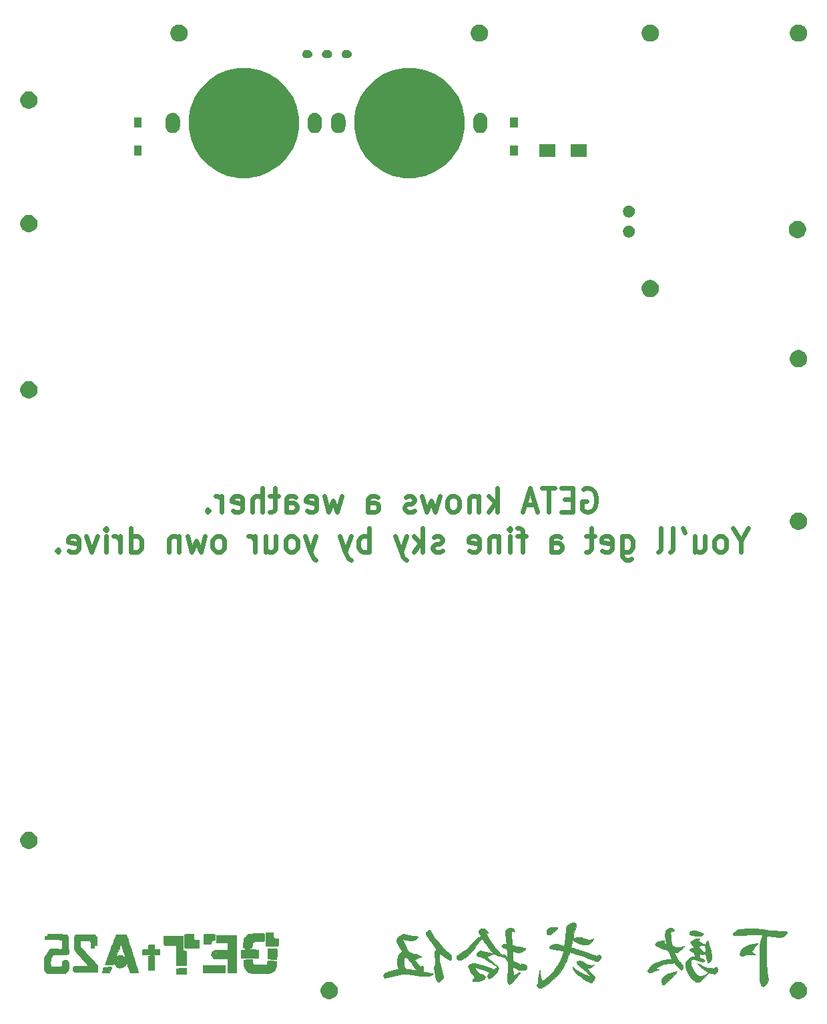
<source format=gbr>
G04 #@! TF.GenerationSoftware,KiCad,Pcbnew,(5.1.5)-3*
G04 #@! TF.CreationDate,2021-03-06T02:21:54+09:00*
G04 #@! TF.ProjectId,Getta25,47657474-6132-4352-9e6b-696361645f70,rev?*
G04 #@! TF.SameCoordinates,Original*
G04 #@! TF.FileFunction,Soldermask,Bot*
G04 #@! TF.FilePolarity,Negative*
%FSLAX46Y46*%
G04 Gerber Fmt 4.6, Leading zero omitted, Abs format (unit mm)*
G04 Created by KiCad (PCBNEW (5.1.5)-3) date 2021-03-06 02:21:54*
%MOMM*%
%LPD*%
G04 APERTURE LIST*
%ADD10C,0.600000*%
%ADD11C,0.010000*%
%ADD12C,0.100000*%
G04 APERTURE END LIST*
D10*
X96061904Y-70450000D02*
X96338095Y-70307142D01*
X96752380Y-70307142D01*
X97166666Y-70450000D01*
X97442857Y-70735714D01*
X97580952Y-71021428D01*
X97719047Y-71592857D01*
X97719047Y-72021428D01*
X97580952Y-72592857D01*
X97442857Y-72878571D01*
X97166666Y-73164285D01*
X96752380Y-73307142D01*
X96476190Y-73307142D01*
X96061904Y-73164285D01*
X95923809Y-73021428D01*
X95923809Y-72021428D01*
X96476190Y-72021428D01*
X94680952Y-71735714D02*
X93714285Y-71735714D01*
X93300000Y-73307142D02*
X94680952Y-73307142D01*
X94680952Y-70307142D01*
X93300000Y-70307142D01*
X92471428Y-70307142D02*
X90814285Y-70307142D01*
X91642857Y-73307142D02*
X91642857Y-70307142D01*
X89985714Y-72450000D02*
X88604761Y-72450000D01*
X90261904Y-73307142D02*
X89295238Y-70307142D01*
X88328571Y-73307142D01*
X85152380Y-73307142D02*
X85152380Y-70307142D01*
X84876190Y-72164285D02*
X84047619Y-73307142D01*
X84047619Y-71307142D02*
X85152380Y-72450000D01*
X82804761Y-71307142D02*
X82804761Y-73307142D01*
X82804761Y-71592857D02*
X82666666Y-71450000D01*
X82390476Y-71307142D01*
X81976190Y-71307142D01*
X81700000Y-71450000D01*
X81561904Y-71735714D01*
X81561904Y-73307142D01*
X79766666Y-73307142D02*
X80042857Y-73164285D01*
X80180952Y-73021428D01*
X80319047Y-72735714D01*
X80319047Y-71878571D01*
X80180952Y-71592857D01*
X80042857Y-71450000D01*
X79766666Y-71307142D01*
X79352380Y-71307142D01*
X79076190Y-71450000D01*
X78938095Y-71592857D01*
X78800000Y-71878571D01*
X78800000Y-72735714D01*
X78938095Y-73021428D01*
X79076190Y-73164285D01*
X79352380Y-73307142D01*
X79766666Y-73307142D01*
X77833333Y-71307142D02*
X77280952Y-73307142D01*
X76728571Y-71878571D01*
X76176190Y-73307142D01*
X75623809Y-71307142D01*
X74657142Y-73164285D02*
X74380952Y-73307142D01*
X73828571Y-73307142D01*
X73552380Y-73164285D01*
X73414285Y-72878571D01*
X73414285Y-72735714D01*
X73552380Y-72450000D01*
X73828571Y-72307142D01*
X74242857Y-72307142D01*
X74519047Y-72164285D01*
X74657142Y-71878571D01*
X74657142Y-71735714D01*
X74519047Y-71450000D01*
X74242857Y-71307142D01*
X73828571Y-71307142D01*
X73552380Y-71450000D01*
X68719047Y-73307142D02*
X68719047Y-71735714D01*
X68857142Y-71450000D01*
X69133333Y-71307142D01*
X69685714Y-71307142D01*
X69961904Y-71450000D01*
X68719047Y-73164285D02*
X68995238Y-73307142D01*
X69685714Y-73307142D01*
X69961904Y-73164285D01*
X70100000Y-72878571D01*
X70100000Y-72592857D01*
X69961904Y-72307142D01*
X69685714Y-72164285D01*
X68995238Y-72164285D01*
X68719047Y-72021428D01*
X65404761Y-71307142D02*
X64852380Y-73307142D01*
X64300000Y-71878571D01*
X63747619Y-73307142D01*
X63195238Y-71307142D01*
X60985714Y-73164285D02*
X61261904Y-73307142D01*
X61814285Y-73307142D01*
X62090476Y-73164285D01*
X62228571Y-72878571D01*
X62228571Y-71735714D01*
X62090476Y-71450000D01*
X61814285Y-71307142D01*
X61261904Y-71307142D01*
X60985714Y-71450000D01*
X60847619Y-71735714D01*
X60847619Y-72021428D01*
X62228571Y-72307142D01*
X58361904Y-73307142D02*
X58361904Y-71735714D01*
X58500000Y-71450000D01*
X58776190Y-71307142D01*
X59328571Y-71307142D01*
X59604761Y-71450000D01*
X58361904Y-73164285D02*
X58638095Y-73307142D01*
X59328571Y-73307142D01*
X59604761Y-73164285D01*
X59742857Y-72878571D01*
X59742857Y-72592857D01*
X59604761Y-72307142D01*
X59328571Y-72164285D01*
X58638095Y-72164285D01*
X58361904Y-72021428D01*
X57395238Y-71307142D02*
X56290476Y-71307142D01*
X56980952Y-70307142D02*
X56980952Y-72878571D01*
X56842857Y-73164285D01*
X56566666Y-73307142D01*
X56290476Y-73307142D01*
X55323809Y-73307142D02*
X55323809Y-70307142D01*
X54080952Y-73307142D02*
X54080952Y-71735714D01*
X54219047Y-71450000D01*
X54495238Y-71307142D01*
X54909523Y-71307142D01*
X55185714Y-71450000D01*
X55323809Y-71592857D01*
X51595238Y-73164285D02*
X51871428Y-73307142D01*
X52423809Y-73307142D01*
X52700000Y-73164285D01*
X52838095Y-72878571D01*
X52838095Y-71735714D01*
X52700000Y-71450000D01*
X52423809Y-71307142D01*
X51871428Y-71307142D01*
X51595238Y-71450000D01*
X51457142Y-71735714D01*
X51457142Y-72021428D01*
X52838095Y-72307142D01*
X50214285Y-73307142D02*
X50214285Y-71307142D01*
X50214285Y-71878571D02*
X50076190Y-71592857D01*
X49938095Y-71450000D01*
X49661904Y-71307142D01*
X49385714Y-71307142D01*
X48419047Y-73021428D02*
X48280952Y-73164285D01*
X48419047Y-73307142D01*
X48557142Y-73164285D01*
X48419047Y-73021428D01*
X48419047Y-73307142D01*
X116016666Y-76978571D02*
X116016666Y-78407142D01*
X116983333Y-75407142D02*
X116016666Y-76978571D01*
X115050000Y-75407142D01*
X113669047Y-78407142D02*
X113945238Y-78264285D01*
X114083333Y-78121428D01*
X114221428Y-77835714D01*
X114221428Y-76978571D01*
X114083333Y-76692857D01*
X113945238Y-76550000D01*
X113669047Y-76407142D01*
X113254761Y-76407142D01*
X112978571Y-76550000D01*
X112840476Y-76692857D01*
X112702380Y-76978571D01*
X112702380Y-77835714D01*
X112840476Y-78121428D01*
X112978571Y-78264285D01*
X113254761Y-78407142D01*
X113669047Y-78407142D01*
X110216666Y-76407142D02*
X110216666Y-78407142D01*
X111459523Y-76407142D02*
X111459523Y-77978571D01*
X111321428Y-78264285D01*
X111045238Y-78407142D01*
X110630952Y-78407142D01*
X110354761Y-78264285D01*
X110216666Y-78121428D01*
X108697619Y-75407142D02*
X108973809Y-75978571D01*
X107040476Y-78407142D02*
X107316666Y-78264285D01*
X107454761Y-77978571D01*
X107454761Y-75407142D01*
X105521428Y-78407142D02*
X105797619Y-78264285D01*
X105935714Y-77978571D01*
X105935714Y-75407142D01*
X100964285Y-76407142D02*
X100964285Y-78835714D01*
X101102380Y-79121428D01*
X101240476Y-79264285D01*
X101516666Y-79407142D01*
X101930952Y-79407142D01*
X102207142Y-79264285D01*
X100964285Y-78264285D02*
X101240476Y-78407142D01*
X101792857Y-78407142D01*
X102069047Y-78264285D01*
X102207142Y-78121428D01*
X102345238Y-77835714D01*
X102345238Y-76978571D01*
X102207142Y-76692857D01*
X102069047Y-76550000D01*
X101792857Y-76407142D01*
X101240476Y-76407142D01*
X100964285Y-76550000D01*
X98478571Y-78264285D02*
X98754761Y-78407142D01*
X99307142Y-78407142D01*
X99583333Y-78264285D01*
X99721428Y-77978571D01*
X99721428Y-76835714D01*
X99583333Y-76550000D01*
X99307142Y-76407142D01*
X98754761Y-76407142D01*
X98478571Y-76550000D01*
X98340476Y-76835714D01*
X98340476Y-77121428D01*
X99721428Y-77407142D01*
X97511904Y-76407142D02*
X96407142Y-76407142D01*
X97097619Y-75407142D02*
X97097619Y-77978571D01*
X96959523Y-78264285D01*
X96683333Y-78407142D01*
X96407142Y-78407142D01*
X91988095Y-78407142D02*
X91988095Y-76835714D01*
X92126190Y-76550000D01*
X92402380Y-76407142D01*
X92954761Y-76407142D01*
X93230952Y-76550000D01*
X91988095Y-78264285D02*
X92264285Y-78407142D01*
X92954761Y-78407142D01*
X93230952Y-78264285D01*
X93369047Y-77978571D01*
X93369047Y-77692857D01*
X93230952Y-77407142D01*
X92954761Y-77264285D01*
X92264285Y-77264285D01*
X91988095Y-77121428D01*
X88811904Y-76407142D02*
X87707142Y-76407142D01*
X88397619Y-78407142D02*
X88397619Y-75835714D01*
X88259523Y-75550000D01*
X87983333Y-75407142D01*
X87707142Y-75407142D01*
X86740476Y-78407142D02*
X86740476Y-76407142D01*
X86740476Y-75407142D02*
X86878571Y-75550000D01*
X86740476Y-75692857D01*
X86602380Y-75550000D01*
X86740476Y-75407142D01*
X86740476Y-75692857D01*
X85359523Y-76407142D02*
X85359523Y-78407142D01*
X85359523Y-76692857D02*
X85221428Y-76550000D01*
X84945238Y-76407142D01*
X84530952Y-76407142D01*
X84254761Y-76550000D01*
X84116666Y-76835714D01*
X84116666Y-78407142D01*
X81630952Y-78264285D02*
X81907142Y-78407142D01*
X82459523Y-78407142D01*
X82735714Y-78264285D01*
X82873809Y-77978571D01*
X82873809Y-76835714D01*
X82735714Y-76550000D01*
X82459523Y-76407142D01*
X81907142Y-76407142D01*
X81630952Y-76550000D01*
X81492857Y-76835714D01*
X81492857Y-77121428D01*
X82873809Y-77407142D01*
X78178571Y-78264285D02*
X77902380Y-78407142D01*
X77350000Y-78407142D01*
X77073809Y-78264285D01*
X76935714Y-77978571D01*
X76935714Y-77835714D01*
X77073809Y-77550000D01*
X77350000Y-77407142D01*
X77764285Y-77407142D01*
X78040476Y-77264285D01*
X78178571Y-76978571D01*
X78178571Y-76835714D01*
X78040476Y-76550000D01*
X77764285Y-76407142D01*
X77350000Y-76407142D01*
X77073809Y-76550000D01*
X75692857Y-78407142D02*
X75692857Y-75407142D01*
X75416666Y-77264285D02*
X74588095Y-78407142D01*
X74588095Y-76407142D02*
X75692857Y-77550000D01*
X73621428Y-76407142D02*
X72930952Y-78407142D01*
X72240476Y-76407142D02*
X72930952Y-78407142D01*
X73207142Y-79121428D01*
X73345238Y-79264285D01*
X73621428Y-79407142D01*
X68926190Y-78407142D02*
X68926190Y-75407142D01*
X68926190Y-76550000D02*
X68650000Y-76407142D01*
X68097619Y-76407142D01*
X67821428Y-76550000D01*
X67683333Y-76692857D01*
X67545238Y-76978571D01*
X67545238Y-77835714D01*
X67683333Y-78121428D01*
X67821428Y-78264285D01*
X68097619Y-78407142D01*
X68650000Y-78407142D01*
X68926190Y-78264285D01*
X66578571Y-76407142D02*
X65888095Y-78407142D01*
X65197619Y-76407142D02*
X65888095Y-78407142D01*
X66164285Y-79121428D01*
X66302380Y-79264285D01*
X66578571Y-79407142D01*
X62159523Y-76407142D02*
X61469047Y-78407142D01*
X60778571Y-76407142D02*
X61469047Y-78407142D01*
X61745238Y-79121428D01*
X61883333Y-79264285D01*
X62159523Y-79407142D01*
X59259523Y-78407142D02*
X59535714Y-78264285D01*
X59673809Y-78121428D01*
X59811904Y-77835714D01*
X59811904Y-76978571D01*
X59673809Y-76692857D01*
X59535714Y-76550000D01*
X59259523Y-76407142D01*
X58845238Y-76407142D01*
X58569047Y-76550000D01*
X58430952Y-76692857D01*
X58292857Y-76978571D01*
X58292857Y-77835714D01*
X58430952Y-78121428D01*
X58569047Y-78264285D01*
X58845238Y-78407142D01*
X59259523Y-78407142D01*
X55807142Y-76407142D02*
X55807142Y-78407142D01*
X57050000Y-76407142D02*
X57050000Y-77978571D01*
X56911904Y-78264285D01*
X56635714Y-78407142D01*
X56221428Y-78407142D01*
X55945238Y-78264285D01*
X55807142Y-78121428D01*
X54426190Y-78407142D02*
X54426190Y-76407142D01*
X54426190Y-76978571D02*
X54288095Y-76692857D01*
X54150000Y-76550000D01*
X53873809Y-76407142D01*
X53597619Y-76407142D01*
X50007142Y-78407142D02*
X50283333Y-78264285D01*
X50421428Y-78121428D01*
X50559523Y-77835714D01*
X50559523Y-76978571D01*
X50421428Y-76692857D01*
X50283333Y-76550000D01*
X50007142Y-76407142D01*
X49592857Y-76407142D01*
X49316666Y-76550000D01*
X49178571Y-76692857D01*
X49040476Y-76978571D01*
X49040476Y-77835714D01*
X49178571Y-78121428D01*
X49316666Y-78264285D01*
X49592857Y-78407142D01*
X50007142Y-78407142D01*
X48073809Y-76407142D02*
X47521428Y-78407142D01*
X46969047Y-76978571D01*
X46416666Y-78407142D01*
X45864285Y-76407142D01*
X44759523Y-76407142D02*
X44759523Y-78407142D01*
X44759523Y-76692857D02*
X44621428Y-76550000D01*
X44345238Y-76407142D01*
X43930952Y-76407142D01*
X43654761Y-76550000D01*
X43516666Y-76835714D01*
X43516666Y-78407142D01*
X38683333Y-78407142D02*
X38683333Y-75407142D01*
X38683333Y-78264285D02*
X38959523Y-78407142D01*
X39511904Y-78407142D01*
X39788095Y-78264285D01*
X39926190Y-78121428D01*
X40064285Y-77835714D01*
X40064285Y-76978571D01*
X39926190Y-76692857D01*
X39788095Y-76550000D01*
X39511904Y-76407142D01*
X38959523Y-76407142D01*
X38683333Y-76550000D01*
X37302380Y-78407142D02*
X37302380Y-76407142D01*
X37302380Y-76978571D02*
X37164285Y-76692857D01*
X37026190Y-76550000D01*
X36750000Y-76407142D01*
X36473809Y-76407142D01*
X35507142Y-78407142D02*
X35507142Y-76407142D01*
X35507142Y-75407142D02*
X35645238Y-75550000D01*
X35507142Y-75692857D01*
X35369047Y-75550000D01*
X35507142Y-75407142D01*
X35507142Y-75692857D01*
X34402380Y-76407142D02*
X33711904Y-78407142D01*
X33021428Y-76407142D01*
X30811904Y-78264285D02*
X31088095Y-78407142D01*
X31640476Y-78407142D01*
X31916666Y-78264285D01*
X32054761Y-77978571D01*
X32054761Y-76835714D01*
X31916666Y-76550000D01*
X31640476Y-76407142D01*
X31088095Y-76407142D01*
X30811904Y-76550000D01*
X30673809Y-76835714D01*
X30673809Y-77121428D01*
X32054761Y-77407142D01*
X29430952Y-78121428D02*
X29292857Y-78264285D01*
X29430952Y-78407142D01*
X29569047Y-78264285D01*
X29430952Y-78121428D01*
X29430952Y-78407142D01*
D11*
G36*
X92160593Y-126000243D02*
G01*
X91926628Y-126041749D01*
X91719838Y-126105945D01*
X91555997Y-126188124D01*
X91463125Y-126267579D01*
X91401310Y-126387045D01*
X91375886Y-126535672D01*
X91385323Y-126689871D01*
X91428087Y-126826055D01*
X91502646Y-126920636D01*
X91505686Y-126922815D01*
X91630560Y-126970134D01*
X91774405Y-126965210D01*
X91895714Y-126915851D01*
X92107689Y-126768205D01*
X92314123Y-126606465D01*
X92497527Y-126445383D01*
X92640412Y-126299711D01*
X92674852Y-126258597D01*
X92755406Y-126150924D01*
X92792928Y-126076205D01*
X92781457Y-126028400D01*
X92715034Y-126001470D01*
X92587698Y-125989378D01*
X92405957Y-125986138D01*
X92160593Y-126000243D01*
G37*
X92160593Y-126000243D02*
X91926628Y-126041749D01*
X91719838Y-126105945D01*
X91555997Y-126188124D01*
X91463125Y-126267579D01*
X91401310Y-126387045D01*
X91375886Y-126535672D01*
X91385323Y-126689871D01*
X91428087Y-126826055D01*
X91502646Y-126920636D01*
X91505686Y-126922815D01*
X91630560Y-126970134D01*
X91774405Y-126965210D01*
X91895714Y-126915851D01*
X92107689Y-126768205D01*
X92314123Y-126606465D01*
X92497527Y-126445383D01*
X92640412Y-126299711D01*
X92674852Y-126258597D01*
X92755406Y-126150924D01*
X92792928Y-126076205D01*
X92781457Y-126028400D01*
X92715034Y-126001470D01*
X92587698Y-125989378D01*
X92405957Y-125986138D01*
X92160593Y-126000243D01*
G36*
X109836682Y-126449546D02*
G01*
X109678235Y-126499023D01*
X109570733Y-126582059D01*
X109547612Y-126617847D01*
X109499974Y-126739115D01*
X109508520Y-126829137D01*
X109578920Y-126905602D01*
X109655208Y-126953452D01*
X109799710Y-127011490D01*
X109996235Y-127059359D01*
X110224706Y-127095147D01*
X110465045Y-127116942D01*
X110697174Y-127122833D01*
X110901017Y-127110906D01*
X111037791Y-127085116D01*
X111136030Y-127037113D01*
X111236292Y-126960080D01*
X111252183Y-126944332D01*
X111356354Y-126835601D01*
X111051248Y-126689295D01*
X110784581Y-126577941D01*
X110520024Y-126497826D01*
X110267344Y-126449412D01*
X110036307Y-126433164D01*
X109836682Y-126449546D01*
G37*
X109836682Y-126449546D02*
X109678235Y-126499023D01*
X109570733Y-126582059D01*
X109547612Y-126617847D01*
X109499974Y-126739115D01*
X109508520Y-126829137D01*
X109578920Y-126905602D01*
X109655208Y-126953452D01*
X109799710Y-127011490D01*
X109996235Y-127059359D01*
X110224706Y-127095147D01*
X110465045Y-127116942D01*
X110697174Y-127122833D01*
X110901017Y-127110906D01*
X111037791Y-127085116D01*
X111136030Y-127037113D01*
X111236292Y-126960080D01*
X111252183Y-126944332D01*
X111356354Y-126835601D01*
X111051248Y-126689295D01*
X110784581Y-126577941D01*
X110520024Y-126497826D01*
X110267344Y-126449412D01*
X110036307Y-126433164D01*
X109836682Y-126449546D01*
G36*
X118001213Y-128077384D02*
G01*
X117857046Y-128096183D01*
X117687451Y-128124353D01*
X117507485Y-128159420D01*
X117332205Y-128198913D01*
X117194238Y-128235236D01*
X116823806Y-128366607D01*
X116511607Y-128530169D01*
X116260454Y-128723972D01*
X116073158Y-128946064D01*
X116009016Y-129057596D01*
X115948707Y-129213295D01*
X115919662Y-129364798D01*
X115924760Y-129490112D01*
X115945365Y-129543516D01*
X116009816Y-129595093D01*
X116116726Y-129638090D01*
X116236022Y-129661531D01*
X116273005Y-129663103D01*
X116366960Y-129643133D01*
X116475507Y-129594550D01*
X116497260Y-129581460D01*
X116547281Y-129552234D01*
X116600048Y-129531012D01*
X116667649Y-129516523D01*
X116762166Y-129507494D01*
X116895686Y-129502652D01*
X117080294Y-129500726D01*
X117266857Y-129500429D01*
X117909621Y-129500429D01*
X117777897Y-129365550D01*
X117674489Y-129273040D01*
X117565998Y-129195736D01*
X117525372Y-129173348D01*
X117446669Y-129131229D01*
X117406072Y-129100180D01*
X117404571Y-129096381D01*
X117425417Y-129056997D01*
X117481690Y-128973131D01*
X117563998Y-128857373D01*
X117662947Y-128722316D01*
X117769143Y-128580553D01*
X117873194Y-128444676D01*
X117965706Y-128327278D01*
X118037284Y-128240951D01*
X118066364Y-128209218D01*
X118128280Y-128137918D01*
X118155061Y-128087538D01*
X118153026Y-128077789D01*
X118104892Y-128070428D01*
X118001213Y-128077384D01*
G37*
X118001213Y-128077384D02*
X117857046Y-128096183D01*
X117687451Y-128124353D01*
X117507485Y-128159420D01*
X117332205Y-128198913D01*
X117194238Y-128235236D01*
X116823806Y-128366607D01*
X116511607Y-128530169D01*
X116260454Y-128723972D01*
X116073158Y-128946064D01*
X116009016Y-129057596D01*
X115948707Y-129213295D01*
X115919662Y-129364798D01*
X115924760Y-129490112D01*
X115945365Y-129543516D01*
X116009816Y-129595093D01*
X116116726Y-129638090D01*
X116236022Y-129661531D01*
X116273005Y-129663103D01*
X116366960Y-129643133D01*
X116475507Y-129594550D01*
X116497260Y-129581460D01*
X116547281Y-129552234D01*
X116600048Y-129531012D01*
X116667649Y-129516523D01*
X116762166Y-129507494D01*
X116895686Y-129502652D01*
X117080294Y-129500726D01*
X117266857Y-129500429D01*
X117909621Y-129500429D01*
X117777897Y-129365550D01*
X117674489Y-129273040D01*
X117565998Y-129195736D01*
X117525372Y-129173348D01*
X117446669Y-129131229D01*
X117406072Y-129100180D01*
X117404571Y-129096381D01*
X117425417Y-129056997D01*
X117481690Y-128973131D01*
X117563998Y-128857373D01*
X117662947Y-128722316D01*
X117769143Y-128580553D01*
X117873194Y-128444676D01*
X117965706Y-128327278D01*
X118037284Y-128240951D01*
X118066364Y-128209218D01*
X118128280Y-128137918D01*
X118155061Y-128087538D01*
X118153026Y-128077789D01*
X118104892Y-128070428D01*
X118001213Y-128077384D01*
G36*
X107139243Y-126087094D02*
G01*
X107011086Y-126127927D01*
X106865577Y-126184679D01*
X106725988Y-126248107D01*
X106615589Y-126308963D01*
X106596389Y-126321897D01*
X106541552Y-126368535D01*
X106504623Y-126426648D01*
X106477887Y-126515297D01*
X106453630Y-126653542D01*
X106448688Y-126686824D01*
X106428677Y-126912625D01*
X106433951Y-127158341D01*
X106465670Y-127438505D01*
X106524990Y-127767650D01*
X106540833Y-127843280D01*
X106565738Y-127973586D01*
X106579472Y-128074239D01*
X106579557Y-128126269D01*
X106578120Y-128128833D01*
X106537649Y-128124853D01*
X106461601Y-128090564D01*
X106438923Y-128077715D01*
X106361843Y-128023794D01*
X106330712Y-127965163D01*
X106329644Y-127869812D01*
X106330423Y-127859081D01*
X106329266Y-127761092D01*
X106312786Y-127697104D01*
X106305067Y-127688568D01*
X106244092Y-127680312D01*
X106132248Y-127689534D01*
X105988172Y-127712844D01*
X105830503Y-127746854D01*
X105677876Y-127788174D01*
X105583628Y-127819777D01*
X105445997Y-127884165D01*
X105317051Y-127965705D01*
X105255832Y-128016981D01*
X105188190Y-128097701D01*
X105162880Y-128169694D01*
X105184752Y-128238513D01*
X105258657Y-128309707D01*
X105389444Y-128388828D01*
X105581964Y-128481426D01*
X105711166Y-128538071D01*
X105886228Y-128609751D01*
X106097857Y-128691259D01*
X106313516Y-128770249D01*
X106430130Y-128810897D01*
X106831261Y-128947276D01*
X106916462Y-129187567D01*
X106973441Y-129337575D01*
X107047742Y-129518793D01*
X107125249Y-129697022D01*
X107141567Y-129732955D01*
X107201524Y-129866455D01*
X107246490Y-129971896D01*
X107270241Y-130034390D01*
X107272093Y-130045014D01*
X107234532Y-130051221D01*
X107139085Y-130063015D01*
X107000072Y-130078720D01*
X106831815Y-130096657D01*
X106827286Y-130097127D01*
X106271058Y-130178803D01*
X105773577Y-130302489D01*
X105334258Y-130468410D01*
X104952515Y-130676788D01*
X104627761Y-130927847D01*
X104614229Y-130940384D01*
X104421015Y-131139163D01*
X104294623Y-131312882D01*
X104234388Y-131463167D01*
X104239646Y-131591646D01*
X104305428Y-131695715D01*
X104359481Y-131738759D01*
X104422024Y-131758984D01*
X104505291Y-131754682D01*
X104621515Y-131724143D01*
X104782930Y-131665660D01*
X104924079Y-131609329D01*
X105093316Y-131543497D01*
X105252563Y-131486895D01*
X105381364Y-131446505D01*
X105447090Y-131430818D01*
X105553910Y-131405790D01*
X105618062Y-131376421D01*
X105631679Y-131350170D01*
X105586892Y-131334495D01*
X105550420Y-131332857D01*
X105473052Y-131318301D01*
X105388384Y-131282746D01*
X105317343Y-131238363D01*
X105280858Y-131197325D01*
X105285143Y-131178575D01*
X105385518Y-131104971D01*
X105529760Y-131013519D01*
X105696043Y-130917205D01*
X105862539Y-130829018D01*
X105919049Y-130801417D01*
X106090913Y-130731070D01*
X106287648Y-130673571D01*
X106520496Y-130626761D01*
X106800700Y-130588479D01*
X107139501Y-130556565D01*
X107228739Y-130549763D01*
X107560601Y-130525403D01*
X107969506Y-130946253D01*
X108113100Y-131090841D01*
X108244314Y-131217049D01*
X108352782Y-131315353D01*
X108428137Y-131376226D01*
X108453437Y-131390916D01*
X108534492Y-131382151D01*
X108613261Y-131315715D01*
X108677752Y-131205859D01*
X108713651Y-131081769D01*
X108722155Y-131016682D01*
X108719415Y-130958521D01*
X108699473Y-130897348D01*
X108656372Y-130823225D01*
X108584156Y-130726215D01*
X108476867Y-130596378D01*
X108328550Y-130423778D01*
X108298361Y-130388931D01*
X108034903Y-130057862D01*
X107816030Y-129726510D01*
X107651825Y-129410239D01*
X107643282Y-129390564D01*
X107601785Y-129289344D01*
X107575681Y-129217184D01*
X107571093Y-129198064D01*
X107603735Y-129186738D01*
X107687847Y-129183193D01*
X107766302Y-129186034D01*
X107942582Y-129180201D01*
X108083382Y-129134207D01*
X108088404Y-129131606D01*
X108158610Y-129084964D01*
X108256950Y-129006870D01*
X108373167Y-128907018D01*
X108497002Y-128795106D01*
X108618195Y-128680831D01*
X108726489Y-128573888D01*
X108811625Y-128483974D01*
X108863344Y-128420785D01*
X108871387Y-128394019D01*
X108869071Y-128393715D01*
X108808416Y-128405222D01*
X108704354Y-128435111D01*
X108601895Y-128469165D01*
X108424006Y-128513267D01*
X108222030Y-128533485D01*
X108010265Y-128531807D01*
X107803013Y-128510224D01*
X107614571Y-128470724D01*
X107459239Y-128415296D01*
X107351316Y-128345930D01*
X107311446Y-128289659D01*
X107268139Y-128146030D01*
X107225807Y-127949615D01*
X107187460Y-127720170D01*
X107156107Y-127477452D01*
X107134759Y-127241219D01*
X107127105Y-127079456D01*
X107117571Y-126670143D01*
X107353429Y-126550859D01*
X107470416Y-126486116D01*
X107558212Y-126427021D01*
X107599332Y-126385476D01*
X107600174Y-126382885D01*
X107580191Y-126330380D01*
X107516377Y-126257522D01*
X107427777Y-126180196D01*
X107333434Y-126114287D01*
X107252393Y-126075681D01*
X107226777Y-126071429D01*
X107139243Y-126087094D01*
G37*
X107139243Y-126087094D02*
X107011086Y-126127927D01*
X106865577Y-126184679D01*
X106725988Y-126248107D01*
X106615589Y-126308963D01*
X106596389Y-126321897D01*
X106541552Y-126368535D01*
X106504623Y-126426648D01*
X106477887Y-126515297D01*
X106453630Y-126653542D01*
X106448688Y-126686824D01*
X106428677Y-126912625D01*
X106433951Y-127158341D01*
X106465670Y-127438505D01*
X106524990Y-127767650D01*
X106540833Y-127843280D01*
X106565738Y-127973586D01*
X106579472Y-128074239D01*
X106579557Y-128126269D01*
X106578120Y-128128833D01*
X106537649Y-128124853D01*
X106461601Y-128090564D01*
X106438923Y-128077715D01*
X106361843Y-128023794D01*
X106330712Y-127965163D01*
X106329644Y-127869812D01*
X106330423Y-127859081D01*
X106329266Y-127761092D01*
X106312786Y-127697104D01*
X106305067Y-127688568D01*
X106244092Y-127680312D01*
X106132248Y-127689534D01*
X105988172Y-127712844D01*
X105830503Y-127746854D01*
X105677876Y-127788174D01*
X105583628Y-127819777D01*
X105445997Y-127884165D01*
X105317051Y-127965705D01*
X105255832Y-128016981D01*
X105188190Y-128097701D01*
X105162880Y-128169694D01*
X105184752Y-128238513D01*
X105258657Y-128309707D01*
X105389444Y-128388828D01*
X105581964Y-128481426D01*
X105711166Y-128538071D01*
X105886228Y-128609751D01*
X106097857Y-128691259D01*
X106313516Y-128770249D01*
X106430130Y-128810897D01*
X106831261Y-128947276D01*
X106916462Y-129187567D01*
X106973441Y-129337575D01*
X107047742Y-129518793D01*
X107125249Y-129697022D01*
X107141567Y-129732955D01*
X107201524Y-129866455D01*
X107246490Y-129971896D01*
X107270241Y-130034390D01*
X107272093Y-130045014D01*
X107234532Y-130051221D01*
X107139085Y-130063015D01*
X107000072Y-130078720D01*
X106831815Y-130096657D01*
X106827286Y-130097127D01*
X106271058Y-130178803D01*
X105773577Y-130302489D01*
X105334258Y-130468410D01*
X104952515Y-130676788D01*
X104627761Y-130927847D01*
X104614229Y-130940384D01*
X104421015Y-131139163D01*
X104294623Y-131312882D01*
X104234388Y-131463167D01*
X104239646Y-131591646D01*
X104305428Y-131695715D01*
X104359481Y-131738759D01*
X104422024Y-131758984D01*
X104505291Y-131754682D01*
X104621515Y-131724143D01*
X104782930Y-131665660D01*
X104924079Y-131609329D01*
X105093316Y-131543497D01*
X105252563Y-131486895D01*
X105381364Y-131446505D01*
X105447090Y-131430818D01*
X105553910Y-131405790D01*
X105618062Y-131376421D01*
X105631679Y-131350170D01*
X105586892Y-131334495D01*
X105550420Y-131332857D01*
X105473052Y-131318301D01*
X105388384Y-131282746D01*
X105317343Y-131238363D01*
X105280858Y-131197325D01*
X105285143Y-131178575D01*
X105385518Y-131104971D01*
X105529760Y-131013519D01*
X105696043Y-130917205D01*
X105862539Y-130829018D01*
X105919049Y-130801417D01*
X106090913Y-130731070D01*
X106287648Y-130673571D01*
X106520496Y-130626761D01*
X106800700Y-130588479D01*
X107139501Y-130556565D01*
X107228739Y-130549763D01*
X107560601Y-130525403D01*
X107969506Y-130946253D01*
X108113100Y-131090841D01*
X108244314Y-131217049D01*
X108352782Y-131315353D01*
X108428137Y-131376226D01*
X108453437Y-131390916D01*
X108534492Y-131382151D01*
X108613261Y-131315715D01*
X108677752Y-131205859D01*
X108713651Y-131081769D01*
X108722155Y-131016682D01*
X108719415Y-130958521D01*
X108699473Y-130897348D01*
X108656372Y-130823225D01*
X108584156Y-130726215D01*
X108476867Y-130596378D01*
X108328550Y-130423778D01*
X108298361Y-130388931D01*
X108034903Y-130057862D01*
X107816030Y-129726510D01*
X107651825Y-129410239D01*
X107643282Y-129390564D01*
X107601785Y-129289344D01*
X107575681Y-129217184D01*
X107571093Y-129198064D01*
X107603735Y-129186738D01*
X107687847Y-129183193D01*
X107766302Y-129186034D01*
X107942582Y-129180201D01*
X108083382Y-129134207D01*
X108088404Y-129131606D01*
X108158610Y-129084964D01*
X108256950Y-129006870D01*
X108373167Y-128907018D01*
X108497002Y-128795106D01*
X108618195Y-128680831D01*
X108726489Y-128573888D01*
X108811625Y-128483974D01*
X108863344Y-128420785D01*
X108871387Y-128394019D01*
X108869071Y-128393715D01*
X108808416Y-128405222D01*
X108704354Y-128435111D01*
X108601895Y-128469165D01*
X108424006Y-128513267D01*
X108222030Y-128533485D01*
X108010265Y-128531807D01*
X107803013Y-128510224D01*
X107614571Y-128470724D01*
X107459239Y-128415296D01*
X107351316Y-128345930D01*
X107311446Y-128289659D01*
X107268139Y-128146030D01*
X107225807Y-127949615D01*
X107187460Y-127720170D01*
X107156107Y-127477452D01*
X107134759Y-127241219D01*
X107127105Y-127079456D01*
X107117571Y-126670143D01*
X107353429Y-126550859D01*
X107470416Y-126486116D01*
X107558212Y-126427021D01*
X107599332Y-126385476D01*
X107600174Y-126382885D01*
X107580191Y-126330380D01*
X107516377Y-126257522D01*
X107427777Y-126180196D01*
X107333434Y-126114287D01*
X107252393Y-126075681D01*
X107226777Y-126071429D01*
X107139243Y-126087094D01*
G36*
X72991786Y-126983318D02*
G01*
X72736976Y-127118287D01*
X72551850Y-127259367D01*
X72433529Y-127411308D01*
X72379139Y-127578863D01*
X72385802Y-127766780D01*
X72426608Y-127916841D01*
X72463672Y-127996770D01*
X72532975Y-128123656D01*
X72626666Y-128283965D01*
X72736888Y-128464165D01*
X72824092Y-128601760D01*
X73168968Y-129137572D01*
X73057154Y-129161147D01*
X72870348Y-129235980D01*
X72718087Y-129373545D01*
X72601064Y-129572383D01*
X72519969Y-129831036D01*
X72475494Y-130148044D01*
X72466526Y-130407572D01*
X72467524Y-130589068D01*
X72472757Y-130723309D01*
X72486764Y-130832167D01*
X72514086Y-130937514D01*
X72559262Y-131061223D01*
X72626831Y-131225165D01*
X72645384Y-131269357D01*
X72651206Y-131316705D01*
X72602901Y-131332349D01*
X72580763Y-131332857D01*
X72509196Y-131342127D01*
X72381682Y-131367651D01*
X72212124Y-131406001D01*
X72014428Y-131453752D01*
X71802496Y-131507474D01*
X71590234Y-131563742D01*
X71391546Y-131619128D01*
X71252478Y-131660264D01*
X71011522Y-131753999D01*
X70840272Y-131866535D01*
X70738221Y-131998325D01*
X70704857Y-132147885D01*
X70728752Y-132291019D01*
X70797170Y-132382934D01*
X70905210Y-132417641D01*
X70925429Y-132417503D01*
X71005142Y-132409018D01*
X71128985Y-132390591D01*
X71267286Y-132366722D01*
X71587180Y-132300144D01*
X71920790Y-132214700D01*
X72292521Y-132104081D01*
X72334377Y-132090869D01*
X72686761Y-131996347D01*
X73032359Y-131941775D01*
X73392373Y-131925422D01*
X73788004Y-131945560D01*
X73934286Y-131960399D01*
X74184159Y-131991378D01*
X74469073Y-132031315D01*
X74752913Y-132074921D01*
X74986571Y-132114546D01*
X75350035Y-132171390D01*
X75689159Y-132203828D01*
X76020714Y-132215738D01*
X76224519Y-132217483D01*
X76371853Y-132215577D01*
X76478799Y-132207888D01*
X76561440Y-132192285D01*
X76635862Y-132166634D01*
X76718147Y-132128804D01*
X76733606Y-132121238D01*
X76875580Y-132043638D01*
X76972799Y-131974088D01*
X77016714Y-131919531D01*
X77012200Y-131894962D01*
X76970703Y-131882324D01*
X76876100Y-131864082D01*
X76747275Y-131843793D01*
X76720702Y-131840030D01*
X76580884Y-131817419D01*
X76414691Y-131785746D01*
X76237661Y-131748576D01*
X76065332Y-131709474D01*
X75913240Y-131672005D01*
X75796923Y-131639732D01*
X75731919Y-131616221D01*
X75724906Y-131611573D01*
X75721494Y-131566674D01*
X75735547Y-131507423D01*
X74975390Y-131507423D01*
X74936124Y-131502865D01*
X74918548Y-131497587D01*
X74858527Y-131484461D01*
X74742298Y-131463787D01*
X74585507Y-131438194D01*
X74403801Y-131410311D01*
X74365191Y-131404594D01*
X74172402Y-131377716D01*
X73993366Y-131355434D01*
X73846546Y-131339868D01*
X73750405Y-131333140D01*
X73742136Y-131333025D01*
X73609149Y-131305896D01*
X73493829Y-131220894D01*
X73389470Y-131072073D01*
X73342292Y-130978371D01*
X73307036Y-130892136D01*
X73284245Y-130804148D01*
X73271609Y-130696033D01*
X73266819Y-130549418D01*
X73267191Y-130380885D01*
X73271738Y-130172771D01*
X73283779Y-130026466D01*
X73308074Y-129931262D01*
X73349385Y-129876447D01*
X73412472Y-129851312D01*
X73502096Y-129845147D01*
X73505346Y-129845143D01*
X73559338Y-129846953D01*
X73607817Y-129856640D01*
X73657222Y-129880588D01*
X73713990Y-129925185D01*
X73784559Y-129996814D01*
X73875368Y-130101862D01*
X73992853Y-130246714D01*
X74143454Y-130437755D01*
X74282973Y-130616425D01*
X74426377Y-130799345D01*
X74565205Y-130974641D01*
X74689095Y-131129359D01*
X74787686Y-131250547D01*
X74843521Y-131317132D01*
X74932482Y-131422719D01*
X74975307Y-131483429D01*
X74975390Y-131507423D01*
X75735547Y-131507423D01*
X75740942Y-131484681D01*
X75744862Y-131473043D01*
X75766350Y-131369553D01*
X75761189Y-131241267D01*
X75744156Y-131135548D01*
X75718146Y-131014777D01*
X75692725Y-130923505D01*
X75676409Y-130886412D01*
X75630528Y-130882219D01*
X75547684Y-130907249D01*
X75517453Y-130920619D01*
X75384570Y-130983987D01*
X75217408Y-130822779D01*
X75126424Y-130729301D01*
X75019798Y-130611064D01*
X74908154Y-130481003D01*
X74802112Y-130352054D01*
X74712295Y-130237153D01*
X74649324Y-130149234D01*
X74623822Y-130101234D01*
X74623714Y-130099771D01*
X74656161Y-130077506D01*
X74744978Y-130038374D01*
X74877378Y-129987511D01*
X75040572Y-129930049D01*
X75076928Y-129917834D01*
X75284694Y-129846068D01*
X75437733Y-129787798D01*
X75532457Y-129744693D01*
X75565279Y-129718421D01*
X75532610Y-129710650D01*
X75521395Y-129711212D01*
X75469656Y-129697671D01*
X75371437Y-129658993D01*
X75245113Y-129602602D01*
X75202273Y-129582278D01*
X75036537Y-129511318D01*
X74822838Y-129432528D01*
X74584144Y-129353414D01*
X74343424Y-129281483D01*
X74123648Y-129224243D01*
X74068949Y-129211862D01*
X73986566Y-129162766D01*
X73883856Y-129049215D01*
X73763831Y-128875471D01*
X73629502Y-128645796D01*
X73516450Y-128430000D01*
X73444679Y-128282897D01*
X73368204Y-128119151D01*
X73293387Y-127953275D01*
X73226585Y-127799787D01*
X73174159Y-127673202D01*
X73142469Y-127588035D01*
X73136000Y-127561604D01*
X73169775Y-127558233D01*
X73263311Y-127566174D01*
X73404927Y-127583995D01*
X73582938Y-127610267D01*
X73734636Y-127634881D01*
X73974744Y-127673916D01*
X74157058Y-127698904D01*
X74295020Y-127709637D01*
X74402077Y-127705910D01*
X74491671Y-127687517D01*
X74577246Y-127654251D01*
X74643977Y-127620945D01*
X74711768Y-127574784D01*
X74801053Y-127500460D01*
X74897821Y-127411618D01*
X74988061Y-127321903D01*
X75057763Y-127244959D01*
X75092914Y-127194433D01*
X75093241Y-127183415D01*
X75053408Y-127174376D01*
X74954589Y-127159318D01*
X74809947Y-127140049D01*
X74632644Y-127118377D01*
X74551143Y-127108941D01*
X74318003Y-127079189D01*
X74067649Y-127041962D01*
X73829483Y-127001921D01*
X73632913Y-126963731D01*
X73625857Y-126962205D01*
X73226714Y-126875400D01*
X72991786Y-126983318D01*
G37*
X72991786Y-126983318D02*
X72736976Y-127118287D01*
X72551850Y-127259367D01*
X72433529Y-127411308D01*
X72379139Y-127578863D01*
X72385802Y-127766780D01*
X72426608Y-127916841D01*
X72463672Y-127996770D01*
X72532975Y-128123656D01*
X72626666Y-128283965D01*
X72736888Y-128464165D01*
X72824092Y-128601760D01*
X73168968Y-129137572D01*
X73057154Y-129161147D01*
X72870348Y-129235980D01*
X72718087Y-129373545D01*
X72601064Y-129572383D01*
X72519969Y-129831036D01*
X72475494Y-130148044D01*
X72466526Y-130407572D01*
X72467524Y-130589068D01*
X72472757Y-130723309D01*
X72486764Y-130832167D01*
X72514086Y-130937514D01*
X72559262Y-131061223D01*
X72626831Y-131225165D01*
X72645384Y-131269357D01*
X72651206Y-131316705D01*
X72602901Y-131332349D01*
X72580763Y-131332857D01*
X72509196Y-131342127D01*
X72381682Y-131367651D01*
X72212124Y-131406001D01*
X72014428Y-131453752D01*
X71802496Y-131507474D01*
X71590234Y-131563742D01*
X71391546Y-131619128D01*
X71252478Y-131660264D01*
X71011522Y-131753999D01*
X70840272Y-131866535D01*
X70738221Y-131998325D01*
X70704857Y-132147885D01*
X70728752Y-132291019D01*
X70797170Y-132382934D01*
X70905210Y-132417641D01*
X70925429Y-132417503D01*
X71005142Y-132409018D01*
X71128985Y-132390591D01*
X71267286Y-132366722D01*
X71587180Y-132300144D01*
X71920790Y-132214700D01*
X72292521Y-132104081D01*
X72334377Y-132090869D01*
X72686761Y-131996347D01*
X73032359Y-131941775D01*
X73392373Y-131925422D01*
X73788004Y-131945560D01*
X73934286Y-131960399D01*
X74184159Y-131991378D01*
X74469073Y-132031315D01*
X74752913Y-132074921D01*
X74986571Y-132114546D01*
X75350035Y-132171390D01*
X75689159Y-132203828D01*
X76020714Y-132215738D01*
X76224519Y-132217483D01*
X76371853Y-132215577D01*
X76478799Y-132207888D01*
X76561440Y-132192285D01*
X76635862Y-132166634D01*
X76718147Y-132128804D01*
X76733606Y-132121238D01*
X76875580Y-132043638D01*
X76972799Y-131974088D01*
X77016714Y-131919531D01*
X77012200Y-131894962D01*
X76970703Y-131882324D01*
X76876100Y-131864082D01*
X76747275Y-131843793D01*
X76720702Y-131840030D01*
X76580884Y-131817419D01*
X76414691Y-131785746D01*
X76237661Y-131748576D01*
X76065332Y-131709474D01*
X75913240Y-131672005D01*
X75796923Y-131639732D01*
X75731919Y-131616221D01*
X75724906Y-131611573D01*
X75721494Y-131566674D01*
X75735547Y-131507423D01*
X74975390Y-131507423D01*
X74936124Y-131502865D01*
X74918548Y-131497587D01*
X74858527Y-131484461D01*
X74742298Y-131463787D01*
X74585507Y-131438194D01*
X74403801Y-131410311D01*
X74365191Y-131404594D01*
X74172402Y-131377716D01*
X73993366Y-131355434D01*
X73846546Y-131339868D01*
X73750405Y-131333140D01*
X73742136Y-131333025D01*
X73609149Y-131305896D01*
X73493829Y-131220894D01*
X73389470Y-131072073D01*
X73342292Y-130978371D01*
X73307036Y-130892136D01*
X73284245Y-130804148D01*
X73271609Y-130696033D01*
X73266819Y-130549418D01*
X73267191Y-130380885D01*
X73271738Y-130172771D01*
X73283779Y-130026466D01*
X73308074Y-129931262D01*
X73349385Y-129876447D01*
X73412472Y-129851312D01*
X73502096Y-129845147D01*
X73505346Y-129845143D01*
X73559338Y-129846953D01*
X73607817Y-129856640D01*
X73657222Y-129880588D01*
X73713990Y-129925185D01*
X73784559Y-129996814D01*
X73875368Y-130101862D01*
X73992853Y-130246714D01*
X74143454Y-130437755D01*
X74282973Y-130616425D01*
X74426377Y-130799345D01*
X74565205Y-130974641D01*
X74689095Y-131129359D01*
X74787686Y-131250547D01*
X74843521Y-131317132D01*
X74932482Y-131422719D01*
X74975307Y-131483429D01*
X74975390Y-131507423D01*
X75735547Y-131507423D01*
X75740942Y-131484681D01*
X75744862Y-131473043D01*
X75766350Y-131369553D01*
X75761189Y-131241267D01*
X75744156Y-131135548D01*
X75718146Y-131014777D01*
X75692725Y-130923505D01*
X75676409Y-130886412D01*
X75630528Y-130882219D01*
X75547684Y-130907249D01*
X75517453Y-130920619D01*
X75384570Y-130983987D01*
X75217408Y-130822779D01*
X75126424Y-130729301D01*
X75019798Y-130611064D01*
X74908154Y-130481003D01*
X74802112Y-130352054D01*
X74712295Y-130237153D01*
X74649324Y-130149234D01*
X74623822Y-130101234D01*
X74623714Y-130099771D01*
X74656161Y-130077506D01*
X74744978Y-130038374D01*
X74877378Y-129987511D01*
X75040572Y-129930049D01*
X75076928Y-129917834D01*
X75284694Y-129846068D01*
X75437733Y-129787798D01*
X75532457Y-129744693D01*
X75565279Y-129718421D01*
X75532610Y-129710650D01*
X75521395Y-129711212D01*
X75469656Y-129697671D01*
X75371437Y-129658993D01*
X75245113Y-129602602D01*
X75202273Y-129582278D01*
X75036537Y-129511318D01*
X74822838Y-129432528D01*
X74584144Y-129353414D01*
X74343424Y-129281483D01*
X74123648Y-129224243D01*
X74068949Y-129211862D01*
X73986566Y-129162766D01*
X73883856Y-129049215D01*
X73763831Y-128875471D01*
X73629502Y-128645796D01*
X73516450Y-128430000D01*
X73444679Y-128282897D01*
X73368204Y-128119151D01*
X73293387Y-127953275D01*
X73226585Y-127799787D01*
X73174159Y-127673202D01*
X73142469Y-127588035D01*
X73136000Y-127561604D01*
X73169775Y-127558233D01*
X73263311Y-127566174D01*
X73404927Y-127583995D01*
X73582938Y-127610267D01*
X73734636Y-127634881D01*
X73974744Y-127673916D01*
X74157058Y-127698904D01*
X74295020Y-127709637D01*
X74402077Y-127705910D01*
X74491671Y-127687517D01*
X74577246Y-127654251D01*
X74643977Y-127620945D01*
X74711768Y-127574784D01*
X74801053Y-127500460D01*
X74897821Y-127411618D01*
X74988061Y-127321903D01*
X75057763Y-127244959D01*
X75092914Y-127194433D01*
X75093241Y-127183415D01*
X75053408Y-127174376D01*
X74954589Y-127159318D01*
X74809947Y-127140049D01*
X74632644Y-127118377D01*
X74551143Y-127108941D01*
X74318003Y-127079189D01*
X74067649Y-127041962D01*
X73829483Y-127001921D01*
X73632913Y-126963731D01*
X73625857Y-126962205D01*
X73226714Y-126875400D01*
X72991786Y-126983318D01*
G36*
X76548352Y-126327310D02*
G01*
X76459771Y-126380546D01*
X76346465Y-126456742D01*
X76310458Y-126482323D01*
X76190979Y-126570312D01*
X76120465Y-126631452D01*
X76088073Y-126679990D01*
X76082959Y-126730178D01*
X76089545Y-126772609D01*
X76122179Y-126888072D01*
X76180708Y-127022674D01*
X76269032Y-127182667D01*
X76391052Y-127374301D01*
X76550671Y-127603829D01*
X76751789Y-127877502D01*
X76907288Y-128082899D01*
X77487502Y-128842512D01*
X77381799Y-128906794D01*
X77267942Y-129000290D01*
X77205283Y-129118389D01*
X77188919Y-129274916D01*
X77202149Y-129413185D01*
X77216475Y-129536158D01*
X77231602Y-129710623D01*
X77245938Y-129915537D01*
X77257893Y-130129860D01*
X77260326Y-130182511D01*
X77268973Y-130392005D01*
X77272650Y-130543093D01*
X77270144Y-130649844D01*
X77260243Y-130726327D01*
X77241734Y-130786610D01*
X77213406Y-130844763D01*
X77201401Y-130866407D01*
X77165608Y-130933784D01*
X77143881Y-130993634D01*
X77134992Y-131063318D01*
X77137717Y-131160193D01*
X77150827Y-131301617D01*
X77162843Y-131412133D01*
X77204747Y-131728350D01*
X77257608Y-132026876D01*
X77318902Y-132299267D01*
X77386105Y-132537077D01*
X77456694Y-132731861D01*
X77528145Y-132875173D01*
X77597936Y-132958568D01*
X77629753Y-132974744D01*
X77712904Y-132964715D01*
X77829200Y-132897238D01*
X77866677Y-132869097D01*
X78040654Y-132705923D01*
X78175335Y-132523622D01*
X78261111Y-132337951D01*
X78288571Y-132177169D01*
X78277875Y-132110072D01*
X78248441Y-131988914D01*
X78204253Y-131828555D01*
X78149297Y-131643854D01*
X78122988Y-131559518D01*
X78012573Y-131195038D01*
X77927655Y-130875613D01*
X77863678Y-130580240D01*
X77816085Y-130287919D01*
X77780746Y-129982050D01*
X77763939Y-129798109D01*
X77756023Y-129671321D01*
X77757714Y-129586733D01*
X77769729Y-129529389D01*
X77792783Y-129484333D01*
X77805461Y-129466119D01*
X77866641Y-129401502D01*
X77919466Y-129374569D01*
X77964324Y-129395021D01*
X78055004Y-129452024D01*
X78179892Y-129537766D01*
X78327378Y-129644436D01*
X78389721Y-129690929D01*
X78621822Y-129864731D01*
X78802477Y-129998043D01*
X78937513Y-130094943D01*
X79032758Y-130159509D01*
X79094038Y-130195819D01*
X79127181Y-130207951D01*
X79128603Y-130208000D01*
X79174404Y-130184758D01*
X79232000Y-130135429D01*
X79274527Y-130075798D01*
X79296963Y-129991093D01*
X79304424Y-129859767D01*
X79304571Y-129829762D01*
X79304571Y-129596667D01*
X78667537Y-128986119D01*
X78242531Y-128563109D01*
X77865571Y-128152719D01*
X77519604Y-127735497D01*
X77209997Y-127323286D01*
X77056939Y-127102522D01*
X76919119Y-126888935D01*
X76804347Y-126695565D01*
X76720431Y-126535455D01*
X76680304Y-126438690D01*
X76642701Y-126354051D01*
X76603588Y-126309364D01*
X76595514Y-126307286D01*
X76548352Y-126327310D01*
G37*
X76548352Y-126327310D02*
X76459771Y-126380546D01*
X76346465Y-126456742D01*
X76310458Y-126482323D01*
X76190979Y-126570312D01*
X76120465Y-126631452D01*
X76088073Y-126679990D01*
X76082959Y-126730178D01*
X76089545Y-126772609D01*
X76122179Y-126888072D01*
X76180708Y-127022674D01*
X76269032Y-127182667D01*
X76391052Y-127374301D01*
X76550671Y-127603829D01*
X76751789Y-127877502D01*
X76907288Y-128082899D01*
X77487502Y-128842512D01*
X77381799Y-128906794D01*
X77267942Y-129000290D01*
X77205283Y-129118389D01*
X77188919Y-129274916D01*
X77202149Y-129413185D01*
X77216475Y-129536158D01*
X77231602Y-129710623D01*
X77245938Y-129915537D01*
X77257893Y-130129860D01*
X77260326Y-130182511D01*
X77268973Y-130392005D01*
X77272650Y-130543093D01*
X77270144Y-130649844D01*
X77260243Y-130726327D01*
X77241734Y-130786610D01*
X77213406Y-130844763D01*
X77201401Y-130866407D01*
X77165608Y-130933784D01*
X77143881Y-130993634D01*
X77134992Y-131063318D01*
X77137717Y-131160193D01*
X77150827Y-131301617D01*
X77162843Y-131412133D01*
X77204747Y-131728350D01*
X77257608Y-132026876D01*
X77318902Y-132299267D01*
X77386105Y-132537077D01*
X77456694Y-132731861D01*
X77528145Y-132875173D01*
X77597936Y-132958568D01*
X77629753Y-132974744D01*
X77712904Y-132964715D01*
X77829200Y-132897238D01*
X77866677Y-132869097D01*
X78040654Y-132705923D01*
X78175335Y-132523622D01*
X78261111Y-132337951D01*
X78288571Y-132177169D01*
X78277875Y-132110072D01*
X78248441Y-131988914D01*
X78204253Y-131828555D01*
X78149297Y-131643854D01*
X78122988Y-131559518D01*
X78012573Y-131195038D01*
X77927655Y-130875613D01*
X77863678Y-130580240D01*
X77816085Y-130287919D01*
X77780746Y-129982050D01*
X77763939Y-129798109D01*
X77756023Y-129671321D01*
X77757714Y-129586733D01*
X77769729Y-129529389D01*
X77792783Y-129484333D01*
X77805461Y-129466119D01*
X77866641Y-129401502D01*
X77919466Y-129374569D01*
X77964324Y-129395021D01*
X78055004Y-129452024D01*
X78179892Y-129537766D01*
X78327378Y-129644436D01*
X78389721Y-129690929D01*
X78621822Y-129864731D01*
X78802477Y-129998043D01*
X78937513Y-130094943D01*
X79032758Y-130159509D01*
X79094038Y-130195819D01*
X79127181Y-130207951D01*
X79128603Y-130208000D01*
X79174404Y-130184758D01*
X79232000Y-130135429D01*
X79274527Y-130075798D01*
X79296963Y-129991093D01*
X79304424Y-129859767D01*
X79304571Y-129829762D01*
X79304571Y-129596667D01*
X78667537Y-128986119D01*
X78242531Y-128563109D01*
X77865571Y-128152719D01*
X77519604Y-127735497D01*
X77209997Y-127323286D01*
X77056939Y-127102522D01*
X76919119Y-126888935D01*
X76804347Y-126695565D01*
X76720431Y-126535455D01*
X76680304Y-126438690D01*
X76642701Y-126354051D01*
X76603588Y-126309364D01*
X76595514Y-126307286D01*
X76548352Y-126327310D01*
G36*
X110532134Y-127429344D02*
G01*
X110389635Y-127470904D01*
X110227198Y-127531974D01*
X110058847Y-127605845D01*
X109898608Y-127685812D01*
X109760506Y-127765167D01*
X109658567Y-127837203D01*
X109606816Y-127895214D01*
X109603143Y-127910153D01*
X109625970Y-127956721D01*
X109686676Y-128040598D01*
X109773593Y-128146066D01*
X109803351Y-128179920D01*
X109939698Y-128346882D01*
X110016736Y-128476381D01*
X110035749Y-128570899D01*
X110023654Y-128606209D01*
X109976597Y-128634501D01*
X109887432Y-128660261D01*
X109862983Y-128664871D01*
X109745269Y-128696697D01*
X109633822Y-128746237D01*
X109547180Y-128802701D01*
X109503881Y-128855299D01*
X109503270Y-128874240D01*
X109539656Y-128909303D01*
X109625493Y-128967947D01*
X109745803Y-129040353D01*
X109819973Y-129081797D01*
X109962620Y-129161453D01*
X110054936Y-129221415D01*
X110111198Y-129275037D01*
X110145686Y-129335671D01*
X110170633Y-129409715D01*
X110208580Y-129551268D01*
X110217649Y-129637915D01*
X110194408Y-129682711D01*
X110135428Y-129698713D01*
X110094361Y-129700000D01*
X109891361Y-129731066D01*
X109674127Y-129818546D01*
X109460723Y-129953867D01*
X109336469Y-130059734D01*
X109195261Y-130200867D01*
X109102496Y-130316355D01*
X109049772Y-130425667D01*
X109028687Y-130548272D01*
X109030839Y-130703640D01*
X109034717Y-130758986D01*
X109069326Y-131048524D01*
X109130393Y-131315204D01*
X109225413Y-131585085D01*
X109353546Y-131867328D01*
X109517736Y-132159372D01*
X109702224Y-132414602D01*
X109900467Y-132628254D01*
X110105921Y-132795565D01*
X110312041Y-132911770D01*
X110512285Y-132972108D01*
X110700109Y-132971813D01*
X110818714Y-132933925D01*
X110931719Y-132860459D01*
X111078828Y-132733720D01*
X111253486Y-132560540D01*
X111449134Y-132347757D01*
X111659215Y-132102204D01*
X111877145Y-131830749D01*
X111955647Y-131729927D01*
X112339566Y-131826127D01*
X112515756Y-131868593D01*
X112638394Y-131892664D01*
X112723673Y-131899992D01*
X112787791Y-131892223D01*
X112834168Y-131876482D01*
X112942375Y-131795404D01*
X113022948Y-131664838D01*
X113070636Y-131504332D01*
X113080184Y-131333430D01*
X113046339Y-131171681D01*
X113032393Y-131138939D01*
X112984594Y-131055440D01*
X112942358Y-131009416D01*
X112933013Y-131006286D01*
X112886123Y-131028504D01*
X112808929Y-131084810D01*
X112767282Y-131119812D01*
X112700705Y-131175678D01*
X112644438Y-131207872D01*
X112577243Y-131220879D01*
X112477882Y-131219183D01*
X112345206Y-131208944D01*
X112049200Y-131177303D01*
X111796168Y-131131917D01*
X111561023Y-131065642D01*
X111318680Y-130971337D01*
X111044050Y-130841856D01*
X111028316Y-130833976D01*
X110858597Y-130750827D01*
X110712317Y-130683021D01*
X110601332Y-130635754D01*
X110537498Y-130614220D01*
X110527228Y-130614392D01*
X110537844Y-130651685D01*
X110597590Y-130724299D01*
X110697259Y-130824387D01*
X110827645Y-130944099D01*
X110979542Y-131075589D01*
X111143742Y-131211010D01*
X111311039Y-131342512D01*
X111472227Y-131462250D01*
X111618099Y-131562375D01*
X111696125Y-131610759D01*
X111786184Y-131668768D01*
X111842859Y-131715334D01*
X111852857Y-131731226D01*
X111825057Y-131778480D01*
X111752971Y-131850780D01*
X111653573Y-131934260D01*
X111543836Y-132015056D01*
X111440734Y-132079303D01*
X111404257Y-132097670D01*
X111279845Y-132138908D01*
X111121755Y-132160808D01*
X110945714Y-132166496D01*
X110745813Y-132158866D01*
X110595456Y-132128085D01*
X110472751Y-132063808D01*
X110355811Y-131955690D01*
X110261521Y-131843155D01*
X110020826Y-131503328D01*
X109846721Y-131174824D01*
X109735774Y-130849897D01*
X109686325Y-130544865D01*
X109676811Y-130408617D01*
X109679170Y-130322417D01*
X109699356Y-130263983D01*
X109743325Y-130211032D01*
X109786533Y-130169882D01*
X109869900Y-130100086D01*
X109941441Y-130072568D01*
X110037399Y-130076076D01*
X110072893Y-130080984D01*
X110172487Y-130101806D01*
X110320583Y-130140434D01*
X110496975Y-130191305D01*
X110676750Y-130247324D01*
X110894320Y-130315640D01*
X111056043Y-130359753D01*
X111174023Y-130380942D01*
X111260363Y-130380487D01*
X111327167Y-130359669D01*
X111383692Y-130322090D01*
X111438351Y-130267660D01*
X111445012Y-130212327D01*
X111421545Y-130145368D01*
X111339786Y-130034915D01*
X111216575Y-129967020D01*
X111130850Y-129954000D01*
X111050276Y-129942269D01*
X110954914Y-129915485D01*
X110884677Y-129881495D01*
X110846068Y-129827039D01*
X110823522Y-129727969D01*
X110820433Y-129706842D01*
X110802035Y-129590504D01*
X110783812Y-129496846D01*
X110777759Y-129472719D01*
X110774413Y-129439575D01*
X110798577Y-129423082D01*
X110864496Y-129420685D01*
X110986413Y-129429832D01*
X111006612Y-129431688D01*
X111174770Y-129439923D01*
X111301204Y-129426062D01*
X111395786Y-129395421D01*
X111485365Y-129361558D01*
X111541674Y-129347040D01*
X111549360Y-129348123D01*
X111561242Y-129386528D01*
X111583447Y-129480043D01*
X111612274Y-129612574D01*
X111630854Y-129702385D01*
X111681254Y-129920653D01*
X111740666Y-130130976D01*
X111803122Y-130314816D01*
X111862652Y-130453635D01*
X111886213Y-130495417D01*
X111935987Y-130520808D01*
X112006752Y-130491833D01*
X112089061Y-130420008D01*
X112173468Y-130316847D01*
X112250526Y-130193865D01*
X112310789Y-130062576D01*
X112344462Y-129936849D01*
X112346355Y-129829156D01*
X112330995Y-129667170D01*
X112301178Y-129463439D01*
X112259700Y-129230511D01*
X112233487Y-129100556D01*
X111559666Y-129100556D01*
X111547494Y-129141748D01*
X111500094Y-129147637D01*
X111404498Y-129122640D01*
X111324107Y-129096476D01*
X111195713Y-129041668D01*
X111079159Y-128972060D01*
X111041877Y-128942262D01*
X110936345Y-128829797D01*
X110834743Y-128695712D01*
X110753528Y-128563896D01*
X110709553Y-128459851D01*
X110701625Y-128416610D01*
X110712771Y-128387892D01*
X110755943Y-128368058D01*
X110844095Y-128351471D01*
X110990180Y-128332490D01*
X111006821Y-128330447D01*
X111164118Y-128314642D01*
X111304806Y-128306699D01*
X111405353Y-128307741D01*
X111426500Y-128310396D01*
X111476923Y-128323142D01*
X111506670Y-128348109D01*
X111521232Y-128401531D01*
X111526100Y-128499644D01*
X111526685Y-128606588D01*
X111529908Y-128763174D01*
X111537992Y-128910497D01*
X111549207Y-129017378D01*
X111549576Y-129019643D01*
X111559666Y-129100556D01*
X112233487Y-129100556D01*
X112209357Y-128980933D01*
X112152946Y-128727255D01*
X112093263Y-128482025D01*
X112033104Y-128257789D01*
X111975264Y-128067097D01*
X111922541Y-127922497D01*
X111877729Y-127836537D01*
X111875926Y-127834226D01*
X111798429Y-127737515D01*
X111653286Y-127973610D01*
X111581844Y-128086167D01*
X111524396Y-128169943D01*
X111491514Y-128209679D01*
X111488847Y-128210996D01*
X111453913Y-128194004D01*
X111371274Y-128147835D01*
X111255262Y-128080966D01*
X111120211Y-128001872D01*
X110980455Y-127919031D01*
X110850327Y-127840917D01*
X110744161Y-127776007D01*
X110676291Y-127732777D01*
X110660002Y-127720861D01*
X110668157Y-127684533D01*
X110704838Y-127609534D01*
X110723502Y-127576761D01*
X110771327Y-127492212D01*
X110798339Y-127437688D01*
X110800571Y-127430069D01*
X110768150Y-127420398D01*
X110686309Y-127414671D01*
X110640668Y-127414000D01*
X110532134Y-127429344D01*
G37*
X110532134Y-127429344D02*
X110389635Y-127470904D01*
X110227198Y-127531974D01*
X110058847Y-127605845D01*
X109898608Y-127685812D01*
X109760506Y-127765167D01*
X109658567Y-127837203D01*
X109606816Y-127895214D01*
X109603143Y-127910153D01*
X109625970Y-127956721D01*
X109686676Y-128040598D01*
X109773593Y-128146066D01*
X109803351Y-128179920D01*
X109939698Y-128346882D01*
X110016736Y-128476381D01*
X110035749Y-128570899D01*
X110023654Y-128606209D01*
X109976597Y-128634501D01*
X109887432Y-128660261D01*
X109862983Y-128664871D01*
X109745269Y-128696697D01*
X109633822Y-128746237D01*
X109547180Y-128802701D01*
X109503881Y-128855299D01*
X109503270Y-128874240D01*
X109539656Y-128909303D01*
X109625493Y-128967947D01*
X109745803Y-129040353D01*
X109819973Y-129081797D01*
X109962620Y-129161453D01*
X110054936Y-129221415D01*
X110111198Y-129275037D01*
X110145686Y-129335671D01*
X110170633Y-129409715D01*
X110208580Y-129551268D01*
X110217649Y-129637915D01*
X110194408Y-129682711D01*
X110135428Y-129698713D01*
X110094361Y-129700000D01*
X109891361Y-129731066D01*
X109674127Y-129818546D01*
X109460723Y-129953867D01*
X109336469Y-130059734D01*
X109195261Y-130200867D01*
X109102496Y-130316355D01*
X109049772Y-130425667D01*
X109028687Y-130548272D01*
X109030839Y-130703640D01*
X109034717Y-130758986D01*
X109069326Y-131048524D01*
X109130393Y-131315204D01*
X109225413Y-131585085D01*
X109353546Y-131867328D01*
X109517736Y-132159372D01*
X109702224Y-132414602D01*
X109900467Y-132628254D01*
X110105921Y-132795565D01*
X110312041Y-132911770D01*
X110512285Y-132972108D01*
X110700109Y-132971813D01*
X110818714Y-132933925D01*
X110931719Y-132860459D01*
X111078828Y-132733720D01*
X111253486Y-132560540D01*
X111449134Y-132347757D01*
X111659215Y-132102204D01*
X111877145Y-131830749D01*
X111955647Y-131729927D01*
X112339566Y-131826127D01*
X112515756Y-131868593D01*
X112638394Y-131892664D01*
X112723673Y-131899992D01*
X112787791Y-131892223D01*
X112834168Y-131876482D01*
X112942375Y-131795404D01*
X113022948Y-131664838D01*
X113070636Y-131504332D01*
X113080184Y-131333430D01*
X113046339Y-131171681D01*
X113032393Y-131138939D01*
X112984594Y-131055440D01*
X112942358Y-131009416D01*
X112933013Y-131006286D01*
X112886123Y-131028504D01*
X112808929Y-131084810D01*
X112767282Y-131119812D01*
X112700705Y-131175678D01*
X112644438Y-131207872D01*
X112577243Y-131220879D01*
X112477882Y-131219183D01*
X112345206Y-131208944D01*
X112049200Y-131177303D01*
X111796168Y-131131917D01*
X111561023Y-131065642D01*
X111318680Y-130971337D01*
X111044050Y-130841856D01*
X111028316Y-130833976D01*
X110858597Y-130750827D01*
X110712317Y-130683021D01*
X110601332Y-130635754D01*
X110537498Y-130614220D01*
X110527228Y-130614392D01*
X110537844Y-130651685D01*
X110597590Y-130724299D01*
X110697259Y-130824387D01*
X110827645Y-130944099D01*
X110979542Y-131075589D01*
X111143742Y-131211010D01*
X111311039Y-131342512D01*
X111472227Y-131462250D01*
X111618099Y-131562375D01*
X111696125Y-131610759D01*
X111786184Y-131668768D01*
X111842859Y-131715334D01*
X111852857Y-131731226D01*
X111825057Y-131778480D01*
X111752971Y-131850780D01*
X111653573Y-131934260D01*
X111543836Y-132015056D01*
X111440734Y-132079303D01*
X111404257Y-132097670D01*
X111279845Y-132138908D01*
X111121755Y-132160808D01*
X110945714Y-132166496D01*
X110745813Y-132158866D01*
X110595456Y-132128085D01*
X110472751Y-132063808D01*
X110355811Y-131955690D01*
X110261521Y-131843155D01*
X110020826Y-131503328D01*
X109846721Y-131174824D01*
X109735774Y-130849897D01*
X109686325Y-130544865D01*
X109676811Y-130408617D01*
X109679170Y-130322417D01*
X109699356Y-130263983D01*
X109743325Y-130211032D01*
X109786533Y-130169882D01*
X109869900Y-130100086D01*
X109941441Y-130072568D01*
X110037399Y-130076076D01*
X110072893Y-130080984D01*
X110172487Y-130101806D01*
X110320583Y-130140434D01*
X110496975Y-130191305D01*
X110676750Y-130247324D01*
X110894320Y-130315640D01*
X111056043Y-130359753D01*
X111174023Y-130380942D01*
X111260363Y-130380487D01*
X111327167Y-130359669D01*
X111383692Y-130322090D01*
X111438351Y-130267660D01*
X111445012Y-130212327D01*
X111421545Y-130145368D01*
X111339786Y-130034915D01*
X111216575Y-129967020D01*
X111130850Y-129954000D01*
X111050276Y-129942269D01*
X110954914Y-129915485D01*
X110884677Y-129881495D01*
X110846068Y-129827039D01*
X110823522Y-129727969D01*
X110820433Y-129706842D01*
X110802035Y-129590504D01*
X110783812Y-129496846D01*
X110777759Y-129472719D01*
X110774413Y-129439575D01*
X110798577Y-129423082D01*
X110864496Y-129420685D01*
X110986413Y-129429832D01*
X111006612Y-129431688D01*
X111174770Y-129439923D01*
X111301204Y-129426062D01*
X111395786Y-129395421D01*
X111485365Y-129361558D01*
X111541674Y-129347040D01*
X111549360Y-129348123D01*
X111561242Y-129386528D01*
X111583447Y-129480043D01*
X111612274Y-129612574D01*
X111630854Y-129702385D01*
X111681254Y-129920653D01*
X111740666Y-130130976D01*
X111803122Y-130314816D01*
X111862652Y-130453635D01*
X111886213Y-130495417D01*
X111935987Y-130520808D01*
X112006752Y-130491833D01*
X112089061Y-130420008D01*
X112173468Y-130316847D01*
X112250526Y-130193865D01*
X112310789Y-130062576D01*
X112344462Y-129936849D01*
X112346355Y-129829156D01*
X112330995Y-129667170D01*
X112301178Y-129463439D01*
X112259700Y-129230511D01*
X112233487Y-129100556D01*
X111559666Y-129100556D01*
X111547494Y-129141748D01*
X111500094Y-129147637D01*
X111404498Y-129122640D01*
X111324107Y-129096476D01*
X111195713Y-129041668D01*
X111079159Y-128972060D01*
X111041877Y-128942262D01*
X110936345Y-128829797D01*
X110834743Y-128695712D01*
X110753528Y-128563896D01*
X110709553Y-128459851D01*
X110701625Y-128416610D01*
X110712771Y-128387892D01*
X110755943Y-128368058D01*
X110844095Y-128351471D01*
X110990180Y-128332490D01*
X111006821Y-128330447D01*
X111164118Y-128314642D01*
X111304806Y-128306699D01*
X111405353Y-128307741D01*
X111426500Y-128310396D01*
X111476923Y-128323142D01*
X111506670Y-128348109D01*
X111521232Y-128401531D01*
X111526100Y-128499644D01*
X111526685Y-128606588D01*
X111529908Y-128763174D01*
X111537992Y-128910497D01*
X111549207Y-129017378D01*
X111549576Y-129019643D01*
X111559666Y-129100556D01*
X112233487Y-129100556D01*
X112209357Y-128980933D01*
X112152946Y-128727255D01*
X112093263Y-128482025D01*
X112033104Y-128257789D01*
X111975264Y-128067097D01*
X111922541Y-127922497D01*
X111877729Y-127836537D01*
X111875926Y-127834226D01*
X111798429Y-127737515D01*
X111653286Y-127973610D01*
X111581844Y-128086167D01*
X111524396Y-128169943D01*
X111491514Y-128209679D01*
X111488847Y-128210996D01*
X111453913Y-128194004D01*
X111371274Y-128147835D01*
X111255262Y-128080966D01*
X111120211Y-128001872D01*
X110980455Y-127919031D01*
X110850327Y-127840917D01*
X110744161Y-127776007D01*
X110676291Y-127732777D01*
X110660002Y-127720861D01*
X110668157Y-127684533D01*
X110704838Y-127609534D01*
X110723502Y-127576761D01*
X110771327Y-127492212D01*
X110798339Y-127437688D01*
X110800571Y-127430069D01*
X110768150Y-127420398D01*
X110686309Y-127414671D01*
X110640668Y-127414000D01*
X110532134Y-127429344D01*
G36*
X95573868Y-130255231D02*
G01*
X95384925Y-130291957D01*
X95260301Y-130354479D01*
X95201665Y-130439598D01*
X95210682Y-130544114D01*
X95289022Y-130664828D01*
X95335478Y-130712547D01*
X95412462Y-130780428D01*
X95533338Y-130881060D01*
X95684284Y-131003193D01*
X95851480Y-131135577D01*
X95938084Y-131203052D01*
X96179893Y-131399370D01*
X96388480Y-131586762D01*
X96559251Y-131759816D01*
X96687615Y-131913125D01*
X96768978Y-132041279D01*
X96798748Y-132138869D01*
X96779589Y-132194221D01*
X96737889Y-132200849D01*
X96650398Y-132179007D01*
X96512622Y-132127009D01*
X96320069Y-132043171D01*
X96084129Y-131933359D01*
X95797584Y-131791471D01*
X95562703Y-131660575D01*
X95362083Y-131529399D01*
X95178318Y-131386669D01*
X95014723Y-131240675D01*
X94902764Y-131138863D01*
X94808600Y-131059382D01*
X94745737Y-131013338D01*
X94729578Y-131006286D01*
X94685766Y-131022984D01*
X94679781Y-131078195D01*
X94712636Y-131179597D01*
X94768553Y-131301136D01*
X94901669Y-131515637D01*
X95093996Y-131745948D01*
X95336154Y-131984171D01*
X95618765Y-132222407D01*
X95932450Y-132452756D01*
X96267830Y-132667318D01*
X96615528Y-132858195D01*
X96619738Y-132860311D01*
X96798777Y-132947290D01*
X96928408Y-133001894D01*
X97022048Y-133028076D01*
X97093110Y-133029792D01*
X97145144Y-133015231D01*
X97190061Y-132973800D01*
X97256551Y-132886628D01*
X97332795Y-132772405D01*
X97406975Y-132649823D01*
X97467273Y-132537573D01*
X97501870Y-132454346D01*
X97503387Y-132448643D01*
X97516107Y-132358416D01*
X97501219Y-132276319D01*
X97451330Y-132191011D01*
X97359046Y-132091155D01*
X97216973Y-131965411D01*
X97154411Y-131913429D01*
X96989437Y-131768584D01*
X96842090Y-131622061D01*
X96719394Y-131482803D01*
X96628376Y-131359754D01*
X96576060Y-131261856D01*
X96569472Y-131198053D01*
X96581376Y-131183978D01*
X96657484Y-131157776D01*
X96711282Y-131151985D01*
X96836742Y-131130434D01*
X96989358Y-131075836D01*
X97140161Y-131001150D01*
X97260183Y-130919337D01*
X97286526Y-130894642D01*
X97393000Y-130783206D01*
X97169239Y-130808377D01*
X96963686Y-130815904D01*
X96763284Y-130787871D01*
X96556194Y-130719919D01*
X96330579Y-130607691D01*
X96074600Y-130446827D01*
X95948607Y-130359022D01*
X95843009Y-130288516D01*
X95761386Y-130254351D01*
X95671081Y-130247483D01*
X95573868Y-130255231D01*
G37*
X95573868Y-130255231D02*
X95384925Y-130291957D01*
X95260301Y-130354479D01*
X95201665Y-130439598D01*
X95210682Y-130544114D01*
X95289022Y-130664828D01*
X95335478Y-130712547D01*
X95412462Y-130780428D01*
X95533338Y-130881060D01*
X95684284Y-131003193D01*
X95851480Y-131135577D01*
X95938084Y-131203052D01*
X96179893Y-131399370D01*
X96388480Y-131586762D01*
X96559251Y-131759816D01*
X96687615Y-131913125D01*
X96768978Y-132041279D01*
X96798748Y-132138869D01*
X96779589Y-132194221D01*
X96737889Y-132200849D01*
X96650398Y-132179007D01*
X96512622Y-132127009D01*
X96320069Y-132043171D01*
X96084129Y-131933359D01*
X95797584Y-131791471D01*
X95562703Y-131660575D01*
X95362083Y-131529399D01*
X95178318Y-131386669D01*
X95014723Y-131240675D01*
X94902764Y-131138863D01*
X94808600Y-131059382D01*
X94745737Y-131013338D01*
X94729578Y-131006286D01*
X94685766Y-131022984D01*
X94679781Y-131078195D01*
X94712636Y-131179597D01*
X94768553Y-131301136D01*
X94901669Y-131515637D01*
X95093996Y-131745948D01*
X95336154Y-131984171D01*
X95618765Y-132222407D01*
X95932450Y-132452756D01*
X96267830Y-132667318D01*
X96615528Y-132858195D01*
X96619738Y-132860311D01*
X96798777Y-132947290D01*
X96928408Y-133001894D01*
X97022048Y-133028076D01*
X97093110Y-133029792D01*
X97145144Y-133015231D01*
X97190061Y-132973800D01*
X97256551Y-132886628D01*
X97332795Y-132772405D01*
X97406975Y-132649823D01*
X97467273Y-132537573D01*
X97501870Y-132454346D01*
X97503387Y-132448643D01*
X97516107Y-132358416D01*
X97501219Y-132276319D01*
X97451330Y-132191011D01*
X97359046Y-132091155D01*
X97216973Y-131965411D01*
X97154411Y-131913429D01*
X96989437Y-131768584D01*
X96842090Y-131622061D01*
X96719394Y-131482803D01*
X96628376Y-131359754D01*
X96576060Y-131261856D01*
X96569472Y-131198053D01*
X96581376Y-131183978D01*
X96657484Y-131157776D01*
X96711282Y-131151985D01*
X96836742Y-131130434D01*
X96989358Y-131075836D01*
X97140161Y-131001150D01*
X97260183Y-130919337D01*
X97286526Y-130894642D01*
X97393000Y-130783206D01*
X97169239Y-130808377D01*
X96963686Y-130815904D01*
X96763284Y-130787871D01*
X96556194Y-130719919D01*
X96330579Y-130607691D01*
X96074600Y-130446827D01*
X95948607Y-130359022D01*
X95843009Y-130288516D01*
X95761386Y-130254351D01*
X95671081Y-130247483D01*
X95573868Y-130255231D01*
G36*
X86689784Y-126106167D02*
G01*
X86544978Y-126132216D01*
X86520921Y-126139500D01*
X86414640Y-126193113D01*
X86304090Y-126275922D01*
X86273697Y-126304945D01*
X86197313Y-126395967D01*
X86162929Y-126482999D01*
X86155600Y-126603619D01*
X86160484Y-126693756D01*
X86172993Y-126835623D01*
X86191337Y-127014275D01*
X86213725Y-127214769D01*
X86238367Y-127422160D01*
X86263471Y-127621505D01*
X86287247Y-127797858D01*
X86307904Y-127936277D01*
X86323652Y-128021818D01*
X86327084Y-128034722D01*
X86326986Y-128068116D01*
X86291401Y-128089115D01*
X86206602Y-128102477D01*
X86110397Y-128109849D01*
X85927013Y-128140106D01*
X85790593Y-128201375D01*
X85709779Y-128288368D01*
X85690857Y-128366545D01*
X85722289Y-128454041D01*
X85803196Y-128544849D01*
X85913496Y-128621588D01*
X86033105Y-128666873D01*
X86039183Y-128668039D01*
X86213522Y-128714623D01*
X86328741Y-128778803D01*
X86379071Y-128857074D01*
X86380860Y-128875432D01*
X86384005Y-128942489D01*
X86392122Y-129064150D01*
X86403954Y-129222715D01*
X86417248Y-129388446D01*
X86430185Y-129557018D01*
X86438978Y-129696942D01*
X86442850Y-129793702D01*
X86441026Y-129832783D01*
X86440996Y-129832814D01*
X86410334Y-129815842D01*
X86337061Y-129760483D01*
X86233196Y-129676120D01*
X86146071Y-129602562D01*
X86017462Y-129494163D01*
X85936617Y-129433464D01*
X85897157Y-129419844D01*
X85892700Y-129452681D01*
X85916866Y-129531356D01*
X85935576Y-129582072D01*
X85936603Y-129623738D01*
X85894361Y-129618907D01*
X85816139Y-129573145D01*
X85709226Y-129492017D01*
X85580911Y-129381087D01*
X85438485Y-129245920D01*
X85289237Y-129092081D01*
X85278312Y-129080314D01*
X85112258Y-128888720D01*
X84918630Y-128644398D01*
X84705278Y-128357956D01*
X84480051Y-128040005D01*
X84250798Y-127701155D01*
X84193222Y-127613572D01*
X84085864Y-127445222D01*
X83977333Y-127267969D01*
X83874582Y-127093990D01*
X83784559Y-126935463D01*
X83714216Y-126804564D01*
X83670503Y-126713471D01*
X83659367Y-126678283D01*
X83686651Y-126673748D01*
X83754165Y-126699590D01*
X83765912Y-126705497D01*
X83888754Y-126755979D01*
X83960547Y-126756436D01*
X83979851Y-126709812D01*
X83945225Y-126619050D01*
X83865970Y-126501021D01*
X83732658Y-126345447D01*
X83605786Y-126247537D01*
X83465412Y-126197348D01*
X83291592Y-126184938D01*
X83235709Y-126186805D01*
X83055801Y-126205835D01*
X82932108Y-126247689D01*
X82849721Y-126320763D01*
X82793733Y-126433456D01*
X82792728Y-126436321D01*
X82779265Y-126496241D01*
X82786262Y-126561471D01*
X82818800Y-126649534D01*
X82881957Y-126777955D01*
X82903929Y-126819945D01*
X82976009Y-126958308D01*
X83012977Y-127051908D01*
X83008901Y-127117664D01*
X82957851Y-127172494D01*
X82853895Y-127233317D01*
X82738168Y-127292773D01*
X82607857Y-127377629D01*
X82445355Y-127511928D01*
X82260515Y-127685963D01*
X82063191Y-127890025D01*
X81863236Y-128114405D01*
X81686844Y-128328638D01*
X81572678Y-128471402D01*
X81476433Y-128584537D01*
X81385845Y-128678117D01*
X81288648Y-128762215D01*
X81172578Y-128846908D01*
X81025369Y-128942269D01*
X80834757Y-129058373D01*
X80701571Y-129137942D01*
X80484631Y-129268846D01*
X80321630Y-129372006D01*
X80202995Y-129454786D01*
X80119151Y-129524551D01*
X80060525Y-129588668D01*
X80017544Y-129654501D01*
X80008695Y-129670984D01*
X79959714Y-129825402D01*
X79981621Y-129964402D01*
X80064638Y-130079149D01*
X80146132Y-130145114D01*
X80225486Y-130168784D01*
X80327710Y-130163815D01*
X80519295Y-130121439D01*
X80741224Y-130039075D01*
X80970753Y-129926214D01*
X81134389Y-129827145D01*
X81355669Y-129666035D01*
X81569093Y-129479485D01*
X81781716Y-129259527D01*
X82000594Y-128998193D01*
X82232782Y-128687516D01*
X82485334Y-128319529D01*
X82532198Y-128248572D01*
X82690166Y-128013203D01*
X82819173Y-127833526D01*
X82925779Y-127701948D01*
X83016548Y-127610878D01*
X83098041Y-127552725D01*
X83156547Y-127526311D01*
X83206920Y-127512255D01*
X83248083Y-127517842D01*
X83291959Y-127553052D01*
X83350470Y-127627868D01*
X83435538Y-127752272D01*
X83447172Y-127769626D01*
X83572835Y-127951707D01*
X83720758Y-128157292D01*
X83881073Y-128373497D01*
X84043916Y-128587436D01*
X84199420Y-128786224D01*
X84337720Y-128956975D01*
X84448950Y-129086803D01*
X84487600Y-129128500D01*
X84577286Y-129228880D01*
X84610349Y-129285812D01*
X84594476Y-129300857D01*
X84453686Y-129290719D01*
X84262244Y-129262693D01*
X84038819Y-129220365D01*
X83802083Y-129167319D01*
X83570704Y-129107141D01*
X83539731Y-129098330D01*
X83369872Y-129050560D01*
X83222946Y-129011322D01*
X83114324Y-128984581D01*
X83059378Y-128974299D01*
X83058602Y-128974286D01*
X82998683Y-128986391D01*
X82897062Y-129017595D01*
X82813093Y-129047373D01*
X82662685Y-129122294D01*
X82574079Y-129217799D01*
X82536847Y-129347412D01*
X82534000Y-129409399D01*
X82556691Y-129521017D01*
X82629412Y-129612244D01*
X82759130Y-129688388D01*
X82952815Y-129754762D01*
X83005714Y-129768839D01*
X83164734Y-129816591D01*
X83312240Y-129873154D01*
X83421912Y-129928122D01*
X83441143Y-129940986D01*
X83640374Y-130081682D01*
X83869923Y-130234626D01*
X84112123Y-130388817D01*
X84349310Y-130533259D01*
X84563819Y-130656952D01*
X84737983Y-130748898D01*
X84741636Y-130750679D01*
X84920423Y-130843908D01*
X85031283Y-130916532D01*
X85073564Y-130968115D01*
X85074000Y-130972571D01*
X85042152Y-131066661D01*
X84956096Y-131169895D01*
X84830063Y-131267281D01*
X84752920Y-131310897D01*
X84584143Y-131395388D01*
X84446369Y-131294229D01*
X84298841Y-131205129D01*
X84092286Y-131107916D01*
X83839174Y-131006921D01*
X83551974Y-130906473D01*
X83243155Y-130810905D01*
X82925188Y-130724546D01*
X82610542Y-130651727D01*
X82575709Y-130644534D01*
X82393622Y-130610207D01*
X82258153Y-130593212D01*
X82145806Y-130592166D01*
X82033083Y-130605687D01*
X82003723Y-130610879D01*
X81782162Y-130662531D01*
X81620228Y-130726722D01*
X81505350Y-130808681D01*
X81489771Y-130824568D01*
X81443273Y-130884568D01*
X81434813Y-130942967D01*
X81460160Y-131032877D01*
X81462356Y-131039127D01*
X81563921Y-131280309D01*
X81703266Y-131546699D01*
X81865565Y-131813516D01*
X82035992Y-132055977D01*
X82162578Y-132209539D01*
X82288840Y-132349295D01*
X82139277Y-132511551D01*
X82033815Y-132646236D01*
X81993290Y-132751322D01*
X82017987Y-132826956D01*
X82108190Y-132873283D01*
X82264186Y-132890451D01*
X82486258Y-132878605D01*
X82774175Y-132837982D01*
X82994730Y-132788787D01*
X83200498Y-132721843D01*
X83377070Y-132643524D01*
X83510038Y-132560205D01*
X83584248Y-132479664D01*
X83613616Y-132352006D01*
X83571846Y-132212922D01*
X83482762Y-132088997D01*
X83408158Y-132018716D01*
X83326092Y-131980166D01*
X83206886Y-131960610D01*
X83177523Y-131957985D01*
X83063820Y-131943688D01*
X82976026Y-131915008D01*
X82888862Y-131859653D01*
X82777048Y-131765332D01*
X82771926Y-131760772D01*
X82593801Y-131576832D01*
X82459795Y-131385984D01*
X82380802Y-131204127D01*
X82375018Y-131181442D01*
X82352594Y-131084456D01*
X82615654Y-131158183D01*
X82907134Y-131244409D01*
X83203589Y-131340217D01*
X83485543Y-131438827D01*
X83733514Y-131533459D01*
X83908269Y-131608114D01*
X84175825Y-131731422D01*
X84044341Y-131876958D01*
X83941926Y-132030183D01*
X83908478Y-132182851D01*
X83944560Y-132328414D01*
X83998525Y-132408120D01*
X84084193Y-132507714D01*
X84261596Y-132441142D01*
X84398062Y-132367289D01*
X84557869Y-132245361D01*
X84727074Y-132089545D01*
X84891734Y-131914027D01*
X85037905Y-131732995D01*
X85151646Y-131560634D01*
X85180744Y-131505936D01*
X85254881Y-131327813D01*
X85281160Y-131179104D01*
X85255251Y-131049492D01*
X85172825Y-130928657D01*
X85029551Y-130806285D01*
X84833984Y-130679715D01*
X84732452Y-130608692D01*
X84595530Y-130498222D01*
X84438184Y-130361112D01*
X84275385Y-130210167D01*
X84203464Y-130140281D01*
X84043086Y-129982110D01*
X83931237Y-129867553D01*
X83866237Y-129787825D01*
X83846406Y-129734139D01*
X83870064Y-129697710D01*
X83935533Y-129669751D01*
X84041132Y-129641478D01*
X84105029Y-129625356D01*
X84234138Y-129580693D01*
X84383692Y-129512508D01*
X84481354Y-129458959D01*
X84589161Y-129396349D01*
X84672175Y-129352391D01*
X84710429Y-129337143D01*
X84753782Y-129351410D01*
X84845282Y-129389319D01*
X84967450Y-129443536D01*
X85005390Y-129460925D01*
X85157659Y-129526808D01*
X85349408Y-129603481D01*
X85551082Y-129679344D01*
X85665807Y-129720082D01*
X86058043Y-129855458D01*
X86488917Y-130407572D01*
X86488795Y-130951857D01*
X86486513Y-131176648D01*
X86480285Y-131447912D01*
X86470905Y-131739704D01*
X86459170Y-132026081D01*
X86450581Y-132198395D01*
X86437683Y-132440644D01*
X86429400Y-132622243D01*
X86426350Y-132755006D01*
X86429151Y-132850743D01*
X86438421Y-132921269D01*
X86454780Y-132978393D01*
X86478845Y-133033930D01*
X86496173Y-133069252D01*
X86573979Y-133193080D01*
X86654606Y-133246230D01*
X86746690Y-133230360D01*
X86858867Y-133147131D01*
X86866099Y-133140341D01*
X86929603Y-133074905D01*
X87027004Y-132968085D01*
X87149758Y-132829853D01*
X87289323Y-132670180D01*
X87437158Y-132499042D01*
X87584719Y-132326409D01*
X87723464Y-132162256D01*
X87844851Y-132016554D01*
X87940337Y-131899276D01*
X88001380Y-131820396D01*
X88017902Y-131795679D01*
X88025136Y-131735291D01*
X87982441Y-131703572D01*
X87909256Y-131707875D01*
X87854122Y-131733742D01*
X87720648Y-131817843D01*
X87576175Y-131905898D01*
X87434990Y-131989576D01*
X87311379Y-132060544D01*
X87219627Y-132110469D01*
X87174020Y-132131018D01*
X87172780Y-132131143D01*
X87162515Y-132096877D01*
X87153723Y-132002150D01*
X87147037Y-131859064D01*
X87143087Y-131679726D01*
X87142286Y-131546813D01*
X87142286Y-130962483D01*
X87270625Y-131075166D01*
X87453316Y-131208087D01*
X87661605Y-131314373D01*
X87884246Y-131392936D01*
X88109994Y-131442687D01*
X88327601Y-131462538D01*
X88525822Y-131451399D01*
X88693411Y-131408184D01*
X88819122Y-131331802D01*
X88887966Y-131231711D01*
X88910250Y-131081008D01*
X88869586Y-130937242D01*
X88775264Y-130814322D01*
X88636572Y-130726156D01*
X88529146Y-130694452D01*
X88407960Y-130663459D01*
X88298939Y-130621781D01*
X88294357Y-130619505D01*
X88224994Y-130588878D01*
X88198439Y-130597745D01*
X88194571Y-130635240D01*
X88216864Y-130715565D01*
X88237509Y-130744424D01*
X88266820Y-130787323D01*
X88241708Y-130799372D01*
X88171466Y-130784457D01*
X88065387Y-130746466D01*
X87932764Y-130689286D01*
X87782893Y-130616806D01*
X87625065Y-130532912D01*
X87468574Y-130441493D01*
X87382257Y-130386666D01*
X87290022Y-130325116D01*
X87221314Y-130271128D01*
X87172120Y-130212936D01*
X87138424Y-130138773D01*
X87116213Y-130036873D01*
X87101473Y-129895467D01*
X87090189Y-129702789D01*
X87080932Y-129503345D01*
X87072239Y-129303598D01*
X87068237Y-129165816D01*
X87069950Y-129079486D01*
X87078400Y-129034092D01*
X87094612Y-129019123D01*
X87119609Y-129024063D01*
X87127290Y-129027151D01*
X87194997Y-129053337D01*
X87307546Y-129094937D01*
X87441334Y-129143236D01*
X87449684Y-129146215D01*
X87700678Y-129209490D01*
X87939023Y-129210568D01*
X88184843Y-129148673D01*
X88270550Y-129114504D01*
X88378949Y-129053602D01*
X88495651Y-128966035D01*
X88604630Y-128866865D01*
X88689859Y-128771156D01*
X88735311Y-128693970D01*
X88738857Y-128674357D01*
X88713048Y-128650790D01*
X88632236Y-128625247D01*
X88491339Y-128596584D01*
X88285280Y-128563657D01*
X88180373Y-128548602D01*
X87837605Y-128495190D01*
X87549216Y-128438918D01*
X87319238Y-128380881D01*
X87151704Y-128322175D01*
X87050645Y-128263895D01*
X87026167Y-128235004D01*
X87012715Y-128174745D01*
X86999847Y-128050215D01*
X86988082Y-127869715D01*
X86977940Y-127641546D01*
X86969942Y-127374009D01*
X86968632Y-127315902D01*
X86963137Y-127047184D01*
X86959964Y-126842377D01*
X86959630Y-126692840D01*
X86962654Y-126589934D01*
X86969553Y-126525022D01*
X86980845Y-126489462D01*
X86997048Y-126474618D01*
X87018679Y-126471848D01*
X87019217Y-126471858D01*
X87101698Y-126490516D01*
X87178571Y-126525000D01*
X87266333Y-126568875D01*
X87309732Y-126567496D01*
X87323198Y-126518155D01*
X87323579Y-126497786D01*
X87297012Y-126388846D01*
X87230754Y-126269708D01*
X87144500Y-126171881D01*
X87100641Y-126141133D01*
X86995988Y-126110706D01*
X86849579Y-126099024D01*
X86689784Y-126106167D01*
G37*
X86689784Y-126106167D02*
X86544978Y-126132216D01*
X86520921Y-126139500D01*
X86414640Y-126193113D01*
X86304090Y-126275922D01*
X86273697Y-126304945D01*
X86197313Y-126395967D01*
X86162929Y-126482999D01*
X86155600Y-126603619D01*
X86160484Y-126693756D01*
X86172993Y-126835623D01*
X86191337Y-127014275D01*
X86213725Y-127214769D01*
X86238367Y-127422160D01*
X86263471Y-127621505D01*
X86287247Y-127797858D01*
X86307904Y-127936277D01*
X86323652Y-128021818D01*
X86327084Y-128034722D01*
X86326986Y-128068116D01*
X86291401Y-128089115D01*
X86206602Y-128102477D01*
X86110397Y-128109849D01*
X85927013Y-128140106D01*
X85790593Y-128201375D01*
X85709779Y-128288368D01*
X85690857Y-128366545D01*
X85722289Y-128454041D01*
X85803196Y-128544849D01*
X85913496Y-128621588D01*
X86033105Y-128666873D01*
X86039183Y-128668039D01*
X86213522Y-128714623D01*
X86328741Y-128778803D01*
X86379071Y-128857074D01*
X86380860Y-128875432D01*
X86384005Y-128942489D01*
X86392122Y-129064150D01*
X86403954Y-129222715D01*
X86417248Y-129388446D01*
X86430185Y-129557018D01*
X86438978Y-129696942D01*
X86442850Y-129793702D01*
X86441026Y-129832783D01*
X86440996Y-129832814D01*
X86410334Y-129815842D01*
X86337061Y-129760483D01*
X86233196Y-129676120D01*
X86146071Y-129602562D01*
X86017462Y-129494163D01*
X85936617Y-129433464D01*
X85897157Y-129419844D01*
X85892700Y-129452681D01*
X85916866Y-129531356D01*
X85935576Y-129582072D01*
X85936603Y-129623738D01*
X85894361Y-129618907D01*
X85816139Y-129573145D01*
X85709226Y-129492017D01*
X85580911Y-129381087D01*
X85438485Y-129245920D01*
X85289237Y-129092081D01*
X85278312Y-129080314D01*
X85112258Y-128888720D01*
X84918630Y-128644398D01*
X84705278Y-128357956D01*
X84480051Y-128040005D01*
X84250798Y-127701155D01*
X84193222Y-127613572D01*
X84085864Y-127445222D01*
X83977333Y-127267969D01*
X83874582Y-127093990D01*
X83784559Y-126935463D01*
X83714216Y-126804564D01*
X83670503Y-126713471D01*
X83659367Y-126678283D01*
X83686651Y-126673748D01*
X83754165Y-126699590D01*
X83765912Y-126705497D01*
X83888754Y-126755979D01*
X83960547Y-126756436D01*
X83979851Y-126709812D01*
X83945225Y-126619050D01*
X83865970Y-126501021D01*
X83732658Y-126345447D01*
X83605786Y-126247537D01*
X83465412Y-126197348D01*
X83291592Y-126184938D01*
X83235709Y-126186805D01*
X83055801Y-126205835D01*
X82932108Y-126247689D01*
X82849721Y-126320763D01*
X82793733Y-126433456D01*
X82792728Y-126436321D01*
X82779265Y-126496241D01*
X82786262Y-126561471D01*
X82818800Y-126649534D01*
X82881957Y-126777955D01*
X82903929Y-126819945D01*
X82976009Y-126958308D01*
X83012977Y-127051908D01*
X83008901Y-127117664D01*
X82957851Y-127172494D01*
X82853895Y-127233317D01*
X82738168Y-127292773D01*
X82607857Y-127377629D01*
X82445355Y-127511928D01*
X82260515Y-127685963D01*
X82063191Y-127890025D01*
X81863236Y-128114405D01*
X81686844Y-128328638D01*
X81572678Y-128471402D01*
X81476433Y-128584537D01*
X81385845Y-128678117D01*
X81288648Y-128762215D01*
X81172578Y-128846908D01*
X81025369Y-128942269D01*
X80834757Y-129058373D01*
X80701571Y-129137942D01*
X80484631Y-129268846D01*
X80321630Y-129372006D01*
X80202995Y-129454786D01*
X80119151Y-129524551D01*
X80060525Y-129588668D01*
X80017544Y-129654501D01*
X80008695Y-129670984D01*
X79959714Y-129825402D01*
X79981621Y-129964402D01*
X80064638Y-130079149D01*
X80146132Y-130145114D01*
X80225486Y-130168784D01*
X80327710Y-130163815D01*
X80519295Y-130121439D01*
X80741224Y-130039075D01*
X80970753Y-129926214D01*
X81134389Y-129827145D01*
X81355669Y-129666035D01*
X81569093Y-129479485D01*
X81781716Y-129259527D01*
X82000594Y-128998193D01*
X82232782Y-128687516D01*
X82485334Y-128319529D01*
X82532198Y-128248572D01*
X82690166Y-128013203D01*
X82819173Y-127833526D01*
X82925779Y-127701948D01*
X83016548Y-127610878D01*
X83098041Y-127552725D01*
X83156547Y-127526311D01*
X83206920Y-127512255D01*
X83248083Y-127517842D01*
X83291959Y-127553052D01*
X83350470Y-127627868D01*
X83435538Y-127752272D01*
X83447172Y-127769626D01*
X83572835Y-127951707D01*
X83720758Y-128157292D01*
X83881073Y-128373497D01*
X84043916Y-128587436D01*
X84199420Y-128786224D01*
X84337720Y-128956975D01*
X84448950Y-129086803D01*
X84487600Y-129128500D01*
X84577286Y-129228880D01*
X84610349Y-129285812D01*
X84594476Y-129300857D01*
X84453686Y-129290719D01*
X84262244Y-129262693D01*
X84038819Y-129220365D01*
X83802083Y-129167319D01*
X83570704Y-129107141D01*
X83539731Y-129098330D01*
X83369872Y-129050560D01*
X83222946Y-129011322D01*
X83114324Y-128984581D01*
X83059378Y-128974299D01*
X83058602Y-128974286D01*
X82998683Y-128986391D01*
X82897062Y-129017595D01*
X82813093Y-129047373D01*
X82662685Y-129122294D01*
X82574079Y-129217799D01*
X82536847Y-129347412D01*
X82534000Y-129409399D01*
X82556691Y-129521017D01*
X82629412Y-129612244D01*
X82759130Y-129688388D01*
X82952815Y-129754762D01*
X83005714Y-129768839D01*
X83164734Y-129816591D01*
X83312240Y-129873154D01*
X83421912Y-129928122D01*
X83441143Y-129940986D01*
X83640374Y-130081682D01*
X83869923Y-130234626D01*
X84112123Y-130388817D01*
X84349310Y-130533259D01*
X84563819Y-130656952D01*
X84737983Y-130748898D01*
X84741636Y-130750679D01*
X84920423Y-130843908D01*
X85031283Y-130916532D01*
X85073564Y-130968115D01*
X85074000Y-130972571D01*
X85042152Y-131066661D01*
X84956096Y-131169895D01*
X84830063Y-131267281D01*
X84752920Y-131310897D01*
X84584143Y-131395388D01*
X84446369Y-131294229D01*
X84298841Y-131205129D01*
X84092286Y-131107916D01*
X83839174Y-131006921D01*
X83551974Y-130906473D01*
X83243155Y-130810905D01*
X82925188Y-130724546D01*
X82610542Y-130651727D01*
X82575709Y-130644534D01*
X82393622Y-130610207D01*
X82258153Y-130593212D01*
X82145806Y-130592166D01*
X82033083Y-130605687D01*
X82003723Y-130610879D01*
X81782162Y-130662531D01*
X81620228Y-130726722D01*
X81505350Y-130808681D01*
X81489771Y-130824568D01*
X81443273Y-130884568D01*
X81434813Y-130942967D01*
X81460160Y-131032877D01*
X81462356Y-131039127D01*
X81563921Y-131280309D01*
X81703266Y-131546699D01*
X81865565Y-131813516D01*
X82035992Y-132055977D01*
X82162578Y-132209539D01*
X82288840Y-132349295D01*
X82139277Y-132511551D01*
X82033815Y-132646236D01*
X81993290Y-132751322D01*
X82017987Y-132826956D01*
X82108190Y-132873283D01*
X82264186Y-132890451D01*
X82486258Y-132878605D01*
X82774175Y-132837982D01*
X82994730Y-132788787D01*
X83200498Y-132721843D01*
X83377070Y-132643524D01*
X83510038Y-132560205D01*
X83584248Y-132479664D01*
X83613616Y-132352006D01*
X83571846Y-132212922D01*
X83482762Y-132088997D01*
X83408158Y-132018716D01*
X83326092Y-131980166D01*
X83206886Y-131960610D01*
X83177523Y-131957985D01*
X83063820Y-131943688D01*
X82976026Y-131915008D01*
X82888862Y-131859653D01*
X82777048Y-131765332D01*
X82771926Y-131760772D01*
X82593801Y-131576832D01*
X82459795Y-131385984D01*
X82380802Y-131204127D01*
X82375018Y-131181442D01*
X82352594Y-131084456D01*
X82615654Y-131158183D01*
X82907134Y-131244409D01*
X83203589Y-131340217D01*
X83485543Y-131438827D01*
X83733514Y-131533459D01*
X83908269Y-131608114D01*
X84175825Y-131731422D01*
X84044341Y-131876958D01*
X83941926Y-132030183D01*
X83908478Y-132182851D01*
X83944560Y-132328414D01*
X83998525Y-132408120D01*
X84084193Y-132507714D01*
X84261596Y-132441142D01*
X84398062Y-132367289D01*
X84557869Y-132245361D01*
X84727074Y-132089545D01*
X84891734Y-131914027D01*
X85037905Y-131732995D01*
X85151646Y-131560634D01*
X85180744Y-131505936D01*
X85254881Y-131327813D01*
X85281160Y-131179104D01*
X85255251Y-131049492D01*
X85172825Y-130928657D01*
X85029551Y-130806285D01*
X84833984Y-130679715D01*
X84732452Y-130608692D01*
X84595530Y-130498222D01*
X84438184Y-130361112D01*
X84275385Y-130210167D01*
X84203464Y-130140281D01*
X84043086Y-129982110D01*
X83931237Y-129867553D01*
X83866237Y-129787825D01*
X83846406Y-129734139D01*
X83870064Y-129697710D01*
X83935533Y-129669751D01*
X84041132Y-129641478D01*
X84105029Y-129625356D01*
X84234138Y-129580693D01*
X84383692Y-129512508D01*
X84481354Y-129458959D01*
X84589161Y-129396349D01*
X84672175Y-129352391D01*
X84710429Y-129337143D01*
X84753782Y-129351410D01*
X84845282Y-129389319D01*
X84967450Y-129443536D01*
X85005390Y-129460925D01*
X85157659Y-129526808D01*
X85349408Y-129603481D01*
X85551082Y-129679344D01*
X85665807Y-129720082D01*
X86058043Y-129855458D01*
X86488917Y-130407572D01*
X86488795Y-130951857D01*
X86486513Y-131176648D01*
X86480285Y-131447912D01*
X86470905Y-131739704D01*
X86459170Y-132026081D01*
X86450581Y-132198395D01*
X86437683Y-132440644D01*
X86429400Y-132622243D01*
X86426350Y-132755006D01*
X86429151Y-132850743D01*
X86438421Y-132921269D01*
X86454780Y-132978393D01*
X86478845Y-133033930D01*
X86496173Y-133069252D01*
X86573979Y-133193080D01*
X86654606Y-133246230D01*
X86746690Y-133230360D01*
X86858867Y-133147131D01*
X86866099Y-133140341D01*
X86929603Y-133074905D01*
X87027004Y-132968085D01*
X87149758Y-132829853D01*
X87289323Y-132670180D01*
X87437158Y-132499042D01*
X87584719Y-132326409D01*
X87723464Y-132162256D01*
X87844851Y-132016554D01*
X87940337Y-131899276D01*
X88001380Y-131820396D01*
X88017902Y-131795679D01*
X88025136Y-131735291D01*
X87982441Y-131703572D01*
X87909256Y-131707875D01*
X87854122Y-131733742D01*
X87720648Y-131817843D01*
X87576175Y-131905898D01*
X87434990Y-131989576D01*
X87311379Y-132060544D01*
X87219627Y-132110469D01*
X87174020Y-132131018D01*
X87172780Y-132131143D01*
X87162515Y-132096877D01*
X87153723Y-132002150D01*
X87147037Y-131859064D01*
X87143087Y-131679726D01*
X87142286Y-131546813D01*
X87142286Y-130962483D01*
X87270625Y-131075166D01*
X87453316Y-131208087D01*
X87661605Y-131314373D01*
X87884246Y-131392936D01*
X88109994Y-131442687D01*
X88327601Y-131462538D01*
X88525822Y-131451399D01*
X88693411Y-131408184D01*
X88819122Y-131331802D01*
X88887966Y-131231711D01*
X88910250Y-131081008D01*
X88869586Y-130937242D01*
X88775264Y-130814322D01*
X88636572Y-130726156D01*
X88529146Y-130694452D01*
X88407960Y-130663459D01*
X88298939Y-130621781D01*
X88294357Y-130619505D01*
X88224994Y-130588878D01*
X88198439Y-130597745D01*
X88194571Y-130635240D01*
X88216864Y-130715565D01*
X88237509Y-130744424D01*
X88266820Y-130787323D01*
X88241708Y-130799372D01*
X88171466Y-130784457D01*
X88065387Y-130746466D01*
X87932764Y-130689286D01*
X87782893Y-130616806D01*
X87625065Y-130532912D01*
X87468574Y-130441493D01*
X87382257Y-130386666D01*
X87290022Y-130325116D01*
X87221314Y-130271128D01*
X87172120Y-130212936D01*
X87138424Y-130138773D01*
X87116213Y-130036873D01*
X87101473Y-129895467D01*
X87090189Y-129702789D01*
X87080932Y-129503345D01*
X87072239Y-129303598D01*
X87068237Y-129165816D01*
X87069950Y-129079486D01*
X87078400Y-129034092D01*
X87094612Y-129019123D01*
X87119609Y-129024063D01*
X87127290Y-129027151D01*
X87194997Y-129053337D01*
X87307546Y-129094937D01*
X87441334Y-129143236D01*
X87449684Y-129146215D01*
X87700678Y-129209490D01*
X87939023Y-129210568D01*
X88184843Y-129148673D01*
X88270550Y-129114504D01*
X88378949Y-129053602D01*
X88495651Y-128966035D01*
X88604630Y-128866865D01*
X88689859Y-128771156D01*
X88735311Y-128693970D01*
X88738857Y-128674357D01*
X88713048Y-128650790D01*
X88632236Y-128625247D01*
X88491339Y-128596584D01*
X88285280Y-128563657D01*
X88180373Y-128548602D01*
X87837605Y-128495190D01*
X87549216Y-128438918D01*
X87319238Y-128380881D01*
X87151704Y-128322175D01*
X87050645Y-128263895D01*
X87026167Y-128235004D01*
X87012715Y-128174745D01*
X86999847Y-128050215D01*
X86988082Y-127869715D01*
X86977940Y-127641546D01*
X86969942Y-127374009D01*
X86968632Y-127315902D01*
X86963137Y-127047184D01*
X86959964Y-126842377D01*
X86959630Y-126692840D01*
X86962654Y-126589934D01*
X86969553Y-126525022D01*
X86980845Y-126489462D01*
X86997048Y-126474618D01*
X87018679Y-126471848D01*
X87019217Y-126471858D01*
X87101698Y-126490516D01*
X87178571Y-126525000D01*
X87266333Y-126568875D01*
X87309732Y-126567496D01*
X87323198Y-126518155D01*
X87323579Y-126497786D01*
X87297012Y-126388846D01*
X87230754Y-126269708D01*
X87144500Y-126171881D01*
X87100641Y-126141133D01*
X86995988Y-126110706D01*
X86849579Y-126099024D01*
X86689784Y-126106167D01*
G36*
X107774236Y-131614237D02*
G01*
X107632523Y-131649770D01*
X107463256Y-131698089D01*
X107279939Y-131755071D01*
X107096078Y-131816590D01*
X106925180Y-131878523D01*
X106780748Y-131936746D01*
X106718429Y-131965233D01*
X106463868Y-132102105D01*
X106273903Y-132238019D01*
X106141399Y-132383014D01*
X106059218Y-132547129D01*
X106020224Y-132740404D01*
X106016366Y-132952819D01*
X106028672Y-133125779D01*
X106051816Y-133237934D01*
X106090816Y-133300817D01*
X106150687Y-133325962D01*
X106179587Y-133328016D01*
X106223677Y-133306637D01*
X106309761Y-133248468D01*
X106424103Y-133163203D01*
X106516111Y-133090560D01*
X106782915Y-132865403D01*
X107047787Y-132623972D01*
X107296889Y-132379922D01*
X107516380Y-132146908D01*
X107692420Y-131938586D01*
X107719812Y-131902926D01*
X107809830Y-131779917D01*
X107878251Y-131679556D01*
X107916481Y-131614871D01*
X107920976Y-131598024D01*
X107874889Y-131595613D01*
X107774236Y-131614237D01*
G37*
X107774236Y-131614237D02*
X107632523Y-131649770D01*
X107463256Y-131698089D01*
X107279939Y-131755071D01*
X107096078Y-131816590D01*
X106925180Y-131878523D01*
X106780748Y-131936746D01*
X106718429Y-131965233D01*
X106463868Y-132102105D01*
X106273903Y-132238019D01*
X106141399Y-132383014D01*
X106059218Y-132547129D01*
X106020224Y-132740404D01*
X106016366Y-132952819D01*
X106028672Y-133125779D01*
X106051816Y-133237934D01*
X106090816Y-133300817D01*
X106150687Y-133325962D01*
X106179587Y-133328016D01*
X106223677Y-133306637D01*
X106309761Y-133248468D01*
X106424103Y-133163203D01*
X106516111Y-133090560D01*
X106782915Y-132865403D01*
X107047787Y-132623972D01*
X107296889Y-132379922D01*
X107516380Y-132146908D01*
X107692420Y-131938586D01*
X107719812Y-131902926D01*
X107809830Y-131779917D01*
X107878251Y-131679556D01*
X107916481Y-131614871D01*
X107920976Y-131598024D01*
X107874889Y-131595613D01*
X107774236Y-131614237D01*
G36*
X117582435Y-126156452D02*
G01*
X117356338Y-126162302D01*
X117103924Y-126172593D01*
X116840507Y-126186554D01*
X116581402Y-126203414D01*
X116341921Y-126222402D01*
X116137377Y-126242747D01*
X116045327Y-126254235D01*
X115833388Y-126300044D01*
X115624811Y-126374610D01*
X115431512Y-126470416D01*
X115265406Y-126579945D01*
X115138410Y-126695680D01*
X115062440Y-126810102D01*
X115046000Y-126884677D01*
X115054254Y-126949051D01*
X115083791Y-126998021D01*
X115141775Y-127032436D01*
X115235371Y-127053143D01*
X115371742Y-127060992D01*
X115558053Y-127056831D01*
X115801468Y-127041508D01*
X116109150Y-127015872D01*
X116134571Y-127013597D01*
X116556165Y-126978754D01*
X116961175Y-126951097D01*
X117342835Y-126930729D01*
X117694375Y-126917752D01*
X118009028Y-126912268D01*
X118280027Y-126914381D01*
X118500603Y-126924192D01*
X118663988Y-126941805D01*
X118763415Y-126967322D01*
X118775376Y-126973595D01*
X118789230Y-127014896D01*
X118763933Y-127103142D01*
X118725903Y-127188745D01*
X118664240Y-127328829D01*
X118610719Y-127477515D01*
X118564841Y-127640540D01*
X118526109Y-127823642D01*
X118494024Y-128032558D01*
X118468089Y-128273027D01*
X118447806Y-128550785D01*
X118432677Y-128871570D01*
X118422205Y-129241120D01*
X118415891Y-129665172D01*
X118413238Y-130149464D01*
X118413748Y-130699733D01*
X118414046Y-130783076D01*
X118416208Y-131237991D01*
X118419261Y-131626681D01*
X118423730Y-131955490D01*
X118430139Y-132230766D01*
X118439012Y-132458852D01*
X118450874Y-132646094D01*
X118466249Y-132798837D01*
X118485662Y-132923427D01*
X118509635Y-133026208D01*
X118538695Y-133113527D01*
X118573365Y-133191729D01*
X118614169Y-133267158D01*
X118620155Y-133277438D01*
X118714287Y-133417132D01*
X118800872Y-133490405D01*
X118890648Y-133498063D01*
X118994357Y-133440912D01*
X119122737Y-133319756D01*
X119126798Y-133315444D01*
X119239260Y-133182632D01*
X119347574Y-133033280D01*
X119416817Y-132919968D01*
X119524062Y-132719049D01*
X119424324Y-132044273D01*
X119394196Y-131829287D01*
X119369076Y-131621693D01*
X119348032Y-131408926D01*
X119330133Y-131178417D01*
X119314447Y-130917602D01*
X119300041Y-130613912D01*
X119285985Y-130254781D01*
X119280793Y-130108392D01*
X119262995Y-129561984D01*
X119250092Y-129083572D01*
X119242206Y-128668737D01*
X119239457Y-128313061D01*
X119241966Y-128012124D01*
X119249851Y-127761509D01*
X119263235Y-127556797D01*
X119282237Y-127393569D01*
X119306978Y-127267407D01*
X119337578Y-127173892D01*
X119362041Y-127126299D01*
X119383096Y-127108138D01*
X119425000Y-127099062D01*
X119498056Y-127099670D01*
X119612568Y-127110559D01*
X119778839Y-127132327D01*
X119987008Y-127162569D01*
X120217429Y-127193615D01*
X120452461Y-127219710D01*
X120669900Y-127238754D01*
X120847541Y-127248644D01*
X120906143Y-127249560D01*
X121076000Y-127245947D01*
X121197815Y-127233408D01*
X121295989Y-127207306D01*
X121394924Y-127163003D01*
X121414143Y-127153030D01*
X121548394Y-127066553D01*
X121681459Y-126954082D01*
X121799615Y-126830543D01*
X121889141Y-126710864D01*
X121936313Y-126609970D01*
X121940286Y-126580706D01*
X121906011Y-126561097D01*
X121810913Y-126547874D01*
X121666579Y-126542607D01*
X121659071Y-126542582D01*
X121302591Y-126533274D01*
X120878237Y-126506785D01*
X120388589Y-126463346D01*
X119836224Y-126403185D01*
X119223724Y-126326531D01*
X119223400Y-126326488D01*
X118937987Y-126289109D01*
X118663310Y-126253787D01*
X118411175Y-126221993D01*
X118193385Y-126195193D01*
X118021745Y-126174858D01*
X117908060Y-126162455D01*
X117894428Y-126161157D01*
X117766903Y-126155813D01*
X117582435Y-126156452D01*
G37*
X117582435Y-126156452D02*
X117356338Y-126162302D01*
X117103924Y-126172593D01*
X116840507Y-126186554D01*
X116581402Y-126203414D01*
X116341921Y-126222402D01*
X116137377Y-126242747D01*
X116045327Y-126254235D01*
X115833388Y-126300044D01*
X115624811Y-126374610D01*
X115431512Y-126470416D01*
X115265406Y-126579945D01*
X115138410Y-126695680D01*
X115062440Y-126810102D01*
X115046000Y-126884677D01*
X115054254Y-126949051D01*
X115083791Y-126998021D01*
X115141775Y-127032436D01*
X115235371Y-127053143D01*
X115371742Y-127060992D01*
X115558053Y-127056831D01*
X115801468Y-127041508D01*
X116109150Y-127015872D01*
X116134571Y-127013597D01*
X116556165Y-126978754D01*
X116961175Y-126951097D01*
X117342835Y-126930729D01*
X117694375Y-126917752D01*
X118009028Y-126912268D01*
X118280027Y-126914381D01*
X118500603Y-126924192D01*
X118663988Y-126941805D01*
X118763415Y-126967322D01*
X118775376Y-126973595D01*
X118789230Y-127014896D01*
X118763933Y-127103142D01*
X118725903Y-127188745D01*
X118664240Y-127328829D01*
X118610719Y-127477515D01*
X118564841Y-127640540D01*
X118526109Y-127823642D01*
X118494024Y-128032558D01*
X118468089Y-128273027D01*
X118447806Y-128550785D01*
X118432677Y-128871570D01*
X118422205Y-129241120D01*
X118415891Y-129665172D01*
X118413238Y-130149464D01*
X118413748Y-130699733D01*
X118414046Y-130783076D01*
X118416208Y-131237991D01*
X118419261Y-131626681D01*
X118423730Y-131955490D01*
X118430139Y-132230766D01*
X118439012Y-132458852D01*
X118450874Y-132646094D01*
X118466249Y-132798837D01*
X118485662Y-132923427D01*
X118509635Y-133026208D01*
X118538695Y-133113527D01*
X118573365Y-133191729D01*
X118614169Y-133267158D01*
X118620155Y-133277438D01*
X118714287Y-133417132D01*
X118800872Y-133490405D01*
X118890648Y-133498063D01*
X118994357Y-133440912D01*
X119122737Y-133319756D01*
X119126798Y-133315444D01*
X119239260Y-133182632D01*
X119347574Y-133033280D01*
X119416817Y-132919968D01*
X119524062Y-132719049D01*
X119424324Y-132044273D01*
X119394196Y-131829287D01*
X119369076Y-131621693D01*
X119348032Y-131408926D01*
X119330133Y-131178417D01*
X119314447Y-130917602D01*
X119300041Y-130613912D01*
X119285985Y-130254781D01*
X119280793Y-130108392D01*
X119262995Y-129561984D01*
X119250092Y-129083572D01*
X119242206Y-128668737D01*
X119239457Y-128313061D01*
X119241966Y-128012124D01*
X119249851Y-127761509D01*
X119263235Y-127556797D01*
X119282237Y-127393569D01*
X119306978Y-127267407D01*
X119337578Y-127173892D01*
X119362041Y-127126299D01*
X119383096Y-127108138D01*
X119425000Y-127099062D01*
X119498056Y-127099670D01*
X119612568Y-127110559D01*
X119778839Y-127132327D01*
X119987008Y-127162569D01*
X120217429Y-127193615D01*
X120452461Y-127219710D01*
X120669900Y-127238754D01*
X120847541Y-127248644D01*
X120906143Y-127249560D01*
X121076000Y-127245947D01*
X121197815Y-127233408D01*
X121295989Y-127207306D01*
X121394924Y-127163003D01*
X121414143Y-127153030D01*
X121548394Y-127066553D01*
X121681459Y-126954082D01*
X121799615Y-126830543D01*
X121889141Y-126710864D01*
X121936313Y-126609970D01*
X121940286Y-126580706D01*
X121906011Y-126561097D01*
X121810913Y-126547874D01*
X121666579Y-126542607D01*
X121659071Y-126542582D01*
X121302591Y-126533274D01*
X120878237Y-126506785D01*
X120388589Y-126463346D01*
X119836224Y-126403185D01*
X119223724Y-126326531D01*
X119223400Y-126326488D01*
X118937987Y-126289109D01*
X118663310Y-126253787D01*
X118411175Y-126221993D01*
X118193385Y-126195193D01*
X118021745Y-126174858D01*
X117908060Y-126162455D01*
X117894428Y-126161157D01*
X117766903Y-126155813D01*
X117582435Y-126156452D01*
G36*
X94700697Y-125443015D02*
G01*
X94476354Y-125493677D01*
X94389294Y-125524098D01*
X94305553Y-125572127D01*
X94195862Y-125655312D01*
X94081829Y-125754806D01*
X93985059Y-125851759D01*
X93927232Y-125927186D01*
X93913785Y-125981480D01*
X93896221Y-126095248D01*
X93876167Y-126255621D01*
X93855249Y-126449727D01*
X93837524Y-126637031D01*
X93810663Y-126927625D01*
X93781978Y-127216561D01*
X93752734Y-127492813D01*
X93724195Y-127745355D01*
X93697624Y-127963161D01*
X93674285Y-128135205D01*
X93655443Y-128250461D01*
X93649353Y-128278570D01*
X93629903Y-128329903D01*
X93591842Y-128350498D01*
X93513623Y-128347378D01*
X93460284Y-128340211D01*
X93342167Y-128317170D01*
X93186840Y-128278801D01*
X93025858Y-128232966D01*
X93009627Y-128227952D01*
X92702969Y-128158984D01*
X92421477Y-128149363D01*
X92170867Y-128198271D01*
X91956853Y-128304895D01*
X91851357Y-128393248D01*
X91760040Y-128492050D01*
X91722447Y-128560199D01*
X91735817Y-128612610D01*
X91797391Y-128664196D01*
X91800799Y-128666442D01*
X91842911Y-128689702D01*
X91899262Y-128710711D01*
X91979270Y-128731261D01*
X92092352Y-128753148D01*
X92247925Y-128778165D01*
X92455408Y-128808108D01*
X92724216Y-128844769D01*
X92766571Y-128850446D01*
X92959267Y-128878540D01*
X93143275Y-128909441D01*
X93297050Y-128939289D01*
X93394917Y-128962979D01*
X93497763Y-128996303D01*
X93546271Y-129027532D01*
X93556058Y-129073876D01*
X93547048Y-129130624D01*
X93451291Y-129492182D01*
X93302856Y-129883123D01*
X93108842Y-130291678D01*
X92876350Y-130706079D01*
X92612476Y-131114558D01*
X92324322Y-131505347D01*
X92018986Y-131866677D01*
X91703566Y-132186781D01*
X91703271Y-132187055D01*
X91530995Y-132340214D01*
X91359027Y-132480839D01*
X91197493Y-132601808D01*
X91056521Y-132696001D01*
X90946240Y-132756299D01*
X90876778Y-132775582D01*
X90868588Y-132773857D01*
X90804162Y-132714566D01*
X90743030Y-132594546D01*
X90688131Y-132425636D01*
X90642406Y-132219679D01*
X90608794Y-131988513D01*
X90590235Y-131743981D01*
X90587655Y-131642238D01*
X90585881Y-131459857D01*
X90500970Y-131680343D01*
X90452811Y-131841738D01*
X90409314Y-132054938D01*
X90373398Y-132299199D01*
X90347984Y-132553774D01*
X90335989Y-132797920D01*
X90335429Y-132856669D01*
X90326799Y-133005670D01*
X90295116Y-133116912D01*
X90244714Y-133205024D01*
X90176211Y-133324461D01*
X90159955Y-133416095D01*
X90194273Y-133500699D01*
X90218307Y-133532968D01*
X90345271Y-133641021D01*
X90502067Y-133686298D01*
X90691713Y-133669181D01*
X90860516Y-133614336D01*
X91060401Y-133514567D01*
X91299183Y-133363202D01*
X91570399Y-133165292D01*
X91867585Y-132925890D01*
X92184280Y-132650048D01*
X92514018Y-132342818D01*
X92624302Y-132235690D01*
X92998241Y-131824426D01*
X93345315Y-131353780D01*
X93659699Y-130833827D01*
X93935566Y-130274641D01*
X94167091Y-129686294D01*
X94254723Y-129416472D01*
X94300441Y-129278130D01*
X94337372Y-129199543D01*
X94371872Y-129169488D01*
X94394258Y-129170143D01*
X94453695Y-129186398D01*
X94564698Y-129216312D01*
X94708701Y-129254891D01*
X94800109Y-129279291D01*
X95059473Y-129354026D01*
X95362270Y-129450509D01*
X95694180Y-129563403D01*
X96040885Y-129687371D01*
X96388065Y-129817075D01*
X96721403Y-129947177D01*
X97026578Y-130072339D01*
X97289273Y-130187224D01*
X97477006Y-130277150D01*
X97671701Y-130346919D01*
X97852859Y-130357160D01*
X97938483Y-130323268D01*
X98042201Y-130241403D01*
X98147159Y-130127195D01*
X98230282Y-130007077D01*
X98322283Y-129850088D01*
X98247595Y-129703686D01*
X98161645Y-129576071D01*
X98069413Y-129507753D01*
X97980037Y-129501485D01*
X97902659Y-129560020D01*
X97881624Y-129593446D01*
X97840311Y-129637998D01*
X97772856Y-129635708D01*
X97746561Y-129628020D01*
X97296233Y-129484247D01*
X96907685Y-129359943D01*
X96573503Y-129252693D01*
X96286272Y-129160083D01*
X96038579Y-129079698D01*
X95823009Y-129009125D01*
X95632149Y-128945950D01*
X95458583Y-128887758D01*
X95294900Y-128832135D01*
X95161429Y-128786257D01*
X94958971Y-128715596D01*
X94780445Y-128651867D01*
X94637118Y-128599208D01*
X94540259Y-128561757D01*
X94501330Y-128543847D01*
X94498523Y-128501391D01*
X94509221Y-128402557D01*
X94531414Y-128261861D01*
X94563092Y-128093820D01*
X94564823Y-128085286D01*
X94598775Y-127917714D01*
X94626713Y-127778507D01*
X94645849Y-127681646D01*
X94653397Y-127641111D01*
X94653421Y-127640786D01*
X94671275Y-127630888D01*
X94728869Y-127648593D01*
X94832311Y-127696637D01*
X94987705Y-127777756D01*
X95120862Y-127850287D01*
X95296768Y-127943525D01*
X95472476Y-128030488D01*
X95626252Y-128100757D01*
X95726352Y-128140573D01*
X95984895Y-128198348D01*
X96265535Y-128208153D01*
X96544491Y-128171978D01*
X96797986Y-128091815D01*
X96896184Y-128042631D01*
X96985517Y-127975668D01*
X97089201Y-127875004D01*
X97193606Y-127757102D01*
X97285103Y-127638423D01*
X97350063Y-127535432D01*
X97374857Y-127464591D01*
X97374857Y-127464437D01*
X97374984Y-127434173D01*
X97365620Y-127420735D01*
X97332147Y-127426577D01*
X97259946Y-127454153D01*
X97139000Y-127504021D01*
X97006782Y-127551853D01*
X96885189Y-127584725D01*
X96814747Y-127594568D01*
X96669445Y-127580187D01*
X96484525Y-127539803D01*
X96285012Y-127480392D01*
X96095932Y-127408932D01*
X96014143Y-127371368D01*
X95784011Y-127279235D01*
X95564250Y-127242580D01*
X95331180Y-127259379D01*
X95159973Y-127298378D01*
X95021219Y-127337392D01*
X94904133Y-127371901D01*
X94831298Y-127395222D01*
X94825786Y-127397264D01*
X94786809Y-127398801D01*
X94766675Y-127361315D01*
X94765521Y-127277628D01*
X94783482Y-127140560D01*
X94820698Y-126942932D01*
X94835857Y-126869715D01*
X94895778Y-126603445D01*
X94958196Y-126372441D01*
X95033461Y-126141485D01*
X95115343Y-125918703D01*
X95162525Y-125789855D01*
X95184380Y-125707875D01*
X95183007Y-125652444D01*
X95160510Y-125603243D01*
X95149720Y-125586299D01*
X95044782Y-125489931D01*
X94892640Y-125441968D01*
X94700697Y-125443015D01*
G37*
X94700697Y-125443015D02*
X94476354Y-125493677D01*
X94389294Y-125524098D01*
X94305553Y-125572127D01*
X94195862Y-125655312D01*
X94081829Y-125754806D01*
X93985059Y-125851759D01*
X93927232Y-125927186D01*
X93913785Y-125981480D01*
X93896221Y-126095248D01*
X93876167Y-126255621D01*
X93855249Y-126449727D01*
X93837524Y-126637031D01*
X93810663Y-126927625D01*
X93781978Y-127216561D01*
X93752734Y-127492813D01*
X93724195Y-127745355D01*
X93697624Y-127963161D01*
X93674285Y-128135205D01*
X93655443Y-128250461D01*
X93649353Y-128278570D01*
X93629903Y-128329903D01*
X93591842Y-128350498D01*
X93513623Y-128347378D01*
X93460284Y-128340211D01*
X93342167Y-128317170D01*
X93186840Y-128278801D01*
X93025858Y-128232966D01*
X93009627Y-128227952D01*
X92702969Y-128158984D01*
X92421477Y-128149363D01*
X92170867Y-128198271D01*
X91956853Y-128304895D01*
X91851357Y-128393248D01*
X91760040Y-128492050D01*
X91722447Y-128560199D01*
X91735817Y-128612610D01*
X91797391Y-128664196D01*
X91800799Y-128666442D01*
X91842911Y-128689702D01*
X91899262Y-128710711D01*
X91979270Y-128731261D01*
X92092352Y-128753148D01*
X92247925Y-128778165D01*
X92455408Y-128808108D01*
X92724216Y-128844769D01*
X92766571Y-128850446D01*
X92959267Y-128878540D01*
X93143275Y-128909441D01*
X93297050Y-128939289D01*
X93394917Y-128962979D01*
X93497763Y-128996303D01*
X93546271Y-129027532D01*
X93556058Y-129073876D01*
X93547048Y-129130624D01*
X93451291Y-129492182D01*
X93302856Y-129883123D01*
X93108842Y-130291678D01*
X92876350Y-130706079D01*
X92612476Y-131114558D01*
X92324322Y-131505347D01*
X92018986Y-131866677D01*
X91703566Y-132186781D01*
X91703271Y-132187055D01*
X91530995Y-132340214D01*
X91359027Y-132480839D01*
X91197493Y-132601808D01*
X91056521Y-132696001D01*
X90946240Y-132756299D01*
X90876778Y-132775582D01*
X90868588Y-132773857D01*
X90804162Y-132714566D01*
X90743030Y-132594546D01*
X90688131Y-132425636D01*
X90642406Y-132219679D01*
X90608794Y-131988513D01*
X90590235Y-131743981D01*
X90587655Y-131642238D01*
X90585881Y-131459857D01*
X90500970Y-131680343D01*
X90452811Y-131841738D01*
X90409314Y-132054938D01*
X90373398Y-132299199D01*
X90347984Y-132553774D01*
X90335989Y-132797920D01*
X90335429Y-132856669D01*
X90326799Y-133005670D01*
X90295116Y-133116912D01*
X90244714Y-133205024D01*
X90176211Y-133324461D01*
X90159955Y-133416095D01*
X90194273Y-133500699D01*
X90218307Y-133532968D01*
X90345271Y-133641021D01*
X90502067Y-133686298D01*
X90691713Y-133669181D01*
X90860516Y-133614336D01*
X91060401Y-133514567D01*
X91299183Y-133363202D01*
X91570399Y-133165292D01*
X91867585Y-132925890D01*
X92184280Y-132650048D01*
X92514018Y-132342818D01*
X92624302Y-132235690D01*
X92998241Y-131824426D01*
X93345315Y-131353780D01*
X93659699Y-130833827D01*
X93935566Y-130274641D01*
X94167091Y-129686294D01*
X94254723Y-129416472D01*
X94300441Y-129278130D01*
X94337372Y-129199543D01*
X94371872Y-129169488D01*
X94394258Y-129170143D01*
X94453695Y-129186398D01*
X94564698Y-129216312D01*
X94708701Y-129254891D01*
X94800109Y-129279291D01*
X95059473Y-129354026D01*
X95362270Y-129450509D01*
X95694180Y-129563403D01*
X96040885Y-129687371D01*
X96388065Y-129817075D01*
X96721403Y-129947177D01*
X97026578Y-130072339D01*
X97289273Y-130187224D01*
X97477006Y-130277150D01*
X97671701Y-130346919D01*
X97852859Y-130357160D01*
X97938483Y-130323268D01*
X98042201Y-130241403D01*
X98147159Y-130127195D01*
X98230282Y-130007077D01*
X98322283Y-129850088D01*
X98247595Y-129703686D01*
X98161645Y-129576071D01*
X98069413Y-129507753D01*
X97980037Y-129501485D01*
X97902659Y-129560020D01*
X97881624Y-129593446D01*
X97840311Y-129637998D01*
X97772856Y-129635708D01*
X97746561Y-129628020D01*
X97296233Y-129484247D01*
X96907685Y-129359943D01*
X96573503Y-129252693D01*
X96286272Y-129160083D01*
X96038579Y-129079698D01*
X95823009Y-129009125D01*
X95632149Y-128945950D01*
X95458583Y-128887758D01*
X95294900Y-128832135D01*
X95161429Y-128786257D01*
X94958971Y-128715596D01*
X94780445Y-128651867D01*
X94637118Y-128599208D01*
X94540259Y-128561757D01*
X94501330Y-128543847D01*
X94498523Y-128501391D01*
X94509221Y-128402557D01*
X94531414Y-128261861D01*
X94563092Y-128093820D01*
X94564823Y-128085286D01*
X94598775Y-127917714D01*
X94626713Y-127778507D01*
X94645849Y-127681646D01*
X94653397Y-127641111D01*
X94653421Y-127640786D01*
X94671275Y-127630888D01*
X94728869Y-127648593D01*
X94832311Y-127696637D01*
X94987705Y-127777756D01*
X95120862Y-127850287D01*
X95296768Y-127943525D01*
X95472476Y-128030488D01*
X95626252Y-128100757D01*
X95726352Y-128140573D01*
X95984895Y-128198348D01*
X96265535Y-128208153D01*
X96544491Y-128171978D01*
X96797986Y-128091815D01*
X96896184Y-128042631D01*
X96985517Y-127975668D01*
X97089201Y-127875004D01*
X97193606Y-127757102D01*
X97285103Y-127638423D01*
X97350063Y-127535432D01*
X97374857Y-127464591D01*
X97374857Y-127464437D01*
X97374984Y-127434173D01*
X97365620Y-127420735D01*
X97332147Y-127426577D01*
X97259946Y-127454153D01*
X97139000Y-127504021D01*
X97006782Y-127551853D01*
X96885189Y-127584725D01*
X96814747Y-127594568D01*
X96669445Y-127580187D01*
X96484525Y-127539803D01*
X96285012Y-127480392D01*
X96095932Y-127408932D01*
X96014143Y-127371368D01*
X95784011Y-127279235D01*
X95564250Y-127242580D01*
X95331180Y-127259379D01*
X95159973Y-127298378D01*
X95021219Y-127337392D01*
X94904133Y-127371901D01*
X94831298Y-127395222D01*
X94825786Y-127397264D01*
X94786809Y-127398801D01*
X94766675Y-127361315D01*
X94765521Y-127277628D01*
X94783482Y-127140560D01*
X94820698Y-126942932D01*
X94835857Y-126869715D01*
X94895778Y-126603445D01*
X94958196Y-126372441D01*
X95033461Y-126141485D01*
X95115343Y-125918703D01*
X95162525Y-125789855D01*
X95184380Y-125707875D01*
X95183007Y-125652444D01*
X95160510Y-125603243D01*
X95149720Y-125586299D01*
X95044782Y-125489931D01*
X94892640Y-125441968D01*
X94700697Y-125443015D01*
G36*
X48296260Y-126884725D02*
G01*
X48173392Y-126885559D01*
X48071202Y-126887066D01*
X47995898Y-126889282D01*
X47953690Y-126892241D01*
X47946983Y-126893961D01*
X47941608Y-126918926D01*
X47935506Y-126979609D01*
X47928996Y-127069410D01*
X47922399Y-127181726D01*
X47916033Y-127309956D01*
X47910219Y-127447498D01*
X47905277Y-127587752D01*
X47901526Y-127724114D01*
X47899286Y-127849984D01*
X47898950Y-127885613D01*
X47899880Y-127988713D01*
X47905132Y-128057708D01*
X47915788Y-128100704D01*
X47930762Y-128123738D01*
X47948582Y-128135667D01*
X47978558Y-128144340D01*
X48026560Y-128150183D01*
X48098462Y-128153622D01*
X48200135Y-128155085D01*
X48337450Y-128154999D01*
X48359387Y-128154890D01*
X48488048Y-128153453D01*
X48605074Y-128150744D01*
X48702686Y-128147052D01*
X48773105Y-128142669D01*
X48807666Y-128138147D01*
X48833466Y-128128361D01*
X48849934Y-128110369D01*
X48859999Y-128075135D01*
X48866592Y-128013626D01*
X48871166Y-127942304D01*
X48879672Y-127849222D01*
X48892333Y-127775276D01*
X48907227Y-127731138D01*
X48909901Y-127727296D01*
X48962049Y-127690398D01*
X49048543Y-127659085D01*
X49161505Y-127635918D01*
X49209673Y-127629790D01*
X49326250Y-127617250D01*
X49332042Y-127265165D01*
X49333633Y-127131089D01*
X49333084Y-127033748D01*
X49330030Y-126967581D01*
X49324107Y-126927029D01*
X49314948Y-126906529D01*
X49308163Y-126901694D01*
X49278581Y-126898056D01*
X49213799Y-126894774D01*
X49120027Y-126891884D01*
X49003471Y-126889419D01*
X48870342Y-126887416D01*
X48726848Y-126885910D01*
X48579197Y-126884936D01*
X48433598Y-126884529D01*
X48296260Y-126884725D01*
G37*
X48296260Y-126884725D02*
X48173392Y-126885559D01*
X48071202Y-126887066D01*
X47995898Y-126889282D01*
X47953690Y-126892241D01*
X47946983Y-126893961D01*
X47941608Y-126918926D01*
X47935506Y-126979609D01*
X47928996Y-127069410D01*
X47922399Y-127181726D01*
X47916033Y-127309956D01*
X47910219Y-127447498D01*
X47905277Y-127587752D01*
X47901526Y-127724114D01*
X47899286Y-127849984D01*
X47898950Y-127885613D01*
X47899880Y-127988713D01*
X47905132Y-128057708D01*
X47915788Y-128100704D01*
X47930762Y-128123738D01*
X47948582Y-128135667D01*
X47978558Y-128144340D01*
X48026560Y-128150183D01*
X48098462Y-128153622D01*
X48200135Y-128155085D01*
X48337450Y-128154999D01*
X48359387Y-128154890D01*
X48488048Y-128153453D01*
X48605074Y-128150744D01*
X48702686Y-128147052D01*
X48773105Y-128142669D01*
X48807666Y-128138147D01*
X48833466Y-128128361D01*
X48849934Y-128110369D01*
X48859999Y-128075135D01*
X48866592Y-128013626D01*
X48871166Y-127942304D01*
X48879672Y-127849222D01*
X48892333Y-127775276D01*
X48907227Y-127731138D01*
X48909901Y-127727296D01*
X48962049Y-127690398D01*
X49048543Y-127659085D01*
X49161505Y-127635918D01*
X49209673Y-127629790D01*
X49326250Y-127617250D01*
X49332042Y-127265165D01*
X49333633Y-127131089D01*
X49333084Y-127033748D01*
X49330030Y-126967581D01*
X49324107Y-126927029D01*
X49314948Y-126906529D01*
X49308163Y-126901694D01*
X49278581Y-126898056D01*
X49213799Y-126894774D01*
X49120027Y-126891884D01*
X49003471Y-126889419D01*
X48870342Y-126887416D01*
X48726848Y-126885910D01*
X48579197Y-126884936D01*
X48433598Y-126884529D01*
X48296260Y-126884725D01*
G36*
X56124906Y-126707834D02*
G01*
X56004240Y-126709931D01*
X55903364Y-126713136D01*
X55829303Y-126717214D01*
X55789084Y-126721929D01*
X55785616Y-126722969D01*
X55775704Y-126728882D01*
X55767699Y-126740369D01*
X55761446Y-126761457D01*
X55756788Y-126796177D01*
X55753570Y-126848557D01*
X55751636Y-126922626D01*
X55750831Y-127022414D01*
X55750998Y-127151948D01*
X55751981Y-127315259D01*
X55753626Y-127516375D01*
X55753866Y-127543963D01*
X55755899Y-127753532D01*
X55758087Y-127924629D01*
X55760612Y-128061113D01*
X55763656Y-128166846D01*
X55767401Y-128245686D01*
X55772027Y-128301496D01*
X55777717Y-128338134D01*
X55784652Y-128359463D01*
X55792666Y-128369128D01*
X55821490Y-128374178D01*
X55888451Y-128378695D01*
X55989355Y-128382571D01*
X56120007Y-128385694D01*
X56276213Y-128387956D01*
X56453779Y-128389246D01*
X56571206Y-128389509D01*
X56769389Y-128389470D01*
X56929404Y-128389029D01*
X57055416Y-128387985D01*
X57151588Y-128386138D01*
X57222085Y-128383288D01*
X57271072Y-128379233D01*
X57302714Y-128373772D01*
X57321175Y-128366706D01*
X57330619Y-128357833D01*
X57333206Y-128352792D01*
X57337763Y-128321187D01*
X57341775Y-128254140D01*
X57345024Y-128158540D01*
X57347292Y-128041276D01*
X57348361Y-127909237D01*
X57348416Y-127871250D01*
X57348416Y-127426750D01*
X57103052Y-127420815D01*
X56997680Y-127417887D01*
X56925612Y-127413780D01*
X56877828Y-127406437D01*
X56845309Y-127393801D01*
X56819035Y-127373815D01*
X56796136Y-127350825D01*
X56771333Y-127323120D01*
X56753551Y-127294833D01*
X56740889Y-127257827D01*
X56731444Y-127203967D01*
X56723317Y-127125119D01*
X56714604Y-127013146D01*
X56713416Y-126996926D01*
X56692250Y-126707083D01*
X56258333Y-126707083D01*
X56124906Y-126707834D01*
G37*
X56124906Y-126707834D02*
X56004240Y-126709931D01*
X55903364Y-126713136D01*
X55829303Y-126717214D01*
X55789084Y-126721929D01*
X55785616Y-126722969D01*
X55775704Y-126728882D01*
X55767699Y-126740369D01*
X55761446Y-126761457D01*
X55756788Y-126796177D01*
X55753570Y-126848557D01*
X55751636Y-126922626D01*
X55750831Y-127022414D01*
X55750998Y-127151948D01*
X55751981Y-127315259D01*
X55753626Y-127516375D01*
X55753866Y-127543963D01*
X55755899Y-127753532D01*
X55758087Y-127924629D01*
X55760612Y-128061113D01*
X55763656Y-128166846D01*
X55767401Y-128245686D01*
X55772027Y-128301496D01*
X55777717Y-128338134D01*
X55784652Y-128359463D01*
X55792666Y-128369128D01*
X55821490Y-128374178D01*
X55888451Y-128378695D01*
X55989355Y-128382571D01*
X56120007Y-128385694D01*
X56276213Y-128387956D01*
X56453779Y-128389246D01*
X56571206Y-128389509D01*
X56769389Y-128389470D01*
X56929404Y-128389029D01*
X57055416Y-128387985D01*
X57151588Y-128386138D01*
X57222085Y-128383288D01*
X57271072Y-128379233D01*
X57302714Y-128373772D01*
X57321175Y-128366706D01*
X57330619Y-128357833D01*
X57333206Y-128352792D01*
X57337763Y-128321187D01*
X57341775Y-128254140D01*
X57345024Y-128158540D01*
X57347292Y-128041276D01*
X57348361Y-127909237D01*
X57348416Y-127871250D01*
X57348416Y-127426750D01*
X57103052Y-127420815D01*
X56997680Y-127417887D01*
X56925612Y-127413780D01*
X56877828Y-127406437D01*
X56845309Y-127393801D01*
X56819035Y-127373815D01*
X56796136Y-127350825D01*
X56771333Y-127323120D01*
X56753551Y-127294833D01*
X56740889Y-127257827D01*
X56731444Y-127203967D01*
X56723317Y-127125119D01*
X56714604Y-127013146D01*
X56713416Y-126996926D01*
X56692250Y-126707083D01*
X56258333Y-126707083D01*
X56124906Y-126707834D01*
G36*
X46373104Y-126846611D02*
G01*
X46258625Y-126850177D01*
X46131692Y-126855655D01*
X45999284Y-126862648D01*
X45868381Y-126870761D01*
X45745964Y-126879600D01*
X45639011Y-126888767D01*
X45554503Y-126897868D01*
X45499419Y-126906507D01*
X45480959Y-126913171D01*
X45477144Y-126939717D01*
X45473612Y-127003797D01*
X45470462Y-127100612D01*
X45467793Y-127225363D01*
X45465707Y-127373252D01*
X45464301Y-127539478D01*
X45463677Y-127719244D01*
X45463657Y-127745496D01*
X45463815Y-127958250D01*
X45464565Y-128132511D01*
X45466043Y-128272115D01*
X45468383Y-128380899D01*
X45471720Y-128462702D01*
X45476188Y-128521360D01*
X45481922Y-128560711D01*
X45489056Y-128584591D01*
X45493360Y-128592163D01*
X45502437Y-128602354D01*
X45515999Y-128610757D01*
X45538001Y-128617583D01*
X45572396Y-128623044D01*
X45623138Y-128627351D01*
X45694180Y-128630716D01*
X45789477Y-128633349D01*
X45912983Y-128635463D01*
X46068651Y-128637269D01*
X46260435Y-128638978D01*
X46387963Y-128639993D01*
X46575353Y-128641083D01*
X46749523Y-128641379D01*
X46905933Y-128640928D01*
X47040041Y-128639775D01*
X47147307Y-128637964D01*
X47223192Y-128635543D01*
X47263153Y-128632556D01*
X47268103Y-128631174D01*
X47272514Y-128606436D01*
X47276440Y-128545480D01*
X47279694Y-128454423D01*
X47282088Y-128339380D01*
X47283437Y-128206466D01*
X47283666Y-128121722D01*
X47283666Y-127627833D01*
X47049782Y-127627833D01*
X46921753Y-127625175D01*
X46827207Y-127615492D01*
X46757529Y-127596219D01*
X46704102Y-127564792D01*
X46658312Y-127518646D01*
X46650535Y-127508985D01*
X46632737Y-127482715D01*
X46620446Y-127451725D01*
X46612661Y-127408094D01*
X46608384Y-127343898D01*
X46606615Y-127251217D01*
X46606333Y-127158648D01*
X46605706Y-127039447D01*
X46603335Y-126956008D01*
X46598489Y-126901769D01*
X46590435Y-126870170D01*
X46578440Y-126854650D01*
X46572021Y-126851338D01*
X46536782Y-126846796D01*
X46468150Y-126845352D01*
X46373104Y-126846611D01*
G37*
X46373104Y-126846611D02*
X46258625Y-126850177D01*
X46131692Y-126855655D01*
X45999284Y-126862648D01*
X45868381Y-126870761D01*
X45745964Y-126879600D01*
X45639011Y-126888767D01*
X45554503Y-126897868D01*
X45499419Y-126906507D01*
X45480959Y-126913171D01*
X45477144Y-126939717D01*
X45473612Y-127003797D01*
X45470462Y-127100612D01*
X45467793Y-127225363D01*
X45465707Y-127373252D01*
X45464301Y-127539478D01*
X45463677Y-127719244D01*
X45463657Y-127745496D01*
X45463815Y-127958250D01*
X45464565Y-128132511D01*
X45466043Y-128272115D01*
X45468383Y-128380899D01*
X45471720Y-128462702D01*
X45476188Y-128521360D01*
X45481922Y-128560711D01*
X45489056Y-128584591D01*
X45493360Y-128592163D01*
X45502437Y-128602354D01*
X45515999Y-128610757D01*
X45538001Y-128617583D01*
X45572396Y-128623044D01*
X45623138Y-128627351D01*
X45694180Y-128630716D01*
X45789477Y-128633349D01*
X45912983Y-128635463D01*
X46068651Y-128637269D01*
X46260435Y-128638978D01*
X46387963Y-128639993D01*
X46575353Y-128641083D01*
X46749523Y-128641379D01*
X46905933Y-128640928D01*
X47040041Y-128639775D01*
X47147307Y-128637964D01*
X47223192Y-128635543D01*
X47263153Y-128632556D01*
X47268103Y-128631174D01*
X47272514Y-128606436D01*
X47276440Y-128545480D01*
X47279694Y-128454423D01*
X47282088Y-128339380D01*
X47283437Y-128206466D01*
X47283666Y-128121722D01*
X47283666Y-127627833D01*
X47049782Y-127627833D01*
X46921753Y-127625175D01*
X46827207Y-127615492D01*
X46757529Y-127596219D01*
X46704102Y-127564792D01*
X46658312Y-127518646D01*
X46650535Y-127508985D01*
X46632737Y-127482715D01*
X46620446Y-127451725D01*
X46612661Y-127408094D01*
X46608384Y-127343898D01*
X46606615Y-127251217D01*
X46606333Y-127158648D01*
X46605706Y-127039447D01*
X46603335Y-126956008D01*
X46598489Y-126901769D01*
X46590435Y-126870170D01*
X46578440Y-126854650D01*
X46572021Y-126851338D01*
X46536782Y-126846796D01*
X46468150Y-126845352D01*
X46373104Y-126846611D01*
G36*
X55264402Y-126785730D02*
G01*
X55144246Y-126787499D01*
X54993129Y-126790585D01*
X54807306Y-126794935D01*
X54583030Y-126800495D01*
X54575224Y-126800691D01*
X53624979Y-126824568D01*
X53528781Y-126880515D01*
X53470310Y-126920617D01*
X53394882Y-126980803D01*
X53315056Y-127050811D01*
X53279940Y-127083851D01*
X53199360Y-127165658D01*
X53142288Y-127235668D01*
X53098690Y-127307918D01*
X53061315Y-127389736D01*
X53016678Y-127505052D01*
X52982902Y-127614214D01*
X52958587Y-127726199D01*
X52942334Y-127849985D01*
X52932744Y-127994550D01*
X52928419Y-128168871D01*
X52927859Y-128246098D01*
X52928250Y-128371724D01*
X52930220Y-128482736D01*
X52933515Y-128572209D01*
X52937880Y-128633216D01*
X52943058Y-128658835D01*
X52943071Y-128658848D01*
X52969361Y-128664784D01*
X53030430Y-128669728D01*
X53118731Y-128673608D01*
X53226719Y-128676350D01*
X53346849Y-128677881D01*
X53471576Y-128678128D01*
X53593353Y-128677019D01*
X53704636Y-128674480D01*
X53797879Y-128670438D01*
X53839049Y-128667521D01*
X53916832Y-128658294D01*
X53978228Y-128646330D01*
X54010761Y-128634104D01*
X54011687Y-128633250D01*
X54020393Y-128604694D01*
X54028782Y-128543162D01*
X54035845Y-128458004D01*
X54040239Y-128368667D01*
X54054559Y-128188889D01*
X54083919Y-128048129D01*
X54128531Y-127945751D01*
X54188605Y-127881121D01*
X54205393Y-127871132D01*
X54264304Y-127847948D01*
X54344200Y-127829608D01*
X54449087Y-127815754D01*
X54582970Y-127806023D01*
X54749853Y-127800055D01*
X54953743Y-127797488D01*
X55023863Y-127797326D01*
X55184120Y-127796911D01*
X55307257Y-127795561D01*
X55398484Y-127792944D01*
X55463009Y-127788727D01*
X55506042Y-127782579D01*
X55532792Y-127774166D01*
X55547738Y-127763905D01*
X55559152Y-127746789D01*
X55567692Y-127717716D01*
X55573747Y-127671160D01*
X55577708Y-127601592D01*
X55579963Y-127503484D01*
X55580902Y-127371309D01*
X55581000Y-127291700D01*
X55580252Y-127130984D01*
X55577839Y-127008199D01*
X55573506Y-126918967D01*
X55566997Y-126858910D01*
X55558059Y-126823650D01*
X55553234Y-126814786D01*
X55544922Y-126805818D01*
X55531870Y-126798545D01*
X55510331Y-126792915D01*
X55476561Y-126788872D01*
X55426813Y-126786363D01*
X55357342Y-126785334D01*
X55264402Y-126785730D01*
G37*
X55264402Y-126785730D02*
X55144246Y-126787499D01*
X54993129Y-126790585D01*
X54807306Y-126794935D01*
X54583030Y-126800495D01*
X54575224Y-126800691D01*
X53624979Y-126824568D01*
X53528781Y-126880515D01*
X53470310Y-126920617D01*
X53394882Y-126980803D01*
X53315056Y-127050811D01*
X53279940Y-127083851D01*
X53199360Y-127165658D01*
X53142288Y-127235668D01*
X53098690Y-127307918D01*
X53061315Y-127389736D01*
X53016678Y-127505052D01*
X52982902Y-127614214D01*
X52958587Y-127726199D01*
X52942334Y-127849985D01*
X52932744Y-127994550D01*
X52928419Y-128168871D01*
X52927859Y-128246098D01*
X52928250Y-128371724D01*
X52930220Y-128482736D01*
X52933515Y-128572209D01*
X52937880Y-128633216D01*
X52943058Y-128658835D01*
X52943071Y-128658848D01*
X52969361Y-128664784D01*
X53030430Y-128669728D01*
X53118731Y-128673608D01*
X53226719Y-128676350D01*
X53346849Y-128677881D01*
X53471576Y-128678128D01*
X53593353Y-128677019D01*
X53704636Y-128674480D01*
X53797879Y-128670438D01*
X53839049Y-128667521D01*
X53916832Y-128658294D01*
X53978228Y-128646330D01*
X54010761Y-128634104D01*
X54011687Y-128633250D01*
X54020393Y-128604694D01*
X54028782Y-128543162D01*
X54035845Y-128458004D01*
X54040239Y-128368667D01*
X54054559Y-128188889D01*
X54083919Y-128048129D01*
X54128531Y-127945751D01*
X54188605Y-127881121D01*
X54205393Y-127871132D01*
X54264304Y-127847948D01*
X54344200Y-127829608D01*
X54449087Y-127815754D01*
X54582970Y-127806023D01*
X54749853Y-127800055D01*
X54953743Y-127797488D01*
X55023863Y-127797326D01*
X55184120Y-127796911D01*
X55307257Y-127795561D01*
X55398484Y-127792944D01*
X55463009Y-127788727D01*
X55506042Y-127782579D01*
X55532792Y-127774166D01*
X55547738Y-127763905D01*
X55559152Y-127746789D01*
X55567692Y-127717716D01*
X55573747Y-127671160D01*
X55577708Y-127601592D01*
X55579963Y-127503484D01*
X55580902Y-127371309D01*
X55581000Y-127291700D01*
X55580252Y-127130984D01*
X55577839Y-127008199D01*
X55573506Y-126918967D01*
X55566997Y-126858910D01*
X55558059Y-126823650D01*
X55553234Y-126814786D01*
X55544922Y-126805818D01*
X55531870Y-126798545D01*
X55510331Y-126792915D01*
X55476561Y-126788872D01*
X55426813Y-126786363D01*
X55357342Y-126785334D01*
X55264402Y-126785730D01*
G36*
X40293405Y-128816369D02*
G01*
X40231788Y-128819267D01*
X40192626Y-128825359D01*
X40169301Y-128835216D01*
X40155931Y-128848383D01*
X40146290Y-128882234D01*
X40138516Y-128948410D01*
X40132824Y-129036933D01*
X40129427Y-129137828D01*
X40128543Y-129241119D01*
X40130384Y-129336827D01*
X40135166Y-129414978D01*
X40142674Y-129464042D01*
X40148714Y-129481647D01*
X40160088Y-129494273D01*
X40183054Y-129502745D01*
X40223872Y-129507893D01*
X40288799Y-129510544D01*
X40384094Y-129511526D01*
X40502743Y-129511667D01*
X40850048Y-129511667D01*
X40844232Y-129167708D01*
X40838416Y-128823750D01*
X40510473Y-128817879D01*
X40384094Y-128816096D01*
X40293405Y-128816369D01*
G37*
X40293405Y-128816369D02*
X40231788Y-128819267D01*
X40192626Y-128825359D01*
X40169301Y-128835216D01*
X40155931Y-128848383D01*
X40146290Y-128882234D01*
X40138516Y-128948410D01*
X40132824Y-129036933D01*
X40129427Y-129137828D01*
X40128543Y-129241119D01*
X40130384Y-129336827D01*
X40135166Y-129414978D01*
X40142674Y-129464042D01*
X40148714Y-129481647D01*
X40160088Y-129494273D01*
X40183054Y-129502745D01*
X40223872Y-129507893D01*
X40288799Y-129510544D01*
X40384094Y-129511526D01*
X40502743Y-129511667D01*
X40850048Y-129511667D01*
X40844232Y-129167708D01*
X40838416Y-128823750D01*
X40510473Y-128817879D01*
X40384094Y-128816096D01*
X40293405Y-128816369D01*
G36*
X41059938Y-128201445D02*
G01*
X40999283Y-128204844D01*
X40960219Y-128211817D01*
X40935847Y-128222919D01*
X40926074Y-128231116D01*
X40915982Y-128245247D01*
X40908026Y-128268264D01*
X40901958Y-128304828D01*
X40897534Y-128359600D01*
X40894506Y-128437240D01*
X40892628Y-128542411D01*
X40891655Y-128679772D01*
X40891339Y-128853984D01*
X40891333Y-128888762D01*
X40891333Y-129511667D01*
X41579914Y-129511667D01*
X41776966Y-129511334D01*
X41935353Y-129510241D01*
X42058737Y-129508244D01*
X42150781Y-129505200D01*
X42215148Y-129500966D01*
X42255503Y-129495397D01*
X42275507Y-129488352D01*
X42278989Y-129484319D01*
X42282257Y-129454529D01*
X42284339Y-129390448D01*
X42285132Y-129300105D01*
X42284529Y-129191529D01*
X42283617Y-129129778D01*
X42277750Y-128802583D01*
X41987681Y-128792000D01*
X41846263Y-128784802D01*
X41745553Y-128775046D01*
X41686158Y-128762804D01*
X41671102Y-128754821D01*
X41657549Y-128720594D01*
X41645349Y-128649656D01*
X41635330Y-128547624D01*
X41631299Y-128484921D01*
X41624731Y-128387194D01*
X41616918Y-128305296D01*
X41608880Y-128248317D01*
X41602216Y-128225767D01*
X41576497Y-128219747D01*
X41516322Y-128213824D01*
X41429567Y-128208541D01*
X41324106Y-128204440D01*
X41273620Y-128203146D01*
X41149084Y-128201064D01*
X41059938Y-128201445D01*
G37*
X41059938Y-128201445D02*
X40999283Y-128204844D01*
X40960219Y-128211817D01*
X40935847Y-128222919D01*
X40926074Y-128231116D01*
X40915982Y-128245247D01*
X40908026Y-128268264D01*
X40901958Y-128304828D01*
X40897534Y-128359600D01*
X40894506Y-128437240D01*
X40892628Y-128542411D01*
X40891655Y-128679772D01*
X40891339Y-128853984D01*
X40891333Y-128888762D01*
X40891333Y-129511667D01*
X41579914Y-129511667D01*
X41776966Y-129511334D01*
X41935353Y-129510241D01*
X42058737Y-129508244D01*
X42150781Y-129505200D01*
X42215148Y-129500966D01*
X42255503Y-129495397D01*
X42275507Y-129488352D01*
X42278989Y-129484319D01*
X42282257Y-129454529D01*
X42284339Y-129390448D01*
X42285132Y-129300105D01*
X42284529Y-129191529D01*
X42283617Y-129129778D01*
X42277750Y-128802583D01*
X41987681Y-128792000D01*
X41846263Y-128784802D01*
X41745553Y-128775046D01*
X41686158Y-128762804D01*
X41671102Y-128754821D01*
X41657549Y-128720594D01*
X41645349Y-128649656D01*
X41635330Y-128547624D01*
X41631299Y-128484921D01*
X41624731Y-128387194D01*
X41616918Y-128305296D01*
X41608880Y-128248317D01*
X41602216Y-128225767D01*
X41576497Y-128219747D01*
X41516322Y-128213824D01*
X41429567Y-128208541D01*
X41324106Y-128204440D01*
X41273620Y-128203146D01*
X41149084Y-128201064D01*
X41059938Y-128201445D01*
G36*
X53873403Y-128838684D02*
G01*
X53678719Y-128839421D01*
X52670583Y-128844917D01*
X52664914Y-129358728D01*
X52663534Y-129527355D01*
X52663678Y-129657788D01*
X52665513Y-129754144D01*
X52669205Y-129820538D01*
X52674921Y-129861089D01*
X52682827Y-129879912D01*
X52686081Y-129882108D01*
X52711988Y-129884111D01*
X52776059Y-129886203D01*
X52874124Y-129888325D01*
X53002013Y-129890416D01*
X53155557Y-129892418D01*
X53330586Y-129894271D01*
X53522929Y-129895915D01*
X53728419Y-129897289D01*
X53759174Y-129897463D01*
X54004323Y-129898633D01*
X54210355Y-129899158D01*
X54380479Y-129898971D01*
X54517908Y-129898004D01*
X54625853Y-129896189D01*
X54707526Y-129893460D01*
X54766137Y-129889748D01*
X54804898Y-129884987D01*
X54827020Y-129879109D01*
X54833768Y-129874894D01*
X54843160Y-129856823D01*
X54850070Y-129820932D01*
X54854702Y-129762575D01*
X54857259Y-129677111D01*
X54857944Y-129559895D01*
X54856961Y-129406285D01*
X54856427Y-129357247D01*
X54850750Y-128867955D01*
X54768803Y-128850940D01*
X54731381Y-128847614D01*
X54656191Y-128844732D01*
X54547794Y-128842343D01*
X54410754Y-128840496D01*
X54249634Y-128839238D01*
X54068996Y-128838618D01*
X53873403Y-128838684D01*
G37*
X53873403Y-128838684D02*
X53678719Y-128839421D01*
X52670583Y-128844917D01*
X52664914Y-129358728D01*
X52663534Y-129527355D01*
X52663678Y-129657788D01*
X52665513Y-129754144D01*
X52669205Y-129820538D01*
X52674921Y-129861089D01*
X52682827Y-129879912D01*
X52686081Y-129882108D01*
X52711988Y-129884111D01*
X52776059Y-129886203D01*
X52874124Y-129888325D01*
X53002013Y-129890416D01*
X53155557Y-129892418D01*
X53330586Y-129894271D01*
X53522929Y-129895915D01*
X53728419Y-129897289D01*
X53759174Y-129897463D01*
X54004323Y-129898633D01*
X54210355Y-129899158D01*
X54380479Y-129898971D01*
X54517908Y-129898004D01*
X54625853Y-129896189D01*
X54707526Y-129893460D01*
X54766137Y-129889748D01*
X54804898Y-129884987D01*
X54827020Y-129879109D01*
X54833768Y-129874894D01*
X54843160Y-129856823D01*
X54850070Y-129820932D01*
X54854702Y-129762575D01*
X54857259Y-129677111D01*
X54857944Y-129559895D01*
X54856961Y-129406285D01*
X54856427Y-129357247D01*
X54850750Y-128867955D01*
X54768803Y-128850940D01*
X54731381Y-128847614D01*
X54656191Y-128844732D01*
X54547794Y-128842343D01*
X54410754Y-128840496D01*
X54249634Y-128839238D01*
X54068996Y-128838618D01*
X53873403Y-128838684D01*
G36*
X56563145Y-128706434D02*
G01*
X56429375Y-128708003D01*
X56304507Y-128711029D01*
X56195753Y-128715480D01*
X56110329Y-128721328D01*
X56055449Y-128728544D01*
X56039785Y-128733792D01*
X56029393Y-128744495D01*
X56021286Y-128762704D01*
X56015248Y-128793062D01*
X56011060Y-128840212D01*
X56008505Y-128908796D01*
X56007366Y-129003458D01*
X56007424Y-129128842D01*
X56008462Y-129289589D01*
X56009281Y-129384667D01*
X56014916Y-130009083D01*
X56321833Y-130022818D01*
X56458068Y-130028894D01*
X56604350Y-130035385D01*
X56743441Y-130041528D01*
X56858104Y-130046559D01*
X56861583Y-130046711D01*
X56959449Y-130050071D01*
X57043684Y-130051286D01*
X57104036Y-130050307D01*
X57128143Y-130047937D01*
X57140348Y-130039340D01*
X57149889Y-130017187D01*
X57157408Y-129976006D01*
X57163549Y-129910330D01*
X57168953Y-129814687D01*
X57174264Y-129683609D01*
X57175708Y-129643045D01*
X57180369Y-129495274D01*
X57184367Y-129340976D01*
X57187416Y-129193474D01*
X57189228Y-129066093D01*
X57189607Y-128999120D01*
X57189003Y-128892078D01*
X57186351Y-128819628D01*
X57180479Y-128774039D01*
X57170215Y-128747579D01*
X57154389Y-128732514D01*
X57148725Y-128729245D01*
X57113036Y-128721458D01*
X57042965Y-128715305D01*
X56945727Y-128710755D01*
X56828535Y-128707780D01*
X56698603Y-128706349D01*
X56563145Y-128706434D01*
G37*
X56563145Y-128706434D02*
X56429375Y-128708003D01*
X56304507Y-128711029D01*
X56195753Y-128715480D01*
X56110329Y-128721328D01*
X56055449Y-128728544D01*
X56039785Y-128733792D01*
X56029393Y-128744495D01*
X56021286Y-128762704D01*
X56015248Y-128793062D01*
X56011060Y-128840212D01*
X56008505Y-128908796D01*
X56007366Y-129003458D01*
X56007424Y-129128842D01*
X56008462Y-129289589D01*
X56009281Y-129384667D01*
X56014916Y-130009083D01*
X56321833Y-130022818D01*
X56458068Y-130028894D01*
X56604350Y-130035385D01*
X56743441Y-130041528D01*
X56858104Y-130046559D01*
X56861583Y-130046711D01*
X56959449Y-130050071D01*
X57043684Y-130051286D01*
X57104036Y-130050307D01*
X57128143Y-130047937D01*
X57140348Y-130039340D01*
X57149889Y-130017187D01*
X57157408Y-129976006D01*
X57163549Y-129910330D01*
X57168953Y-129814687D01*
X57174264Y-129683609D01*
X57175708Y-129643045D01*
X57180369Y-129495274D01*
X57184367Y-129340976D01*
X57187416Y-129193474D01*
X57189228Y-129066093D01*
X57189607Y-128999120D01*
X57189003Y-128892078D01*
X57186351Y-128819628D01*
X57180479Y-128774039D01*
X57170215Y-128747579D01*
X57154389Y-128732514D01*
X57148725Y-128729245D01*
X57113036Y-128721458D01*
X57042965Y-128715305D01*
X56945727Y-128710755D01*
X56828535Y-128707780D01*
X56698603Y-128706349D01*
X56563145Y-128706434D01*
G36*
X44161502Y-127076813D02*
G01*
X43967340Y-127077579D01*
X43775002Y-127078828D01*
X43589297Y-127080539D01*
X43415032Y-127082689D01*
X43257016Y-127085259D01*
X43120059Y-127088226D01*
X43008969Y-127091568D01*
X42928555Y-127095264D01*
X42883626Y-127099293D01*
X42876461Y-127101096D01*
X42863388Y-127109131D01*
X42853342Y-127120795D01*
X42846088Y-127140975D01*
X42841389Y-127174556D01*
X42839007Y-127226425D01*
X42838706Y-127301468D01*
X42840249Y-127404571D01*
X42843400Y-127540620D01*
X42847504Y-127698692D01*
X42851623Y-127849831D01*
X42855599Y-127986346D01*
X42859254Y-128102748D01*
X42862405Y-128193551D01*
X42864872Y-128253267D01*
X42866476Y-128276409D01*
X42866527Y-128276505D01*
X42887817Y-128277776D01*
X42946737Y-128279730D01*
X43038589Y-128282250D01*
X43158678Y-128285220D01*
X43302308Y-128288525D01*
X43464781Y-128292048D01*
X43641401Y-128295674D01*
X43650951Y-128295865D01*
X44431486Y-128311413D01*
X44423535Y-129583581D01*
X44415583Y-130855750D01*
X45030867Y-130861355D01*
X45188212Y-130862306D01*
X45331677Y-130862249D01*
X45455844Y-130861261D01*
X45555290Y-130859416D01*
X45624594Y-130856791D01*
X45658337Y-130853463D01*
X45660575Y-130852536D01*
X45663625Y-130828969D01*
X45666456Y-130767495D01*
X45668998Y-130672536D01*
X45671181Y-130548519D01*
X45672936Y-130399867D01*
X45674194Y-130231005D01*
X45674886Y-130046358D01*
X45675000Y-129932431D01*
X45675000Y-129026751D01*
X45595625Y-129014968D01*
X45471730Y-128992632D01*
X45374492Y-128966970D01*
X45310311Y-128939832D01*
X45294000Y-128927713D01*
X45286087Y-128914831D01*
X45279474Y-128890736D01*
X45274012Y-128851728D01*
X45269550Y-128794112D01*
X45265937Y-128714188D01*
X45263024Y-128608261D01*
X45260660Y-128472632D01*
X45258696Y-128303605D01*
X45256980Y-128097481D01*
X45256303Y-127999809D01*
X45250357Y-127103261D01*
X45203387Y-127090670D01*
X45167753Y-127086794D01*
X45095472Y-127083573D01*
X44991354Y-127080987D01*
X44860207Y-127079013D01*
X44706839Y-127077631D01*
X44536060Y-127076817D01*
X44352678Y-127076552D01*
X44161502Y-127076813D01*
G37*
X44161502Y-127076813D02*
X43967340Y-127077579D01*
X43775002Y-127078828D01*
X43589297Y-127080539D01*
X43415032Y-127082689D01*
X43257016Y-127085259D01*
X43120059Y-127088226D01*
X43008969Y-127091568D01*
X42928555Y-127095264D01*
X42883626Y-127099293D01*
X42876461Y-127101096D01*
X42863388Y-127109131D01*
X42853342Y-127120795D01*
X42846088Y-127140975D01*
X42841389Y-127174556D01*
X42839007Y-127226425D01*
X42838706Y-127301468D01*
X42840249Y-127404571D01*
X42843400Y-127540620D01*
X42847504Y-127698692D01*
X42851623Y-127849831D01*
X42855599Y-127986346D01*
X42859254Y-128102748D01*
X42862405Y-128193551D01*
X42864872Y-128253267D01*
X42866476Y-128276409D01*
X42866527Y-128276505D01*
X42887817Y-128277776D01*
X42946737Y-128279730D01*
X43038589Y-128282250D01*
X43158678Y-128285220D01*
X43302308Y-128288525D01*
X43464781Y-128292048D01*
X43641401Y-128295674D01*
X43650951Y-128295865D01*
X44431486Y-128311413D01*
X44423535Y-129583581D01*
X44415583Y-130855750D01*
X45030867Y-130861355D01*
X45188212Y-130862306D01*
X45331677Y-130862249D01*
X45455844Y-130861261D01*
X45555290Y-130859416D01*
X45624594Y-130856791D01*
X45658337Y-130853463D01*
X45660575Y-130852536D01*
X45663625Y-130828969D01*
X45666456Y-130767495D01*
X45668998Y-130672536D01*
X45671181Y-130548519D01*
X45672936Y-130399867D01*
X45674194Y-130231005D01*
X45674886Y-130046358D01*
X45675000Y-129932431D01*
X45675000Y-129026751D01*
X45595625Y-129014968D01*
X45471730Y-128992632D01*
X45374492Y-128966970D01*
X45310311Y-128939832D01*
X45294000Y-128927713D01*
X45286087Y-128914831D01*
X45279474Y-128890736D01*
X45274012Y-128851728D01*
X45269550Y-128794112D01*
X45265937Y-128714188D01*
X45263024Y-128608261D01*
X45260660Y-128472632D01*
X45258696Y-128303605D01*
X45256980Y-128097481D01*
X45256303Y-127999809D01*
X45250357Y-127103261D01*
X45203387Y-127090670D01*
X45167753Y-127086794D01*
X45095472Y-127083573D01*
X44991354Y-127080987D01*
X44860207Y-127079013D01*
X44706839Y-127077631D01*
X44536060Y-127076817D01*
X44352678Y-127076552D01*
X44161502Y-127076813D01*
G36*
X41206578Y-129596679D02*
G01*
X41101487Y-129599264D01*
X41009305Y-129603911D01*
X40939034Y-129610558D01*
X40899673Y-129619145D01*
X40895566Y-129621733D01*
X40888969Y-129649038D01*
X40883280Y-129713217D01*
X40878498Y-129808823D01*
X40874624Y-129930405D01*
X40871658Y-130072516D01*
X40869600Y-130229705D01*
X40868449Y-130396525D01*
X40868207Y-130567527D01*
X40868872Y-130737261D01*
X40870444Y-130900279D01*
X40872925Y-131051132D01*
X40876313Y-131184371D01*
X40880610Y-131294547D01*
X40885814Y-131376211D01*
X40891925Y-131423915D01*
X40895566Y-131433600D01*
X40926409Y-131444130D01*
X40989742Y-131452110D01*
X41077231Y-131457582D01*
X41180544Y-131460591D01*
X41291347Y-131461177D01*
X41401307Y-131459386D01*
X41502090Y-131455258D01*
X41585363Y-131448839D01*
X41642792Y-131440170D01*
X41665933Y-131429627D01*
X41667942Y-131402744D01*
X41669012Y-131338125D01*
X41669175Y-131240355D01*
X41668462Y-131114021D01*
X41666905Y-130963708D01*
X41664536Y-130794002D01*
X41661387Y-130609488D01*
X41659637Y-130518477D01*
X41655043Y-130297568D01*
X41650752Y-130115357D01*
X41646567Y-129968212D01*
X41642291Y-129852502D01*
X41637725Y-129764595D01*
X41632674Y-129700859D01*
X41626939Y-129657661D01*
X41620323Y-129631371D01*
X41612629Y-129618356D01*
X41610659Y-129616841D01*
X41576027Y-129608192D01*
X41509303Y-129601913D01*
X41419486Y-129597942D01*
X41315577Y-129596218D01*
X41206578Y-129596679D01*
G37*
X41206578Y-129596679D02*
X41101487Y-129599264D01*
X41009305Y-129603911D01*
X40939034Y-129610558D01*
X40899673Y-129619145D01*
X40895566Y-129621733D01*
X40888969Y-129649038D01*
X40883280Y-129713217D01*
X40878498Y-129808823D01*
X40874624Y-129930405D01*
X40871658Y-130072516D01*
X40869600Y-130229705D01*
X40868449Y-130396525D01*
X40868207Y-130567527D01*
X40868872Y-130737261D01*
X40870444Y-130900279D01*
X40872925Y-131051132D01*
X40876313Y-131184371D01*
X40880610Y-131294547D01*
X40885814Y-131376211D01*
X40891925Y-131423915D01*
X40895566Y-131433600D01*
X40926409Y-131444130D01*
X40989742Y-131452110D01*
X41077231Y-131457582D01*
X41180544Y-131460591D01*
X41291347Y-131461177D01*
X41401307Y-131459386D01*
X41502090Y-131455258D01*
X41585363Y-131448839D01*
X41642792Y-131440170D01*
X41665933Y-131429627D01*
X41667942Y-131402744D01*
X41669012Y-131338125D01*
X41669175Y-131240355D01*
X41668462Y-131114021D01*
X41666905Y-130963708D01*
X41664536Y-130794002D01*
X41661387Y-130609488D01*
X41659637Y-130518477D01*
X41655043Y-130297568D01*
X41650752Y-130115357D01*
X41646567Y-129968212D01*
X41642291Y-129852502D01*
X41637725Y-129764595D01*
X41632674Y-129700859D01*
X41626939Y-129657661D01*
X41620323Y-129631371D01*
X41612629Y-129618356D01*
X41610659Y-129616841D01*
X41576027Y-129608192D01*
X41509303Y-129601913D01*
X41419486Y-129597942D01*
X41315577Y-129596218D01*
X41206578Y-129596679D01*
G36*
X32403177Y-126898344D02*
G01*
X32219531Y-126899384D01*
X32067586Y-126901859D01*
X31943799Y-126906306D01*
X31844627Y-126913262D01*
X31766525Y-126923265D01*
X31705949Y-126936850D01*
X31659357Y-126954556D01*
X31623203Y-126976918D01*
X31593945Y-127004476D01*
X31568039Y-127037764D01*
X31541941Y-127077321D01*
X31525083Y-127103715D01*
X31440416Y-127235447D01*
X31448013Y-127976495D01*
X31455610Y-128717544D01*
X31526260Y-128855313D01*
X31548633Y-128896664D01*
X31574899Y-128939864D01*
X31607446Y-128987771D01*
X31648656Y-129043245D01*
X31700915Y-129109143D01*
X31766608Y-129188326D01*
X31848120Y-129283651D01*
X31947835Y-129397977D01*
X32068140Y-129534163D01*
X32211417Y-129695068D01*
X32380053Y-129883551D01*
X32437700Y-129947858D01*
X32563663Y-130088576D01*
X32687933Y-130227869D01*
X32805857Y-130360488D01*
X32912784Y-130481186D01*
X33004063Y-130584714D01*
X33075040Y-130665824D01*
X33111122Y-130707583D01*
X33274095Y-130898083D01*
X32451979Y-130911230D01*
X32227569Y-130915027D01*
X32041420Y-130918790D01*
X31889463Y-130922823D01*
X31767627Y-130927432D01*
X31671842Y-130932920D01*
X31598037Y-130939593D01*
X31542144Y-130947756D01*
X31500090Y-130957714D01*
X31467807Y-130969770D01*
X31441223Y-130984231D01*
X31436475Y-130987279D01*
X31383361Y-131041942D01*
X31341657Y-131122086D01*
X31313556Y-131216124D01*
X31301252Y-131312471D01*
X31306938Y-131399540D01*
X31332808Y-131465744D01*
X31343472Y-131478472D01*
X31377454Y-131527741D01*
X31391097Y-131567703D01*
X31412475Y-131610259D01*
X31456758Y-131655004D01*
X31470005Y-131664648D01*
X31541927Y-131713000D01*
X32978794Y-131713000D01*
X33265044Y-131712897D01*
X33511785Y-131712548D01*
X33721839Y-131711896D01*
X33898030Y-131710880D01*
X34043183Y-131709442D01*
X34160119Y-131707524D01*
X34251663Y-131705065D01*
X34320638Y-131702009D01*
X34369868Y-131698294D01*
X34402175Y-131693864D01*
X34420384Y-131688658D01*
X34427250Y-131682800D01*
X34430538Y-131652902D01*
X34432725Y-131587859D01*
X34433735Y-131494848D01*
X34433490Y-131381044D01*
X34431914Y-131253625D01*
X34431878Y-131251504D01*
X34429688Y-131134755D01*
X31735433Y-131134755D01*
X31726544Y-131168178D01*
X31703984Y-131183833D01*
X31677839Y-131168463D01*
X31672110Y-131160822D01*
X31671175Y-131129346D01*
X31694515Y-131106533D01*
X31723398Y-131108039D01*
X31735433Y-131134755D01*
X34429688Y-131134755D01*
X34429251Y-131111520D01*
X34426352Y-131007141D01*
X34422318Y-130931646D01*
X34416287Y-130878311D01*
X34407396Y-130840413D01*
X34394783Y-130811230D01*
X34377585Y-130784037D01*
X34370663Y-130774222D01*
X34342413Y-130739358D01*
X34288053Y-130676824D01*
X34210491Y-130589775D01*
X34112634Y-130481368D01*
X33997387Y-130354757D01*
X33867658Y-130213097D01*
X33726354Y-130059544D01*
X33576381Y-129897252D01*
X33420647Y-129729378D01*
X33262057Y-129559077D01*
X33103520Y-129389503D01*
X32947941Y-129223812D01*
X32798227Y-129065160D01*
X32725298Y-128988215D01*
X32590961Y-128845878D01*
X32483901Y-128730378D01*
X32401475Y-128638605D01*
X32341040Y-128567448D01*
X32299951Y-128513799D01*
X32275566Y-128474546D01*
X32265330Y-128447066D01*
X32260370Y-128397314D01*
X32257695Y-128319798D01*
X32257078Y-128223333D01*
X32258292Y-128116736D01*
X32261109Y-128008825D01*
X32265303Y-127908414D01*
X32270647Y-127824322D01*
X32276914Y-127765364D01*
X32283519Y-127740661D01*
X32308626Y-127735736D01*
X32370290Y-127730909D01*
X32462734Y-127726417D01*
X32580180Y-127722493D01*
X32716853Y-127719375D01*
X32855019Y-127717413D01*
X33036775Y-127715882D01*
X33180964Y-127715995D01*
X33292342Y-127718604D01*
X33375668Y-127724560D01*
X33435700Y-127734715D01*
X33477195Y-127749922D01*
X33504912Y-127771032D01*
X33523608Y-127798897D01*
X33538041Y-127834369D01*
X33540013Y-127840052D01*
X33550192Y-127892368D01*
X33558264Y-127980299D01*
X33563801Y-128097161D01*
X33566378Y-128236269D01*
X33566472Y-128255073D01*
X33566671Y-128387806D01*
X33568747Y-128484080D01*
X33576520Y-128549724D01*
X33593809Y-128590569D01*
X33624437Y-128612444D01*
X33672222Y-128621179D01*
X33740986Y-128622603D01*
X33807183Y-128622377D01*
X33907777Y-128619671D01*
X33973469Y-128607712D01*
X34011479Y-128581466D01*
X34029027Y-128535898D01*
X34033332Y-128465975D01*
X34033333Y-128464684D01*
X34039792Y-128381248D01*
X34057864Y-128327575D01*
X34064015Y-128319842D01*
X34100087Y-128301838D01*
X34163979Y-128285101D01*
X34234739Y-128274163D01*
X34374782Y-128259166D01*
X34368099Y-127768874D01*
X34365868Y-127612561D01*
X34363544Y-127492486D01*
X34360463Y-127402558D01*
X34355959Y-127336685D01*
X34349371Y-127288777D01*
X34340033Y-127252742D01*
X34327282Y-127222488D01*
X34310454Y-127191925D01*
X34304017Y-127180945D01*
X34218810Y-127065715D01*
X34117307Y-126977234D01*
X34019274Y-126927120D01*
X33990200Y-126920419D01*
X33943209Y-126914778D01*
X33875212Y-126910117D01*
X33783121Y-126906360D01*
X33663846Y-126903429D01*
X33514298Y-126901245D01*
X33331390Y-126899731D01*
X33112033Y-126898809D01*
X32879750Y-126898421D01*
X32622069Y-126898202D01*
X32403177Y-126898344D01*
G37*
X32403177Y-126898344D02*
X32219531Y-126899384D01*
X32067586Y-126901859D01*
X31943799Y-126906306D01*
X31844627Y-126913262D01*
X31766525Y-126923265D01*
X31705949Y-126936850D01*
X31659357Y-126954556D01*
X31623203Y-126976918D01*
X31593945Y-127004476D01*
X31568039Y-127037764D01*
X31541941Y-127077321D01*
X31525083Y-127103715D01*
X31440416Y-127235447D01*
X31448013Y-127976495D01*
X31455610Y-128717544D01*
X31526260Y-128855313D01*
X31548633Y-128896664D01*
X31574899Y-128939864D01*
X31607446Y-128987771D01*
X31648656Y-129043245D01*
X31700915Y-129109143D01*
X31766608Y-129188326D01*
X31848120Y-129283651D01*
X31947835Y-129397977D01*
X32068140Y-129534163D01*
X32211417Y-129695068D01*
X32380053Y-129883551D01*
X32437700Y-129947858D01*
X32563663Y-130088576D01*
X32687933Y-130227869D01*
X32805857Y-130360488D01*
X32912784Y-130481186D01*
X33004063Y-130584714D01*
X33075040Y-130665824D01*
X33111122Y-130707583D01*
X33274095Y-130898083D01*
X32451979Y-130911230D01*
X32227569Y-130915027D01*
X32041420Y-130918790D01*
X31889463Y-130922823D01*
X31767627Y-130927432D01*
X31671842Y-130932920D01*
X31598037Y-130939593D01*
X31542144Y-130947756D01*
X31500090Y-130957714D01*
X31467807Y-130969770D01*
X31441223Y-130984231D01*
X31436475Y-130987279D01*
X31383361Y-131041942D01*
X31341657Y-131122086D01*
X31313556Y-131216124D01*
X31301252Y-131312471D01*
X31306938Y-131399540D01*
X31332808Y-131465744D01*
X31343472Y-131478472D01*
X31377454Y-131527741D01*
X31391097Y-131567703D01*
X31412475Y-131610259D01*
X31456758Y-131655004D01*
X31470005Y-131664648D01*
X31541927Y-131713000D01*
X32978794Y-131713000D01*
X33265044Y-131712897D01*
X33511785Y-131712548D01*
X33721839Y-131711896D01*
X33898030Y-131710880D01*
X34043183Y-131709442D01*
X34160119Y-131707524D01*
X34251663Y-131705065D01*
X34320638Y-131702009D01*
X34369868Y-131698294D01*
X34402175Y-131693864D01*
X34420384Y-131688658D01*
X34427250Y-131682800D01*
X34430538Y-131652902D01*
X34432725Y-131587859D01*
X34433735Y-131494848D01*
X34433490Y-131381044D01*
X34431914Y-131253625D01*
X34431878Y-131251504D01*
X34429688Y-131134755D01*
X31735433Y-131134755D01*
X31726544Y-131168178D01*
X31703984Y-131183833D01*
X31677839Y-131168463D01*
X31672110Y-131160822D01*
X31671175Y-131129346D01*
X31694515Y-131106533D01*
X31723398Y-131108039D01*
X31735433Y-131134755D01*
X34429688Y-131134755D01*
X34429251Y-131111520D01*
X34426352Y-131007141D01*
X34422318Y-130931646D01*
X34416287Y-130878311D01*
X34407396Y-130840413D01*
X34394783Y-130811230D01*
X34377585Y-130784037D01*
X34370663Y-130774222D01*
X34342413Y-130739358D01*
X34288053Y-130676824D01*
X34210491Y-130589775D01*
X34112634Y-130481368D01*
X33997387Y-130354757D01*
X33867658Y-130213097D01*
X33726354Y-130059544D01*
X33576381Y-129897252D01*
X33420647Y-129729378D01*
X33262057Y-129559077D01*
X33103520Y-129389503D01*
X32947941Y-129223812D01*
X32798227Y-129065160D01*
X32725298Y-128988215D01*
X32590961Y-128845878D01*
X32483901Y-128730378D01*
X32401475Y-128638605D01*
X32341040Y-128567448D01*
X32299951Y-128513799D01*
X32275566Y-128474546D01*
X32265330Y-128447066D01*
X32260370Y-128397314D01*
X32257695Y-128319798D01*
X32257078Y-128223333D01*
X32258292Y-128116736D01*
X32261109Y-128008825D01*
X32265303Y-127908414D01*
X32270647Y-127824322D01*
X32276914Y-127765364D01*
X32283519Y-127740661D01*
X32308626Y-127735736D01*
X32370290Y-127730909D01*
X32462734Y-127726417D01*
X32580180Y-127722493D01*
X32716853Y-127719375D01*
X32855019Y-127717413D01*
X33036775Y-127715882D01*
X33180964Y-127715995D01*
X33292342Y-127718604D01*
X33375668Y-127724560D01*
X33435700Y-127734715D01*
X33477195Y-127749922D01*
X33504912Y-127771032D01*
X33523608Y-127798897D01*
X33538041Y-127834369D01*
X33540013Y-127840052D01*
X33550192Y-127892368D01*
X33558264Y-127980299D01*
X33563801Y-128097161D01*
X33566378Y-128236269D01*
X33566472Y-128255073D01*
X33566671Y-128387806D01*
X33568747Y-128484080D01*
X33576520Y-128549724D01*
X33593809Y-128590569D01*
X33624437Y-128612444D01*
X33672222Y-128621179D01*
X33740986Y-128622603D01*
X33807183Y-128622377D01*
X33907777Y-128619671D01*
X33973469Y-128607712D01*
X34011479Y-128581466D01*
X34029027Y-128535898D01*
X34033332Y-128465975D01*
X34033333Y-128464684D01*
X34039792Y-128381248D01*
X34057864Y-128327575D01*
X34064015Y-128319842D01*
X34100087Y-128301838D01*
X34163979Y-128285101D01*
X34234739Y-128274163D01*
X34374782Y-128259166D01*
X34368099Y-127768874D01*
X34365868Y-127612561D01*
X34363544Y-127492486D01*
X34360463Y-127402558D01*
X34355959Y-127336685D01*
X34349371Y-127288777D01*
X34340033Y-127252742D01*
X34327282Y-127222488D01*
X34310454Y-127191925D01*
X34304017Y-127180945D01*
X34218810Y-127065715D01*
X34117307Y-126977234D01*
X34019274Y-126927120D01*
X33990200Y-126920419D01*
X33943209Y-126914778D01*
X33875212Y-126910117D01*
X33783121Y-126906360D01*
X33663846Y-126903429D01*
X33514298Y-126901245D01*
X33331390Y-126899731D01*
X33112033Y-126898809D01*
X32879750Y-126898421D01*
X32622069Y-126898202D01*
X32403177Y-126898344D01*
G36*
X35970759Y-131040928D02*
G01*
X35851980Y-131042648D01*
X35718592Y-131046029D01*
X35673992Y-131047457D01*
X35221044Y-131062701D01*
X35124605Y-131326067D01*
X35074198Y-131471949D01*
X35042879Y-131583349D01*
X35030185Y-131663329D01*
X35035654Y-131714956D01*
X35058822Y-131741293D01*
X35061648Y-131742485D01*
X35092066Y-131746302D01*
X35158062Y-131749667D01*
X35252880Y-131752403D01*
X35369768Y-131754330D01*
X35501969Y-131755270D01*
X35546876Y-131755333D01*
X35998623Y-131755333D01*
X36085790Y-131527792D01*
X36122604Y-131432058D01*
X36155618Y-131346870D01*
X36180866Y-131282420D01*
X36193229Y-131251629D01*
X36212700Y-131178476D01*
X36212058Y-131111190D01*
X36192697Y-131062223D01*
X36170220Y-131045949D01*
X36136801Y-131042558D01*
X36068007Y-131040892D01*
X35970759Y-131040928D01*
G37*
X35970759Y-131040928D02*
X35851980Y-131042648D01*
X35718592Y-131046029D01*
X35673992Y-131047457D01*
X35221044Y-131062701D01*
X35124605Y-131326067D01*
X35074198Y-131471949D01*
X35042879Y-131583349D01*
X35030185Y-131663329D01*
X35035654Y-131714956D01*
X35058822Y-131741293D01*
X35061648Y-131742485D01*
X35092066Y-131746302D01*
X35158062Y-131749667D01*
X35252880Y-131752403D01*
X35369768Y-131754330D01*
X35501969Y-131755270D01*
X35546876Y-131755333D01*
X35998623Y-131755333D01*
X36085790Y-131527792D01*
X36122604Y-131432058D01*
X36155618Y-131346870D01*
X36180866Y-131282420D01*
X36193229Y-131251629D01*
X36212700Y-131178476D01*
X36212058Y-131111190D01*
X36192697Y-131062223D01*
X36170220Y-131045949D01*
X36136801Y-131042558D01*
X36068007Y-131040892D01*
X35970759Y-131040928D01*
G36*
X37015732Y-126912372D02*
G01*
X36931592Y-126915392D01*
X36873718Y-126920175D01*
X36838097Y-126926852D01*
X36822809Y-126933733D01*
X36812083Y-126945014D01*
X36798490Y-126965696D01*
X36781314Y-126997630D01*
X36759838Y-127042668D01*
X36733343Y-127102662D01*
X36701112Y-127179463D01*
X36662428Y-127274924D01*
X36616574Y-127390897D01*
X36562831Y-127529232D01*
X36500483Y-127691782D01*
X36428812Y-127880399D01*
X36347101Y-128096934D01*
X36254631Y-128343239D01*
X36150687Y-128621166D01*
X36034550Y-128932567D01*
X35905503Y-129279293D01*
X35762828Y-129663196D01*
X35705123Y-129818583D01*
X35646446Y-129975570D01*
X35591208Y-130121381D01*
X35541430Y-130250833D01*
X35499132Y-130358746D01*
X35466332Y-130439939D01*
X35445053Y-130489231D01*
X35439257Y-130500463D01*
X35415484Y-130559231D01*
X35409297Y-130623480D01*
X35420189Y-130678125D01*
X35446208Y-130707530D01*
X35485313Y-130714995D01*
X35557974Y-130721492D01*
X35655421Y-130726835D01*
X35768884Y-130730841D01*
X35889592Y-130733325D01*
X36008777Y-130734102D01*
X36117667Y-130732988D01*
X36207494Y-130729798D01*
X36266416Y-130724783D01*
X36393416Y-130707478D01*
X36524826Y-130373574D01*
X36535987Y-130472592D01*
X36566998Y-130599325D01*
X36628245Y-130732076D01*
X36712372Y-130857399D01*
X36795849Y-130947560D01*
X36933724Y-131046126D01*
X37088792Y-131107668D01*
X37257215Y-131131902D01*
X37435152Y-131118541D01*
X37618764Y-131067300D01*
X37732240Y-131017155D01*
X37861535Y-130934802D01*
X37960042Y-130831634D01*
X38030994Y-130702744D01*
X38039307Y-130674305D01*
X37732719Y-130674305D01*
X37721562Y-130695453D01*
X37706996Y-130707985D01*
X37681411Y-130720494D01*
X37638574Y-130729374D01*
X37572377Y-130735135D01*
X37476711Y-130738282D01*
X37345468Y-130739325D01*
X37329896Y-130739333D01*
X37199674Y-130737890D01*
X37089986Y-130733825D01*
X37007435Y-130727533D01*
X36958623Y-130719410D01*
X36951575Y-130716690D01*
X36923220Y-130693685D01*
X36931601Y-130667247D01*
X36934392Y-130663774D01*
X36952242Y-130652260D01*
X36987510Y-130643947D01*
X37045779Y-130638403D01*
X37132634Y-130635198D01*
X37253661Y-130633900D01*
X37322050Y-130633824D01*
X37476540Y-130635177D01*
X37591804Y-130639314D01*
X37670889Y-130646823D01*
X37716844Y-130658290D01*
X37732719Y-130674305D01*
X38039307Y-130674305D01*
X38077625Y-130543221D01*
X38089464Y-130474750D01*
X38104993Y-130368917D01*
X38125423Y-130443000D01*
X38137085Y-130481534D01*
X38160152Y-130554558D01*
X38192779Y-130656356D01*
X38233125Y-130781210D01*
X38279346Y-130923402D01*
X38329600Y-131077217D01*
X38345515Y-131125775D01*
X38409717Y-131319137D01*
X38462947Y-131474092D01*
X38506059Y-131592885D01*
X38539902Y-131677758D01*
X38565327Y-131730953D01*
X38583187Y-131754715D01*
X38584447Y-131755483D01*
X38619280Y-131762448D01*
X38690120Y-131767547D01*
X38790681Y-131770741D01*
X38914677Y-131771990D01*
X39055819Y-131771256D01*
X39207823Y-131768499D01*
X39364401Y-131763681D01*
X39436125Y-131760766D01*
X39600166Y-131753552D01*
X39600166Y-131685273D01*
X39593584Y-131649125D01*
X39574910Y-131578227D01*
X39545752Y-131477884D01*
X39507719Y-131353400D01*
X39462418Y-131210080D01*
X39411459Y-131053229D01*
X39377431Y-130950622D01*
X39277404Y-130649813D01*
X39175358Y-130339739D01*
X39103336Y-130118685D01*
X37774855Y-130118685D01*
X37756539Y-130173448D01*
X37738346Y-130192571D01*
X37690955Y-130224571D01*
X37655322Y-130224893D01*
X37614600Y-130193067D01*
X37610500Y-130189000D01*
X37594073Y-130166603D01*
X37031736Y-130166603D01*
X37010113Y-130208916D01*
X36972272Y-130229981D01*
X36929099Y-130224480D01*
X36891481Y-130187093D01*
X36886233Y-130176773D01*
X36874527Y-130115523D01*
X36896993Y-130070933D01*
X36948822Y-130051627D01*
X36956130Y-130051417D01*
X37001786Y-130067119D01*
X37026256Y-130108360D01*
X37031736Y-130166603D01*
X37594073Y-130166603D01*
X37574593Y-130140046D01*
X37576422Y-130095491D01*
X37616589Y-130045073D01*
X37619086Y-130042709D01*
X37660474Y-130011399D01*
X37694850Y-130009907D01*
X37714086Y-130018464D01*
X37760033Y-130062207D01*
X37774855Y-130118685D01*
X39103336Y-130118685D01*
X39069895Y-130016048D01*
X39013065Y-129839978D01*
X37949166Y-129839978D01*
X37934269Y-129833118D01*
X37894977Y-129804970D01*
X37839387Y-129761382D01*
X37831959Y-129755353D01*
X37757364Y-129698535D01*
X37680398Y-129646102D01*
X37625584Y-129613735D01*
X37554598Y-129585612D01*
X37465374Y-129567826D01*
X37350715Y-129558179D01*
X37200542Y-129557746D01*
X37077458Y-129575439D01*
X36969023Y-129614244D01*
X36866995Y-129674239D01*
X36763967Y-129745109D01*
X36814057Y-129612513D01*
X36928938Y-129308892D01*
X37029811Y-129043386D01*
X37117307Y-128814391D01*
X37192060Y-128620301D01*
X37254701Y-128459512D01*
X37305864Y-128330419D01*
X37346180Y-128231416D01*
X37376283Y-128160898D01*
X37396805Y-128117260D01*
X37408379Y-128098898D01*
X37410765Y-128098376D01*
X37418451Y-128119540D01*
X37436929Y-128176110D01*
X37464628Y-128263005D01*
X37499978Y-128375144D01*
X37541406Y-128507445D01*
X37587343Y-128654826D01*
X37636218Y-128812207D01*
X37686459Y-128974506D01*
X37736495Y-129136641D01*
X37784757Y-129293531D01*
X37829672Y-129440094D01*
X37869671Y-129571250D01*
X37903182Y-129681916D01*
X37928634Y-129767011D01*
X37944456Y-129821453D01*
X37949166Y-129839978D01*
X39013065Y-129839978D01*
X38959616Y-129674386D01*
X38843124Y-129310401D01*
X38719023Y-128919740D01*
X38585913Y-128498051D01*
X38442397Y-128040980D01*
X38413341Y-127948192D01*
X38351319Y-127750624D01*
X38292834Y-127565434D01*
X38239146Y-127396532D01*
X38191516Y-127247830D01*
X38151202Y-127123239D01*
X38119465Y-127026670D01*
X38097563Y-126962034D01*
X38086757Y-126933243D01*
X38086112Y-126932192D01*
X38062288Y-126928535D01*
X38001581Y-126924826D01*
X37909441Y-126921238D01*
X37791315Y-126917943D01*
X37652655Y-126915114D01*
X37498910Y-126912923D01*
X37465866Y-126912567D01*
X37278856Y-126911091D01*
X37130149Y-126910982D01*
X37015732Y-126912372D01*
G37*
X37015732Y-126912372D02*
X36931592Y-126915392D01*
X36873718Y-126920175D01*
X36838097Y-126926852D01*
X36822809Y-126933733D01*
X36812083Y-126945014D01*
X36798490Y-126965696D01*
X36781314Y-126997630D01*
X36759838Y-127042668D01*
X36733343Y-127102662D01*
X36701112Y-127179463D01*
X36662428Y-127274924D01*
X36616574Y-127390897D01*
X36562831Y-127529232D01*
X36500483Y-127691782D01*
X36428812Y-127880399D01*
X36347101Y-128096934D01*
X36254631Y-128343239D01*
X36150687Y-128621166D01*
X36034550Y-128932567D01*
X35905503Y-129279293D01*
X35762828Y-129663196D01*
X35705123Y-129818583D01*
X35646446Y-129975570D01*
X35591208Y-130121381D01*
X35541430Y-130250833D01*
X35499132Y-130358746D01*
X35466332Y-130439939D01*
X35445053Y-130489231D01*
X35439257Y-130500463D01*
X35415484Y-130559231D01*
X35409297Y-130623480D01*
X35420189Y-130678125D01*
X35446208Y-130707530D01*
X35485313Y-130714995D01*
X35557974Y-130721492D01*
X35655421Y-130726835D01*
X35768884Y-130730841D01*
X35889592Y-130733325D01*
X36008777Y-130734102D01*
X36117667Y-130732988D01*
X36207494Y-130729798D01*
X36266416Y-130724783D01*
X36393416Y-130707478D01*
X36524826Y-130373574D01*
X36535987Y-130472592D01*
X36566998Y-130599325D01*
X36628245Y-130732076D01*
X36712372Y-130857399D01*
X36795849Y-130947560D01*
X36933724Y-131046126D01*
X37088792Y-131107668D01*
X37257215Y-131131902D01*
X37435152Y-131118541D01*
X37618764Y-131067300D01*
X37732240Y-131017155D01*
X37861535Y-130934802D01*
X37960042Y-130831634D01*
X38030994Y-130702744D01*
X38039307Y-130674305D01*
X37732719Y-130674305D01*
X37721562Y-130695453D01*
X37706996Y-130707985D01*
X37681411Y-130720494D01*
X37638574Y-130729374D01*
X37572377Y-130735135D01*
X37476711Y-130738282D01*
X37345468Y-130739325D01*
X37329896Y-130739333D01*
X37199674Y-130737890D01*
X37089986Y-130733825D01*
X37007435Y-130727533D01*
X36958623Y-130719410D01*
X36951575Y-130716690D01*
X36923220Y-130693685D01*
X36931601Y-130667247D01*
X36934392Y-130663774D01*
X36952242Y-130652260D01*
X36987510Y-130643947D01*
X37045779Y-130638403D01*
X37132634Y-130635198D01*
X37253661Y-130633900D01*
X37322050Y-130633824D01*
X37476540Y-130635177D01*
X37591804Y-130639314D01*
X37670889Y-130646823D01*
X37716844Y-130658290D01*
X37732719Y-130674305D01*
X38039307Y-130674305D01*
X38077625Y-130543221D01*
X38089464Y-130474750D01*
X38104993Y-130368917D01*
X38125423Y-130443000D01*
X38137085Y-130481534D01*
X38160152Y-130554558D01*
X38192779Y-130656356D01*
X38233125Y-130781210D01*
X38279346Y-130923402D01*
X38329600Y-131077217D01*
X38345515Y-131125775D01*
X38409717Y-131319137D01*
X38462947Y-131474092D01*
X38506059Y-131592885D01*
X38539902Y-131677758D01*
X38565327Y-131730953D01*
X38583187Y-131754715D01*
X38584447Y-131755483D01*
X38619280Y-131762448D01*
X38690120Y-131767547D01*
X38790681Y-131770741D01*
X38914677Y-131771990D01*
X39055819Y-131771256D01*
X39207823Y-131768499D01*
X39364401Y-131763681D01*
X39436125Y-131760766D01*
X39600166Y-131753552D01*
X39600166Y-131685273D01*
X39593584Y-131649125D01*
X39574910Y-131578227D01*
X39545752Y-131477884D01*
X39507719Y-131353400D01*
X39462418Y-131210080D01*
X39411459Y-131053229D01*
X39377431Y-130950622D01*
X39277404Y-130649813D01*
X39175358Y-130339739D01*
X39103336Y-130118685D01*
X37774855Y-130118685D01*
X37756539Y-130173448D01*
X37738346Y-130192571D01*
X37690955Y-130224571D01*
X37655322Y-130224893D01*
X37614600Y-130193067D01*
X37610500Y-130189000D01*
X37594073Y-130166603D01*
X37031736Y-130166603D01*
X37010113Y-130208916D01*
X36972272Y-130229981D01*
X36929099Y-130224480D01*
X36891481Y-130187093D01*
X36886233Y-130176773D01*
X36874527Y-130115523D01*
X36896993Y-130070933D01*
X36948822Y-130051627D01*
X36956130Y-130051417D01*
X37001786Y-130067119D01*
X37026256Y-130108360D01*
X37031736Y-130166603D01*
X37594073Y-130166603D01*
X37574593Y-130140046D01*
X37576422Y-130095491D01*
X37616589Y-130045073D01*
X37619086Y-130042709D01*
X37660474Y-130011399D01*
X37694850Y-130009907D01*
X37714086Y-130018464D01*
X37760033Y-130062207D01*
X37774855Y-130118685D01*
X39103336Y-130118685D01*
X39069895Y-130016048D01*
X39013065Y-129839978D01*
X37949166Y-129839978D01*
X37934269Y-129833118D01*
X37894977Y-129804970D01*
X37839387Y-129761382D01*
X37831959Y-129755353D01*
X37757364Y-129698535D01*
X37680398Y-129646102D01*
X37625584Y-129613735D01*
X37554598Y-129585612D01*
X37465374Y-129567826D01*
X37350715Y-129558179D01*
X37200542Y-129557746D01*
X37077458Y-129575439D01*
X36969023Y-129614244D01*
X36866995Y-129674239D01*
X36763967Y-129745109D01*
X36814057Y-129612513D01*
X36928938Y-129308892D01*
X37029811Y-129043386D01*
X37117307Y-128814391D01*
X37192060Y-128620301D01*
X37254701Y-128459512D01*
X37305864Y-128330419D01*
X37346180Y-128231416D01*
X37376283Y-128160898D01*
X37396805Y-128117260D01*
X37408379Y-128098898D01*
X37410765Y-128098376D01*
X37418451Y-128119540D01*
X37436929Y-128176110D01*
X37464628Y-128263005D01*
X37499978Y-128375144D01*
X37541406Y-128507445D01*
X37587343Y-128654826D01*
X37636218Y-128812207D01*
X37686459Y-128974506D01*
X37736495Y-129136641D01*
X37784757Y-129293531D01*
X37829672Y-129440094D01*
X37869671Y-129571250D01*
X37903182Y-129681916D01*
X37928634Y-129767011D01*
X37944456Y-129821453D01*
X37949166Y-129839978D01*
X39013065Y-129839978D01*
X38959616Y-129674386D01*
X38843124Y-129310401D01*
X38719023Y-128919740D01*
X38585913Y-128498051D01*
X38442397Y-128040980D01*
X38413341Y-127948192D01*
X38351319Y-127750624D01*
X38292834Y-127565434D01*
X38239146Y-127396532D01*
X38191516Y-127247830D01*
X38151202Y-127123239D01*
X38119465Y-127026670D01*
X38097563Y-126962034D01*
X38086757Y-126933243D01*
X38086112Y-126932192D01*
X38062288Y-126928535D01*
X38001581Y-126924826D01*
X37909441Y-126921238D01*
X37791315Y-126917943D01*
X37652655Y-126915114D01*
X37498910Y-126912923D01*
X37465866Y-126912567D01*
X37278856Y-126911091D01*
X37130149Y-126910982D01*
X37015732Y-126912372D01*
G36*
X47844583Y-131765917D02*
G01*
X49236897Y-131771361D01*
X49523368Y-131772337D01*
X49770143Y-131772835D01*
X49979860Y-131772815D01*
X50155153Y-131772236D01*
X50298659Y-131771057D01*
X50413014Y-131769237D01*
X50500854Y-131766736D01*
X50564814Y-131763513D01*
X50607531Y-131759527D01*
X50631641Y-131754738D01*
X50639624Y-131749671D01*
X50642446Y-131721239D01*
X50644444Y-131657090D01*
X50645556Y-131563834D01*
X50645716Y-131448081D01*
X50644859Y-131316439D01*
X50644310Y-131267976D01*
X50638583Y-130813417D01*
X47844583Y-130813417D01*
X47844583Y-131765917D01*
G37*
X47844583Y-131765917D02*
X49236897Y-131771361D01*
X49523368Y-131772337D01*
X49770143Y-131772835D01*
X49979860Y-131772815D01*
X50155153Y-131772236D01*
X50298659Y-131771057D01*
X50413014Y-131769237D01*
X50500854Y-131766736D01*
X50564814Y-131763513D01*
X50607531Y-131759527D01*
X50631641Y-131754738D01*
X50639624Y-131749671D01*
X50642446Y-131721239D01*
X50644444Y-131657090D01*
X50645556Y-131563834D01*
X50645716Y-131448081D01*
X50644859Y-131316439D01*
X50644310Y-131267976D01*
X50638583Y-130813417D01*
X47844583Y-130813417D01*
X47844583Y-131765917D01*
G36*
X49986435Y-127014114D02*
G01*
X49862782Y-127014832D01*
X49765120Y-127016295D01*
X49690182Y-127018573D01*
X49634700Y-127021739D01*
X49595406Y-127025865D01*
X49569032Y-127031022D01*
X49552311Y-127037283D01*
X49541974Y-127044720D01*
X49541621Y-127045069D01*
X49528965Y-127062647D01*
X49519683Y-127090385D01*
X49513284Y-127134307D01*
X49509275Y-127200437D01*
X49507165Y-127294802D01*
X49506462Y-127423426D01*
X49506456Y-127475887D01*
X49507213Y-127604081D01*
X49509142Y-127720197D01*
X49512017Y-127816583D01*
X49515612Y-127885588D01*
X49519508Y-127918875D01*
X49532271Y-127966500D01*
X50945500Y-127966500D01*
X50945500Y-128894453D01*
X50104125Y-128901443D01*
X49892430Y-128903294D01*
X49718732Y-128905147D01*
X49578692Y-128907240D01*
X49467975Y-128909810D01*
X49382244Y-128913093D01*
X49317161Y-128917328D01*
X49268390Y-128922750D01*
X49231594Y-128929598D01*
X49202436Y-128938109D01*
X49176580Y-128948519D01*
X49167500Y-128952659D01*
X49044518Y-129032016D01*
X48948472Y-129139865D01*
X48883573Y-129268981D01*
X48854033Y-129412138D01*
X48854092Y-129490411D01*
X48861664Y-129565475D01*
X48876105Y-129619119D01*
X48903906Y-129655432D01*
X48951563Y-129678505D01*
X49025567Y-129692428D01*
X49132411Y-129701291D01*
X49194427Y-129704798D01*
X49294663Y-129710506D01*
X49378625Y-129715983D01*
X49437778Y-129720622D01*
X49463584Y-129723818D01*
X49463833Y-129723922D01*
X49449040Y-129728452D01*
X49400649Y-129736314D01*
X49327143Y-129746222D01*
X49273333Y-129752754D01*
X49072250Y-129776250D01*
X49066000Y-129839912D01*
X49067958Y-129878954D01*
X49084054Y-129912112D01*
X49117213Y-129939832D01*
X49170357Y-129962561D01*
X49246413Y-129980745D01*
X49348302Y-129994831D01*
X49478950Y-130005266D01*
X49641279Y-130012497D01*
X49838215Y-130016969D01*
X50072681Y-130019130D01*
X50241708Y-130019506D01*
X50945500Y-130019667D01*
X50945789Y-130850458D01*
X50946170Y-131035638D01*
X50947135Y-131208871D01*
X50948610Y-131365283D01*
X50950523Y-131499999D01*
X50952802Y-131608142D01*
X50955374Y-131684837D01*
X50958167Y-131725210D01*
X50958841Y-131728875D01*
X50971604Y-131776500D01*
X51515941Y-131776500D01*
X51663670Y-131775972D01*
X51797259Y-131774487D01*
X51910924Y-131772190D01*
X51998883Y-131769228D01*
X52055353Y-131765747D01*
X52074389Y-131762389D01*
X52076263Y-131739769D01*
X52078064Y-131677530D01*
X52079776Y-131578387D01*
X52081383Y-131445052D01*
X52082868Y-131280240D01*
X52084215Y-131086666D01*
X52085408Y-130867043D01*
X52086431Y-130624086D01*
X52087267Y-130360508D01*
X52087900Y-130079025D01*
X52088315Y-129782348D01*
X52088494Y-129473194D01*
X52088500Y-129403555D01*
X52088455Y-129209579D01*
X49477277Y-129209579D01*
X49471802Y-129255282D01*
X49462990Y-129269266D01*
X49433977Y-129295234D01*
X49421500Y-129300000D01*
X49396089Y-129285653D01*
X49380009Y-129269266D01*
X49364553Y-129225864D01*
X49375600Y-129181623D01*
X49406913Y-129154194D01*
X49421500Y-129151833D01*
X49458431Y-129169212D01*
X49477277Y-129209579D01*
X52088455Y-129209579D01*
X52088410Y-129023628D01*
X52088124Y-128684067D01*
X52087621Y-128382904D01*
X52086879Y-128118171D01*
X52085875Y-127887900D01*
X52084588Y-127690123D01*
X52082995Y-127522874D01*
X52081075Y-127384184D01*
X52078805Y-127272086D01*
X52076164Y-127184611D01*
X52073129Y-127119793D01*
X52069678Y-127075664D01*
X52065789Y-127050255D01*
X52062041Y-127041853D01*
X52036570Y-127038627D01*
X51972592Y-127035343D01*
X51873933Y-127032075D01*
X51744418Y-127028899D01*
X51587875Y-127025889D01*
X51408128Y-127023121D01*
X51209004Y-127020669D01*
X50994329Y-127018609D01*
X50806329Y-127017245D01*
X50546028Y-127015705D01*
X50324791Y-127014623D01*
X50139349Y-127014068D01*
X49986435Y-127014114D01*
G37*
X49986435Y-127014114D02*
X49862782Y-127014832D01*
X49765120Y-127016295D01*
X49690182Y-127018573D01*
X49634700Y-127021739D01*
X49595406Y-127025865D01*
X49569032Y-127031022D01*
X49552311Y-127037283D01*
X49541974Y-127044720D01*
X49541621Y-127045069D01*
X49528965Y-127062647D01*
X49519683Y-127090385D01*
X49513284Y-127134307D01*
X49509275Y-127200437D01*
X49507165Y-127294802D01*
X49506462Y-127423426D01*
X49506456Y-127475887D01*
X49507213Y-127604081D01*
X49509142Y-127720197D01*
X49512017Y-127816583D01*
X49515612Y-127885588D01*
X49519508Y-127918875D01*
X49532271Y-127966500D01*
X50945500Y-127966500D01*
X50945500Y-128894453D01*
X50104125Y-128901443D01*
X49892430Y-128903294D01*
X49718732Y-128905147D01*
X49578692Y-128907240D01*
X49467975Y-128909810D01*
X49382244Y-128913093D01*
X49317161Y-128917328D01*
X49268390Y-128922750D01*
X49231594Y-128929598D01*
X49202436Y-128938109D01*
X49176580Y-128948519D01*
X49167500Y-128952659D01*
X49044518Y-129032016D01*
X48948472Y-129139865D01*
X48883573Y-129268981D01*
X48854033Y-129412138D01*
X48854092Y-129490411D01*
X48861664Y-129565475D01*
X48876105Y-129619119D01*
X48903906Y-129655432D01*
X48951563Y-129678505D01*
X49025567Y-129692428D01*
X49132411Y-129701291D01*
X49194427Y-129704798D01*
X49294663Y-129710506D01*
X49378625Y-129715983D01*
X49437778Y-129720622D01*
X49463584Y-129723818D01*
X49463833Y-129723922D01*
X49449040Y-129728452D01*
X49400649Y-129736314D01*
X49327143Y-129746222D01*
X49273333Y-129752754D01*
X49072250Y-129776250D01*
X49066000Y-129839912D01*
X49067958Y-129878954D01*
X49084054Y-129912112D01*
X49117213Y-129939832D01*
X49170357Y-129962561D01*
X49246413Y-129980745D01*
X49348302Y-129994831D01*
X49478950Y-130005266D01*
X49641279Y-130012497D01*
X49838215Y-130016969D01*
X50072681Y-130019130D01*
X50241708Y-130019506D01*
X50945500Y-130019667D01*
X50945789Y-130850458D01*
X50946170Y-131035638D01*
X50947135Y-131208871D01*
X50948610Y-131365283D01*
X50950523Y-131499999D01*
X50952802Y-131608142D01*
X50955374Y-131684837D01*
X50958167Y-131725210D01*
X50958841Y-131728875D01*
X50971604Y-131776500D01*
X51515941Y-131776500D01*
X51663670Y-131775972D01*
X51797259Y-131774487D01*
X51910924Y-131772190D01*
X51998883Y-131769228D01*
X52055353Y-131765747D01*
X52074389Y-131762389D01*
X52076263Y-131739769D01*
X52078064Y-131677530D01*
X52079776Y-131578387D01*
X52081383Y-131445052D01*
X52082868Y-131280240D01*
X52084215Y-131086666D01*
X52085408Y-130867043D01*
X52086431Y-130624086D01*
X52087267Y-130360508D01*
X52087900Y-130079025D01*
X52088315Y-129782348D01*
X52088494Y-129473194D01*
X52088500Y-129403555D01*
X52088455Y-129209579D01*
X49477277Y-129209579D01*
X49471802Y-129255282D01*
X49462990Y-129269266D01*
X49433977Y-129295234D01*
X49421500Y-129300000D01*
X49396089Y-129285653D01*
X49380009Y-129269266D01*
X49364553Y-129225864D01*
X49375600Y-129181623D01*
X49406913Y-129154194D01*
X49421500Y-129151833D01*
X49458431Y-129169212D01*
X49477277Y-129209579D01*
X52088455Y-129209579D01*
X52088410Y-129023628D01*
X52088124Y-128684067D01*
X52087621Y-128382904D01*
X52086879Y-128118171D01*
X52085875Y-127887900D01*
X52084588Y-127690123D01*
X52082995Y-127522874D01*
X52081075Y-127384184D01*
X52078805Y-127272086D01*
X52076164Y-127184611D01*
X52073129Y-127119793D01*
X52069678Y-127075664D01*
X52065789Y-127050255D01*
X52062041Y-127041853D01*
X52036570Y-127038627D01*
X51972592Y-127035343D01*
X51873933Y-127032075D01*
X51744418Y-127028899D01*
X51587875Y-127025889D01*
X51408128Y-127023121D01*
X51209004Y-127020669D01*
X50994329Y-127018609D01*
X50806329Y-127017245D01*
X50546028Y-127015705D01*
X50324791Y-127014623D01*
X50139349Y-127014068D01*
X49986435Y-127014114D01*
G36*
X28404835Y-126870242D02*
G01*
X28389039Y-126870515D01*
X28096083Y-126876417D01*
X28090441Y-126961083D01*
X28083140Y-127048263D01*
X28071555Y-127101507D01*
X28049786Y-127129183D01*
X28011935Y-127139660D01*
X27963388Y-127141289D01*
X27873086Y-127142906D01*
X27815847Y-127152330D01*
X27784533Y-127177369D01*
X27772005Y-127225831D01*
X27771124Y-127305521D01*
X27772506Y-127350049D01*
X27778583Y-127532583D01*
X28688750Y-127548201D01*
X28933810Y-127552464D01*
X29140226Y-127556358D01*
X29311682Y-127560207D01*
X29451860Y-127564338D01*
X29564443Y-127569078D01*
X29653116Y-127574752D01*
X29721562Y-127581686D01*
X29773464Y-127590207D01*
X29812506Y-127600642D01*
X29842370Y-127613315D01*
X29866740Y-127628553D01*
X29889300Y-127646683D01*
X29899303Y-127655398D01*
X29975113Y-127721960D01*
X29960081Y-128188188D01*
X29955059Y-128340151D01*
X29950579Y-128455650D01*
X29945870Y-128540530D01*
X29940160Y-128600642D01*
X29932679Y-128641832D01*
X29922657Y-128669948D01*
X29909322Y-128690839D01*
X29891903Y-128710352D01*
X29891140Y-128711155D01*
X29837230Y-128767893D01*
X29145232Y-128755522D01*
X28453234Y-128743152D01*
X28078367Y-129233181D01*
X27981531Y-129360682D01*
X27892550Y-129479590D01*
X27814893Y-129585131D01*
X27752028Y-129672530D01*
X27707424Y-129737014D01*
X27684549Y-129773808D01*
X27682833Y-129777566D01*
X27676888Y-129814743D01*
X27672014Y-129888061D01*
X27668207Y-129991343D01*
X27665463Y-130118409D01*
X27663779Y-130263082D01*
X27663149Y-130419183D01*
X27663571Y-130580534D01*
X27665040Y-130740956D01*
X27667552Y-130894272D01*
X27671105Y-131034303D01*
X27675693Y-131154871D01*
X27681313Y-131249798D01*
X27683776Y-131278451D01*
X27697534Y-131403654D01*
X27713125Y-131495900D01*
X27734256Y-131564524D01*
X27764633Y-131618861D01*
X27807960Y-131668246D01*
X27855730Y-131711573D01*
X27964747Y-131805397D01*
X28464332Y-131821325D01*
X28627647Y-131825829D01*
X28806319Y-131829525D01*
X28995341Y-131832418D01*
X29189708Y-131834508D01*
X29384412Y-131835801D01*
X29574447Y-131836297D01*
X29754807Y-131836001D01*
X29920485Y-131834915D01*
X30066474Y-131833041D01*
X30187768Y-131830384D01*
X30279360Y-131826946D01*
X30336243Y-131822730D01*
X30350470Y-131820223D01*
X30462359Y-131775100D01*
X30554550Y-131711832D01*
X30628459Y-131627046D01*
X30685496Y-131517370D01*
X30727075Y-131379433D01*
X30754608Y-131209860D01*
X30769510Y-131005282D01*
X30773290Y-130811014D01*
X30769497Y-130634066D01*
X30757969Y-130507749D01*
X30223333Y-130507749D01*
X30207188Y-130527096D01*
X30202166Y-130527667D01*
X30183590Y-130510438D01*
X30181000Y-130494667D01*
X30191261Y-130472759D01*
X30202166Y-130474750D01*
X30222526Y-130501811D01*
X30223333Y-130507749D01*
X30757969Y-130507749D01*
X30756884Y-130495863D01*
X30734554Y-130393565D01*
X30701607Y-130324331D01*
X30657143Y-130285320D01*
X30603123Y-130273667D01*
X30556758Y-130263674D01*
X30528877Y-130225965D01*
X30522838Y-130210167D01*
X30505596Y-130171641D01*
X30480101Y-130152982D01*
X30432558Y-130147124D01*
X30399059Y-130146785D01*
X30251058Y-130161922D01*
X30131860Y-130206543D01*
X30042557Y-130280019D01*
X29984240Y-130381727D01*
X29982914Y-130385393D01*
X29968115Y-130445430D01*
X29954390Y-130533559D01*
X29943725Y-130635552D01*
X29939751Y-130694900D01*
X29933280Y-130798018D01*
X29925189Y-130868229D01*
X29913449Y-130914958D01*
X29896032Y-130947630D01*
X29881668Y-130964775D01*
X29834954Y-131014500D01*
X29183677Y-131014500D01*
X29000691Y-131014441D01*
X28855408Y-131014054D01*
X28743197Y-131013019D01*
X28659430Y-131011019D01*
X28599474Y-131007734D01*
X28558700Y-131002847D01*
X28532478Y-130996039D01*
X28516177Y-130986992D01*
X28505168Y-130975388D01*
X28499450Y-130967457D01*
X28487992Y-130944465D01*
X28479436Y-130908946D01*
X28473398Y-130855243D01*
X28469491Y-130777698D01*
X28467331Y-130670656D01*
X28466532Y-130528458D01*
X28466500Y-130483776D01*
X28466715Y-130327057D01*
X28469015Y-130204444D01*
X28475884Y-130107712D01*
X28489806Y-130028633D01*
X28513265Y-129958983D01*
X28548743Y-129890536D01*
X28598725Y-129815067D01*
X28665694Y-129724349D01*
X28715751Y-129658270D01*
X28858083Y-129470487D01*
X29357411Y-129469910D01*
X29526824Y-129469060D01*
X29708056Y-129467027D01*
X29888138Y-129464031D01*
X30054104Y-129460296D01*
X30192985Y-129456042D01*
X30213631Y-129455258D01*
X30570523Y-129441182D01*
X30663252Y-129355707D01*
X30755982Y-129270232D01*
X30740995Y-128232074D01*
X30726008Y-127193917D01*
X30649295Y-127077635D01*
X30599143Y-127011571D01*
X30546436Y-126957547D01*
X30509644Y-126931337D01*
X30484200Y-126923356D01*
X30441287Y-126916325D01*
X30377474Y-126910067D01*
X30289331Y-126904408D01*
X30173426Y-126899171D01*
X30026328Y-126894182D01*
X29844607Y-126889264D01*
X29624831Y-126884243D01*
X29564349Y-126882968D01*
X29361308Y-126879044D01*
X29159806Y-126875706D01*
X28966399Y-126873024D01*
X28787642Y-126871067D01*
X28630093Y-126869905D01*
X28500305Y-126869607D01*
X28404835Y-126870242D01*
G37*
X28404835Y-126870242D02*
X28389039Y-126870515D01*
X28096083Y-126876417D01*
X28090441Y-126961083D01*
X28083140Y-127048263D01*
X28071555Y-127101507D01*
X28049786Y-127129183D01*
X28011935Y-127139660D01*
X27963388Y-127141289D01*
X27873086Y-127142906D01*
X27815847Y-127152330D01*
X27784533Y-127177369D01*
X27772005Y-127225831D01*
X27771124Y-127305521D01*
X27772506Y-127350049D01*
X27778583Y-127532583D01*
X28688750Y-127548201D01*
X28933810Y-127552464D01*
X29140226Y-127556358D01*
X29311682Y-127560207D01*
X29451860Y-127564338D01*
X29564443Y-127569078D01*
X29653116Y-127574752D01*
X29721562Y-127581686D01*
X29773464Y-127590207D01*
X29812506Y-127600642D01*
X29842370Y-127613315D01*
X29866740Y-127628553D01*
X29889300Y-127646683D01*
X29899303Y-127655398D01*
X29975113Y-127721960D01*
X29960081Y-128188188D01*
X29955059Y-128340151D01*
X29950579Y-128455650D01*
X29945870Y-128540530D01*
X29940160Y-128600642D01*
X29932679Y-128641832D01*
X29922657Y-128669948D01*
X29909322Y-128690839D01*
X29891903Y-128710352D01*
X29891140Y-128711155D01*
X29837230Y-128767893D01*
X29145232Y-128755522D01*
X28453234Y-128743152D01*
X28078367Y-129233181D01*
X27981531Y-129360682D01*
X27892550Y-129479590D01*
X27814893Y-129585131D01*
X27752028Y-129672530D01*
X27707424Y-129737014D01*
X27684549Y-129773808D01*
X27682833Y-129777566D01*
X27676888Y-129814743D01*
X27672014Y-129888061D01*
X27668207Y-129991343D01*
X27665463Y-130118409D01*
X27663779Y-130263082D01*
X27663149Y-130419183D01*
X27663571Y-130580534D01*
X27665040Y-130740956D01*
X27667552Y-130894272D01*
X27671105Y-131034303D01*
X27675693Y-131154871D01*
X27681313Y-131249798D01*
X27683776Y-131278451D01*
X27697534Y-131403654D01*
X27713125Y-131495900D01*
X27734256Y-131564524D01*
X27764633Y-131618861D01*
X27807960Y-131668246D01*
X27855730Y-131711573D01*
X27964747Y-131805397D01*
X28464332Y-131821325D01*
X28627647Y-131825829D01*
X28806319Y-131829525D01*
X28995341Y-131832418D01*
X29189708Y-131834508D01*
X29384412Y-131835801D01*
X29574447Y-131836297D01*
X29754807Y-131836001D01*
X29920485Y-131834915D01*
X30066474Y-131833041D01*
X30187768Y-131830384D01*
X30279360Y-131826946D01*
X30336243Y-131822730D01*
X30350470Y-131820223D01*
X30462359Y-131775100D01*
X30554550Y-131711832D01*
X30628459Y-131627046D01*
X30685496Y-131517370D01*
X30727075Y-131379433D01*
X30754608Y-131209860D01*
X30769510Y-131005282D01*
X30773290Y-130811014D01*
X30769497Y-130634066D01*
X30757969Y-130507749D01*
X30223333Y-130507749D01*
X30207188Y-130527096D01*
X30202166Y-130527667D01*
X30183590Y-130510438D01*
X30181000Y-130494667D01*
X30191261Y-130472759D01*
X30202166Y-130474750D01*
X30222526Y-130501811D01*
X30223333Y-130507749D01*
X30757969Y-130507749D01*
X30756884Y-130495863D01*
X30734554Y-130393565D01*
X30701607Y-130324331D01*
X30657143Y-130285320D01*
X30603123Y-130273667D01*
X30556758Y-130263674D01*
X30528877Y-130225965D01*
X30522838Y-130210167D01*
X30505596Y-130171641D01*
X30480101Y-130152982D01*
X30432558Y-130147124D01*
X30399059Y-130146785D01*
X30251058Y-130161922D01*
X30131860Y-130206543D01*
X30042557Y-130280019D01*
X29984240Y-130381727D01*
X29982914Y-130385393D01*
X29968115Y-130445430D01*
X29954390Y-130533559D01*
X29943725Y-130635552D01*
X29939751Y-130694900D01*
X29933280Y-130798018D01*
X29925189Y-130868229D01*
X29913449Y-130914958D01*
X29896032Y-130947630D01*
X29881668Y-130964775D01*
X29834954Y-131014500D01*
X29183677Y-131014500D01*
X29000691Y-131014441D01*
X28855408Y-131014054D01*
X28743197Y-131013019D01*
X28659430Y-131011019D01*
X28599474Y-131007734D01*
X28558700Y-131002847D01*
X28532478Y-130996039D01*
X28516177Y-130986992D01*
X28505168Y-130975388D01*
X28499450Y-130967457D01*
X28487992Y-130944465D01*
X28479436Y-130908946D01*
X28473398Y-130855243D01*
X28469491Y-130777698D01*
X28467331Y-130670656D01*
X28466532Y-130528458D01*
X28466500Y-130483776D01*
X28466715Y-130327057D01*
X28469015Y-130204444D01*
X28475884Y-130107712D01*
X28489806Y-130028633D01*
X28513265Y-129958983D01*
X28548743Y-129890536D01*
X28598725Y-129815067D01*
X28665694Y-129724349D01*
X28715751Y-129658270D01*
X28858083Y-129470487D01*
X29357411Y-129469910D01*
X29526824Y-129469060D01*
X29708056Y-129467027D01*
X29888138Y-129464031D01*
X30054104Y-129460296D01*
X30192985Y-129456042D01*
X30213631Y-129455258D01*
X30570523Y-129441182D01*
X30663252Y-129355707D01*
X30755982Y-129270232D01*
X30740995Y-128232074D01*
X30726008Y-127193917D01*
X30649295Y-127077635D01*
X30599143Y-127011571D01*
X30546436Y-126957547D01*
X30509644Y-126931337D01*
X30484200Y-126923356D01*
X30441287Y-126916325D01*
X30377474Y-126910067D01*
X30289331Y-126904408D01*
X30173426Y-126899171D01*
X30026328Y-126894182D01*
X29844607Y-126889264D01*
X29624831Y-126884243D01*
X29564349Y-126882968D01*
X29361308Y-126879044D01*
X29159806Y-126875706D01*
X28966399Y-126873024D01*
X28787642Y-126871067D01*
X28630093Y-126869905D01*
X28500305Y-126869607D01*
X28404835Y-126870242D01*
G36*
X53510391Y-130109271D02*
G01*
X52966916Y-130114917D01*
X52970952Y-130458751D01*
X52975238Y-130632539D01*
X52984827Y-130774178D01*
X53001622Y-130893711D01*
X53027525Y-131001186D01*
X53064440Y-131106649D01*
X53114270Y-131220144D01*
X53115760Y-131223303D01*
X53208258Y-131374170D01*
X53334241Y-131513781D01*
X53485135Y-131635676D01*
X53652364Y-131733395D01*
X53827354Y-131800478D01*
X53906431Y-131818965D01*
X53952183Y-131823347D01*
X54035069Y-131827100D01*
X54149893Y-131830226D01*
X54291462Y-131832726D01*
X54454580Y-131834601D01*
X54634051Y-131835851D01*
X54824682Y-131836478D01*
X55021277Y-131836481D01*
X55218641Y-131835863D01*
X55411580Y-131834625D01*
X55594898Y-131832766D01*
X55763401Y-131830289D01*
X55911893Y-131827193D01*
X56035180Y-131823480D01*
X56128067Y-131819151D01*
X56137199Y-131818572D01*
X56245745Y-131810069D01*
X56326113Y-131799086D01*
X56392452Y-131782231D01*
X56458907Y-131756112D01*
X56521228Y-131726480D01*
X56697397Y-131617005D01*
X56845117Y-131476491D01*
X56965200Y-131304110D01*
X56999184Y-131239513D01*
X57063267Y-131095795D01*
X57108463Y-130960232D01*
X57138394Y-130818121D01*
X57156681Y-130654760D01*
X57161537Y-130580346D01*
X57166567Y-130476527D01*
X57167459Y-130406574D01*
X57163424Y-130362152D01*
X57153672Y-130334925D01*
X57137413Y-130316557D01*
X57136467Y-130315765D01*
X57117285Y-130305698D01*
X57083527Y-130297639D01*
X57030471Y-130291271D01*
X56953397Y-130286277D01*
X56847583Y-130282341D01*
X56708307Y-130279145D01*
X56554477Y-130276696D01*
X56010455Y-130269137D01*
X55997100Y-130319027D01*
X55988630Y-130371623D01*
X55983783Y-130442042D01*
X55983376Y-130464167D01*
X55967353Y-130564625D01*
X55924570Y-130652808D01*
X55861773Y-130715510D01*
X55852007Y-130721370D01*
X55827272Y-130729098D01*
X55781400Y-130735372D01*
X55710997Y-130740310D01*
X55612666Y-130744033D01*
X55483009Y-130746660D01*
X55318631Y-130748310D01*
X55116136Y-130749103D01*
X55061630Y-130749179D01*
X54863285Y-130749231D01*
X54702828Y-130748813D01*
X54575816Y-130747717D01*
X54477804Y-130745734D01*
X54404349Y-130742657D01*
X54351006Y-130738279D01*
X54313332Y-130732389D01*
X54286883Y-130724782D01*
X54267214Y-130715248D01*
X54261578Y-130711725D01*
X54197139Y-130654863D01*
X54146819Y-130575135D01*
X54108502Y-130467253D01*
X54080072Y-130325926D01*
X54067185Y-130225687D01*
X54053865Y-130103625D01*
X53510391Y-130109271D01*
G37*
X53510391Y-130109271D02*
X52966916Y-130114917D01*
X52970952Y-130458751D01*
X52975238Y-130632539D01*
X52984827Y-130774178D01*
X53001622Y-130893711D01*
X53027525Y-131001186D01*
X53064440Y-131106649D01*
X53114270Y-131220144D01*
X53115760Y-131223303D01*
X53208258Y-131374170D01*
X53334241Y-131513781D01*
X53485135Y-131635676D01*
X53652364Y-131733395D01*
X53827354Y-131800478D01*
X53906431Y-131818965D01*
X53952183Y-131823347D01*
X54035069Y-131827100D01*
X54149893Y-131830226D01*
X54291462Y-131832726D01*
X54454580Y-131834601D01*
X54634051Y-131835851D01*
X54824682Y-131836478D01*
X55021277Y-131836481D01*
X55218641Y-131835863D01*
X55411580Y-131834625D01*
X55594898Y-131832766D01*
X55763401Y-131830289D01*
X55911893Y-131827193D01*
X56035180Y-131823480D01*
X56128067Y-131819151D01*
X56137199Y-131818572D01*
X56245745Y-131810069D01*
X56326113Y-131799086D01*
X56392452Y-131782231D01*
X56458907Y-131756112D01*
X56521228Y-131726480D01*
X56697397Y-131617005D01*
X56845117Y-131476491D01*
X56965200Y-131304110D01*
X56999184Y-131239513D01*
X57063267Y-131095795D01*
X57108463Y-130960232D01*
X57138394Y-130818121D01*
X57156681Y-130654760D01*
X57161537Y-130580346D01*
X57166567Y-130476527D01*
X57167459Y-130406574D01*
X57163424Y-130362152D01*
X57153672Y-130334925D01*
X57137413Y-130316557D01*
X57136467Y-130315765D01*
X57117285Y-130305698D01*
X57083527Y-130297639D01*
X57030471Y-130291271D01*
X56953397Y-130286277D01*
X56847583Y-130282341D01*
X56708307Y-130279145D01*
X56554477Y-130276696D01*
X56010455Y-130269137D01*
X55997100Y-130319027D01*
X55988630Y-130371623D01*
X55983783Y-130442042D01*
X55983376Y-130464167D01*
X55967353Y-130564625D01*
X55924570Y-130652808D01*
X55861773Y-130715510D01*
X55852007Y-130721370D01*
X55827272Y-130729098D01*
X55781400Y-130735372D01*
X55710997Y-130740310D01*
X55612666Y-130744033D01*
X55483009Y-130746660D01*
X55318631Y-130748310D01*
X55116136Y-130749103D01*
X55061630Y-130749179D01*
X54863285Y-130749231D01*
X54702828Y-130748813D01*
X54575816Y-130747717D01*
X54477804Y-130745734D01*
X54404349Y-130742657D01*
X54351006Y-130738279D01*
X54313332Y-130732389D01*
X54286883Y-130724782D01*
X54267214Y-130715248D01*
X54261578Y-130711725D01*
X54197139Y-130654863D01*
X54146819Y-130575135D01*
X54108502Y-130467253D01*
X54080072Y-130325926D01*
X54067185Y-130225687D01*
X54053865Y-130103625D01*
X53510391Y-130109271D01*
G36*
X45045291Y-131209977D02*
G01*
X44415583Y-131215583D01*
X44415878Y-131548194D01*
X44417273Y-131670040D01*
X44420964Y-131772584D01*
X44426545Y-131849121D01*
X44433614Y-131892948D01*
X44437044Y-131900098D01*
X44462329Y-131905083D01*
X44523277Y-131910250D01*
X44613220Y-131915423D01*
X44725488Y-131920429D01*
X44853413Y-131925091D01*
X44990326Y-131929234D01*
X45129559Y-131932683D01*
X45264442Y-131935263D01*
X45388307Y-131936798D01*
X45494486Y-131937114D01*
X45576309Y-131936034D01*
X45627107Y-131933383D01*
X45637958Y-131931662D01*
X45651571Y-131924397D01*
X45661400Y-131907162D01*
X45668049Y-131873944D01*
X45672122Y-131818736D01*
X45674223Y-131735526D01*
X45674955Y-131618304D01*
X45675000Y-131562966D01*
X45675000Y-131204370D01*
X45045291Y-131209977D01*
G37*
X45045291Y-131209977D02*
X44415583Y-131215583D01*
X44415878Y-131548194D01*
X44417273Y-131670040D01*
X44420964Y-131772584D01*
X44426545Y-131849121D01*
X44433614Y-131892948D01*
X44437044Y-131900098D01*
X44462329Y-131905083D01*
X44523277Y-131910250D01*
X44613220Y-131915423D01*
X44725488Y-131920429D01*
X44853413Y-131925091D01*
X44990326Y-131929234D01*
X45129559Y-131932683D01*
X45264442Y-131935263D01*
X45388307Y-131936798D01*
X45494486Y-131937114D01*
X45576309Y-131936034D01*
X45627107Y-131933383D01*
X45637958Y-131931662D01*
X45651571Y-131924397D01*
X45661400Y-131907162D01*
X45668049Y-131873944D01*
X45672122Y-131818736D01*
X45674223Y-131735526D01*
X45674955Y-131618304D01*
X45675000Y-131562966D01*
X45675000Y-131204370D01*
X45045291Y-131209977D01*
D12*
G36*
X123677107Y-132979772D02*
G01*
X123877293Y-133062692D01*
X123877295Y-133062693D01*
X123967988Y-133123292D01*
X124057458Y-133183074D01*
X124210676Y-133336292D01*
X124331058Y-133516457D01*
X124413978Y-133716643D01*
X124456250Y-133929158D01*
X124456250Y-134145842D01*
X124413978Y-134358357D01*
X124331058Y-134558543D01*
X124331057Y-134558545D01*
X124210675Y-134738709D01*
X124057459Y-134891925D01*
X123877295Y-135012307D01*
X123877294Y-135012308D01*
X123877293Y-135012308D01*
X123677107Y-135095228D01*
X123464592Y-135137500D01*
X123247908Y-135137500D01*
X123035393Y-135095228D01*
X122835207Y-135012308D01*
X122835206Y-135012308D01*
X122835205Y-135012307D01*
X122655041Y-134891925D01*
X122501825Y-134738709D01*
X122381443Y-134558545D01*
X122381442Y-134558543D01*
X122298522Y-134358357D01*
X122256250Y-134145842D01*
X122256250Y-133929158D01*
X122298522Y-133716643D01*
X122381442Y-133516457D01*
X122501824Y-133336292D01*
X122655042Y-133183074D01*
X122744512Y-133123292D01*
X122835205Y-133062693D01*
X122835207Y-133062692D01*
X123035393Y-132979772D01*
X123247908Y-132937500D01*
X123464592Y-132937500D01*
X123677107Y-132979772D01*
G37*
G36*
X64145857Y-132979772D02*
G01*
X64346043Y-133062692D01*
X64346045Y-133062693D01*
X64436738Y-133123292D01*
X64526208Y-133183074D01*
X64679426Y-133336292D01*
X64799808Y-133516457D01*
X64882728Y-133716643D01*
X64925000Y-133929158D01*
X64925000Y-134145842D01*
X64882728Y-134358357D01*
X64799808Y-134558543D01*
X64799807Y-134558545D01*
X64679425Y-134738709D01*
X64526209Y-134891925D01*
X64346045Y-135012307D01*
X64346044Y-135012308D01*
X64346043Y-135012308D01*
X64145857Y-135095228D01*
X63933342Y-135137500D01*
X63716658Y-135137500D01*
X63504143Y-135095228D01*
X63303957Y-135012308D01*
X63303956Y-135012308D01*
X63303955Y-135012307D01*
X63123791Y-134891925D01*
X62970575Y-134738709D01*
X62850193Y-134558545D01*
X62850192Y-134558543D01*
X62767272Y-134358357D01*
X62725000Y-134145842D01*
X62725000Y-133929158D01*
X62767272Y-133716643D01*
X62850192Y-133516457D01*
X62970574Y-133336292D01*
X63123792Y-133183074D01*
X63213262Y-133123292D01*
X63303955Y-133062693D01*
X63303957Y-133062692D01*
X63504143Y-132979772D01*
X63716658Y-132937500D01*
X63933342Y-132937500D01*
X64145857Y-132979772D01*
G37*
G36*
X26045857Y-113929772D02*
G01*
X26246043Y-114012692D01*
X26246045Y-114012693D01*
X26336738Y-114073292D01*
X26426208Y-114133074D01*
X26579426Y-114286292D01*
X26699808Y-114466457D01*
X26782728Y-114666643D01*
X26825000Y-114879158D01*
X26825000Y-115095842D01*
X26782728Y-115308357D01*
X26699808Y-115508543D01*
X26699807Y-115508545D01*
X26579425Y-115688709D01*
X26426209Y-115841925D01*
X26246045Y-115962307D01*
X26246044Y-115962308D01*
X26246043Y-115962308D01*
X26045857Y-116045228D01*
X25833342Y-116087500D01*
X25616658Y-116087500D01*
X25404143Y-116045228D01*
X25203957Y-115962308D01*
X25203956Y-115962308D01*
X25203955Y-115962307D01*
X25023791Y-115841925D01*
X24870575Y-115688709D01*
X24750193Y-115508545D01*
X24750192Y-115508543D01*
X24667272Y-115308357D01*
X24625000Y-115095842D01*
X24625000Y-114879158D01*
X24667272Y-114666643D01*
X24750192Y-114466457D01*
X24870574Y-114286292D01*
X25023792Y-114133074D01*
X25113262Y-114073292D01*
X25203955Y-114012693D01*
X25203957Y-114012692D01*
X25404143Y-113929772D01*
X25616658Y-113887500D01*
X25833342Y-113887500D01*
X26045857Y-113929772D01*
G37*
G36*
X123677107Y-73448522D02*
G01*
X123877293Y-73531442D01*
X123877295Y-73531443D01*
X123967988Y-73592042D01*
X124057458Y-73651824D01*
X124210676Y-73805042D01*
X124331058Y-73985207D01*
X124413978Y-74185393D01*
X124456250Y-74397908D01*
X124456250Y-74614592D01*
X124413978Y-74827107D01*
X124331058Y-75027293D01*
X124331057Y-75027295D01*
X124210675Y-75207459D01*
X124057459Y-75360675D01*
X123877295Y-75481057D01*
X123877294Y-75481058D01*
X123877293Y-75481058D01*
X123677107Y-75563978D01*
X123464592Y-75606250D01*
X123247908Y-75606250D01*
X123035393Y-75563978D01*
X122835207Y-75481058D01*
X122835206Y-75481058D01*
X122835205Y-75481057D01*
X122655041Y-75360675D01*
X122501825Y-75207459D01*
X122381443Y-75027295D01*
X122381442Y-75027293D01*
X122298522Y-74827107D01*
X122256250Y-74614592D01*
X122256250Y-74397908D01*
X122298522Y-74185393D01*
X122381442Y-73985207D01*
X122501824Y-73805042D01*
X122655042Y-73651824D01*
X122744512Y-73592042D01*
X122835205Y-73531443D01*
X122835207Y-73531442D01*
X123035393Y-73448522D01*
X123247908Y-73406250D01*
X123464592Y-73406250D01*
X123677107Y-73448522D01*
G37*
G36*
X26045857Y-56779772D02*
G01*
X26246043Y-56862692D01*
X26246045Y-56862693D01*
X26336738Y-56923292D01*
X26426208Y-56983074D01*
X26579426Y-57136292D01*
X26699808Y-57316457D01*
X26782728Y-57516643D01*
X26825000Y-57729158D01*
X26825000Y-57945842D01*
X26782728Y-58158357D01*
X26699808Y-58358543D01*
X26699807Y-58358545D01*
X26579425Y-58538709D01*
X26426209Y-58691925D01*
X26246045Y-58812307D01*
X26246044Y-58812308D01*
X26246043Y-58812308D01*
X26045857Y-58895228D01*
X25833342Y-58937500D01*
X25616658Y-58937500D01*
X25404143Y-58895228D01*
X25203957Y-58812308D01*
X25203956Y-58812308D01*
X25203955Y-58812307D01*
X25023791Y-58691925D01*
X24870575Y-58538709D01*
X24750193Y-58358545D01*
X24750192Y-58358543D01*
X24667272Y-58158357D01*
X24625000Y-57945842D01*
X24625000Y-57729158D01*
X24667272Y-57516643D01*
X24750192Y-57316457D01*
X24870574Y-57136292D01*
X25023792Y-56983074D01*
X25113262Y-56923292D01*
X25203955Y-56862693D01*
X25203957Y-56862692D01*
X25404143Y-56779772D01*
X25616658Y-56737500D01*
X25833342Y-56737500D01*
X26045857Y-56779772D01*
G37*
G36*
X123677107Y-52842272D02*
G01*
X123877293Y-52925192D01*
X123877295Y-52925193D01*
X123967988Y-52985792D01*
X124057458Y-53045574D01*
X124210676Y-53198792D01*
X124331058Y-53378957D01*
X124413978Y-53579143D01*
X124456250Y-53791658D01*
X124456250Y-54008342D01*
X124413978Y-54220857D01*
X124331058Y-54421043D01*
X124331057Y-54421045D01*
X124210675Y-54601209D01*
X124057459Y-54754425D01*
X123877295Y-54874807D01*
X123877294Y-54874808D01*
X123877293Y-54874808D01*
X123677107Y-54957728D01*
X123464592Y-55000000D01*
X123247908Y-55000000D01*
X123035393Y-54957728D01*
X122835207Y-54874808D01*
X122835206Y-54874808D01*
X122835205Y-54874807D01*
X122655041Y-54754425D01*
X122501825Y-54601209D01*
X122381443Y-54421045D01*
X122381442Y-54421043D01*
X122298522Y-54220857D01*
X122256250Y-54008342D01*
X122256250Y-53791658D01*
X122298522Y-53579143D01*
X122381442Y-53378957D01*
X122501824Y-53198792D01*
X122655042Y-53045574D01*
X122744512Y-52985792D01*
X122835205Y-52925193D01*
X122835207Y-52925192D01*
X123035393Y-52842272D01*
X123247908Y-52800000D01*
X123464592Y-52800000D01*
X123677107Y-52842272D01*
G37*
G36*
X104870857Y-43942272D02*
G01*
X105071043Y-44025192D01*
X105071045Y-44025193D01*
X105161738Y-44085792D01*
X105251208Y-44145574D01*
X105404426Y-44298792D01*
X105524808Y-44478957D01*
X105607728Y-44679143D01*
X105650000Y-44891658D01*
X105650000Y-45108342D01*
X105607728Y-45320857D01*
X105524808Y-45521043D01*
X105524807Y-45521045D01*
X105404425Y-45701209D01*
X105251209Y-45854425D01*
X105071045Y-45974807D01*
X105071044Y-45974808D01*
X105071043Y-45974808D01*
X104870857Y-46057728D01*
X104658342Y-46100000D01*
X104441658Y-46100000D01*
X104229143Y-46057728D01*
X104028957Y-45974808D01*
X104028956Y-45974808D01*
X104028955Y-45974807D01*
X103848791Y-45854425D01*
X103695575Y-45701209D01*
X103575193Y-45521045D01*
X103575192Y-45521043D01*
X103492272Y-45320857D01*
X103450000Y-45108342D01*
X103450000Y-44891658D01*
X103492272Y-44679143D01*
X103575192Y-44478957D01*
X103695574Y-44298792D01*
X103848792Y-44145574D01*
X103938262Y-44085792D01*
X104028955Y-44025193D01*
X104028957Y-44025192D01*
X104229143Y-43942272D01*
X104441658Y-43900000D01*
X104658342Y-43900000D01*
X104870857Y-43942272D01*
G37*
G36*
X123570857Y-36442272D02*
G01*
X123771043Y-36525192D01*
X123771045Y-36525193D01*
X123861738Y-36585792D01*
X123951208Y-36645574D01*
X124104426Y-36798792D01*
X124224808Y-36978957D01*
X124307728Y-37179143D01*
X124350000Y-37391658D01*
X124350000Y-37608342D01*
X124307728Y-37820857D01*
X124224808Y-38021043D01*
X124224807Y-38021045D01*
X124104425Y-38201209D01*
X123951209Y-38354425D01*
X123771045Y-38474807D01*
X123771044Y-38474808D01*
X123771043Y-38474808D01*
X123570857Y-38557728D01*
X123358342Y-38600000D01*
X123141658Y-38600000D01*
X122929143Y-38557728D01*
X122728957Y-38474808D01*
X122728956Y-38474808D01*
X122728955Y-38474807D01*
X122548791Y-38354425D01*
X122395575Y-38201209D01*
X122275193Y-38021045D01*
X122275192Y-38021043D01*
X122192272Y-37820857D01*
X122150000Y-37608342D01*
X122150000Y-37391658D01*
X122192272Y-37179143D01*
X122275192Y-36978957D01*
X122395574Y-36798792D01*
X122548792Y-36645574D01*
X122638262Y-36585792D01*
X122728955Y-36525193D01*
X122728957Y-36525192D01*
X122929143Y-36442272D01*
X123141658Y-36400000D01*
X123358342Y-36400000D01*
X123570857Y-36442272D01*
G37*
G36*
X102023195Y-37003522D02*
G01*
X102072267Y-37013283D01*
X102210942Y-37070724D01*
X102335747Y-37154116D01*
X102441884Y-37260253D01*
X102525276Y-37385058D01*
X102582717Y-37523733D01*
X102582717Y-37523734D01*
X102599547Y-37608341D01*
X102612000Y-37670950D01*
X102612000Y-37821050D01*
X102582717Y-37968267D01*
X102525276Y-38106942D01*
X102441884Y-38231747D01*
X102335747Y-38337884D01*
X102210942Y-38421276D01*
X102072267Y-38478717D01*
X102023195Y-38488478D01*
X101925052Y-38508000D01*
X101774948Y-38508000D01*
X101676805Y-38488478D01*
X101627733Y-38478717D01*
X101489058Y-38421276D01*
X101364253Y-38337884D01*
X101258116Y-38231747D01*
X101174724Y-38106942D01*
X101117283Y-37968267D01*
X101088000Y-37821050D01*
X101088000Y-37670950D01*
X101100454Y-37608341D01*
X101117283Y-37523734D01*
X101117283Y-37523733D01*
X101174724Y-37385058D01*
X101258116Y-37260253D01*
X101364253Y-37154116D01*
X101489058Y-37070724D01*
X101627733Y-37013283D01*
X101676805Y-37003522D01*
X101774948Y-36984000D01*
X101925052Y-36984000D01*
X102023195Y-37003522D01*
G37*
G36*
X26045857Y-35692272D02*
G01*
X26246043Y-35775192D01*
X26246045Y-35775193D01*
X26280004Y-35797884D01*
X26426208Y-35895574D01*
X26579426Y-36048792D01*
X26699808Y-36228957D01*
X26782728Y-36429143D01*
X26825000Y-36641658D01*
X26825000Y-36858342D01*
X26782728Y-37070857D01*
X26699808Y-37271043D01*
X26579426Y-37451208D01*
X26426208Y-37604426D01*
X26420347Y-37608342D01*
X26246045Y-37724807D01*
X26246044Y-37724808D01*
X26246043Y-37724808D01*
X26045857Y-37807728D01*
X25833342Y-37850000D01*
X25616658Y-37850000D01*
X25404143Y-37807728D01*
X25203957Y-37724808D01*
X25203956Y-37724808D01*
X25203955Y-37724807D01*
X25029653Y-37608342D01*
X25023792Y-37604426D01*
X24870574Y-37451208D01*
X24750192Y-37271043D01*
X24667272Y-37070857D01*
X24625000Y-36858342D01*
X24625000Y-36641658D01*
X24667272Y-36429143D01*
X24750192Y-36228957D01*
X24870574Y-36048792D01*
X25023792Y-35895574D01*
X25169996Y-35797884D01*
X25203955Y-35775193D01*
X25203957Y-35775192D01*
X25404143Y-35692272D01*
X25616658Y-35650000D01*
X25833342Y-35650000D01*
X26045857Y-35692272D01*
G37*
G36*
X102023195Y-34463522D02*
G01*
X102072267Y-34473283D01*
X102210942Y-34530724D01*
X102335747Y-34614116D01*
X102441884Y-34720253D01*
X102525276Y-34845058D01*
X102582717Y-34983733D01*
X102612000Y-35130950D01*
X102612000Y-35281050D01*
X102582717Y-35428267D01*
X102525276Y-35566942D01*
X102441884Y-35691747D01*
X102335747Y-35797884D01*
X102210942Y-35881276D01*
X102072267Y-35938717D01*
X102023195Y-35948478D01*
X101925052Y-35968000D01*
X101774948Y-35968000D01*
X101676805Y-35948478D01*
X101627733Y-35938717D01*
X101489058Y-35881276D01*
X101364253Y-35797884D01*
X101258116Y-35691747D01*
X101174724Y-35566942D01*
X101117283Y-35428267D01*
X101088000Y-35281050D01*
X101088000Y-35130950D01*
X101117283Y-34983733D01*
X101174724Y-34845058D01*
X101258116Y-34720253D01*
X101364253Y-34614116D01*
X101489058Y-34530724D01*
X101627733Y-34473283D01*
X101676805Y-34463522D01*
X101774948Y-34444000D01*
X101925052Y-34444000D01*
X102023195Y-34463522D01*
G37*
G36*
X55041825Y-17269006D02*
G01*
X56315743Y-17796680D01*
X57462240Y-18562745D01*
X58437255Y-19537760D01*
X59203320Y-20684257D01*
X59730994Y-21958175D01*
X59769444Y-22151477D01*
X59997900Y-23300000D01*
X60000000Y-23310560D01*
X60000000Y-24689440D01*
X59730994Y-26041825D01*
X59203320Y-27315743D01*
X58437255Y-28462240D01*
X57462240Y-29437255D01*
X56315743Y-30203320D01*
X55041825Y-30730994D01*
X54365632Y-30865497D01*
X53689441Y-31000000D01*
X52310559Y-31000000D01*
X51634368Y-30865497D01*
X50958175Y-30730994D01*
X49684257Y-30203320D01*
X48537760Y-29437255D01*
X47562745Y-28462240D01*
X46796680Y-27315743D01*
X46269006Y-26041825D01*
X46000000Y-24689440D01*
X46000000Y-23310560D01*
X46002101Y-23300000D01*
X46230556Y-22151477D01*
X46269006Y-21958175D01*
X46796680Y-20684257D01*
X47562745Y-19537760D01*
X48537760Y-18562745D01*
X49684257Y-17796680D01*
X50958175Y-17269006D01*
X52310559Y-17000000D01*
X53689441Y-17000000D01*
X55041825Y-17269006D01*
G37*
G36*
X76041825Y-17269006D02*
G01*
X77315743Y-17796680D01*
X78462240Y-18562745D01*
X79437255Y-19537760D01*
X80203320Y-20684257D01*
X80730994Y-21958175D01*
X80769444Y-22151477D01*
X80997900Y-23300000D01*
X81000000Y-23310560D01*
X81000000Y-24689440D01*
X80730994Y-26041825D01*
X80203320Y-27315743D01*
X79437255Y-28462240D01*
X78462240Y-29437255D01*
X77315743Y-30203320D01*
X76041825Y-30730994D01*
X75365632Y-30865497D01*
X74689441Y-31000000D01*
X73310559Y-31000000D01*
X72634368Y-30865497D01*
X71958175Y-30730994D01*
X70684257Y-30203320D01*
X69537760Y-29437255D01*
X68562745Y-28462240D01*
X67796680Y-27315743D01*
X67269006Y-26041825D01*
X67000000Y-24689440D01*
X67000000Y-23310560D01*
X67002101Y-23300000D01*
X67230556Y-22151477D01*
X67269006Y-21958175D01*
X67796680Y-20684257D01*
X68562745Y-19537760D01*
X69537760Y-18562745D01*
X70684257Y-17796680D01*
X71958175Y-17269006D01*
X73310559Y-17000000D01*
X74689441Y-17000000D01*
X76041825Y-17269006D01*
G37*
G36*
X92500000Y-28307500D02*
G01*
X90500000Y-28307500D01*
X90500000Y-26707500D01*
X92500000Y-26707500D01*
X92500000Y-28307500D01*
G37*
G36*
X96500000Y-28307500D02*
G01*
X94500000Y-28307500D01*
X94500000Y-26707500D01*
X96500000Y-26707500D01*
X96500000Y-28307500D01*
G37*
G36*
X40050000Y-28150000D02*
G01*
X39100000Y-28150000D01*
X39100000Y-26850000D01*
X40050000Y-26850000D01*
X40050000Y-28150000D01*
G37*
G36*
X87750000Y-28150000D02*
G01*
X86800000Y-28150000D01*
X86800000Y-26850000D01*
X87750000Y-26850000D01*
X87750000Y-28150000D01*
G37*
G36*
X62176426Y-22738022D02*
G01*
X62176429Y-22738023D01*
X62176430Y-22738023D01*
X62346080Y-22789486D01*
X62346082Y-22789487D01*
X62346085Y-22789488D01*
X62502432Y-22873056D01*
X62639475Y-22985525D01*
X62751944Y-23122569D01*
X62835512Y-23278914D01*
X62835512Y-23278915D01*
X62835514Y-23278919D01*
X62845112Y-23310560D01*
X62886978Y-23448573D01*
X62900000Y-23580789D01*
X62900000Y-24419210D01*
X62886978Y-24551428D01*
X62835513Y-24721084D01*
X62751944Y-24877431D01*
X62639475Y-25014475D01*
X62502431Y-25126944D01*
X62346086Y-25210512D01*
X62346083Y-25210513D01*
X62346081Y-25210514D01*
X62176431Y-25261977D01*
X62176430Y-25261977D01*
X62176427Y-25261978D01*
X62000000Y-25279354D01*
X61823574Y-25261978D01*
X61823571Y-25261977D01*
X61823570Y-25261977D01*
X61653920Y-25210514D01*
X61653918Y-25210513D01*
X61653915Y-25210512D01*
X61497570Y-25126944D01*
X61360526Y-25014475D01*
X61248057Y-24877431D01*
X61164489Y-24721086D01*
X61164487Y-24721081D01*
X61113023Y-24551431D01*
X61100000Y-24419207D01*
X61100000Y-23580789D01*
X61113022Y-23448574D01*
X61113023Y-23448570D01*
X61164486Y-23278920D01*
X61164487Y-23278918D01*
X61164488Y-23278915D01*
X61248056Y-23122568D01*
X61360525Y-22985525D01*
X61497569Y-22873056D01*
X61653914Y-22789488D01*
X61653917Y-22789487D01*
X61653919Y-22789486D01*
X61823569Y-22738023D01*
X61823570Y-22738023D01*
X61823573Y-22738022D01*
X62000000Y-22720646D01*
X62176426Y-22738022D01*
G37*
G36*
X65176426Y-22738022D02*
G01*
X65176429Y-22738023D01*
X65176430Y-22738023D01*
X65346080Y-22789486D01*
X65346082Y-22789487D01*
X65346085Y-22789488D01*
X65502432Y-22873056D01*
X65639475Y-22985525D01*
X65751944Y-23122569D01*
X65835512Y-23278914D01*
X65835512Y-23278915D01*
X65835514Y-23278919D01*
X65845112Y-23310560D01*
X65886978Y-23448573D01*
X65900000Y-23580789D01*
X65900000Y-24419210D01*
X65886978Y-24551428D01*
X65835513Y-24721084D01*
X65751944Y-24877431D01*
X65639475Y-25014475D01*
X65502431Y-25126944D01*
X65346086Y-25210512D01*
X65346083Y-25210513D01*
X65346081Y-25210514D01*
X65176431Y-25261977D01*
X65176430Y-25261977D01*
X65176427Y-25261978D01*
X65000000Y-25279354D01*
X64823574Y-25261978D01*
X64823571Y-25261977D01*
X64823570Y-25261977D01*
X64653920Y-25210514D01*
X64653918Y-25210513D01*
X64653915Y-25210512D01*
X64497570Y-25126944D01*
X64360526Y-25014475D01*
X64248057Y-24877431D01*
X64164489Y-24721086D01*
X64164487Y-24721081D01*
X64113023Y-24551431D01*
X64100000Y-24419207D01*
X64100000Y-23580789D01*
X64113022Y-23448574D01*
X64113023Y-23448570D01*
X64164486Y-23278920D01*
X64164487Y-23278918D01*
X64164488Y-23278915D01*
X64248056Y-23122568D01*
X64360525Y-22985525D01*
X64497569Y-22873056D01*
X64653914Y-22789488D01*
X64653917Y-22789487D01*
X64653919Y-22789486D01*
X64823569Y-22738023D01*
X64823570Y-22738023D01*
X64823573Y-22738022D01*
X65000000Y-22720646D01*
X65176426Y-22738022D01*
G37*
G36*
X83176426Y-22738022D02*
G01*
X83176429Y-22738023D01*
X83176430Y-22738023D01*
X83346080Y-22789486D01*
X83346082Y-22789487D01*
X83346085Y-22789488D01*
X83502432Y-22873056D01*
X83639475Y-22985525D01*
X83751944Y-23122569D01*
X83835512Y-23278914D01*
X83835512Y-23278915D01*
X83835514Y-23278919D01*
X83845112Y-23310560D01*
X83886978Y-23448573D01*
X83900000Y-23580789D01*
X83900000Y-24419210D01*
X83886978Y-24551428D01*
X83835513Y-24721084D01*
X83751944Y-24877431D01*
X83639475Y-25014475D01*
X83502431Y-25126944D01*
X83346086Y-25210512D01*
X83346083Y-25210513D01*
X83346081Y-2521051
... [10395 chars truncated]
</source>
